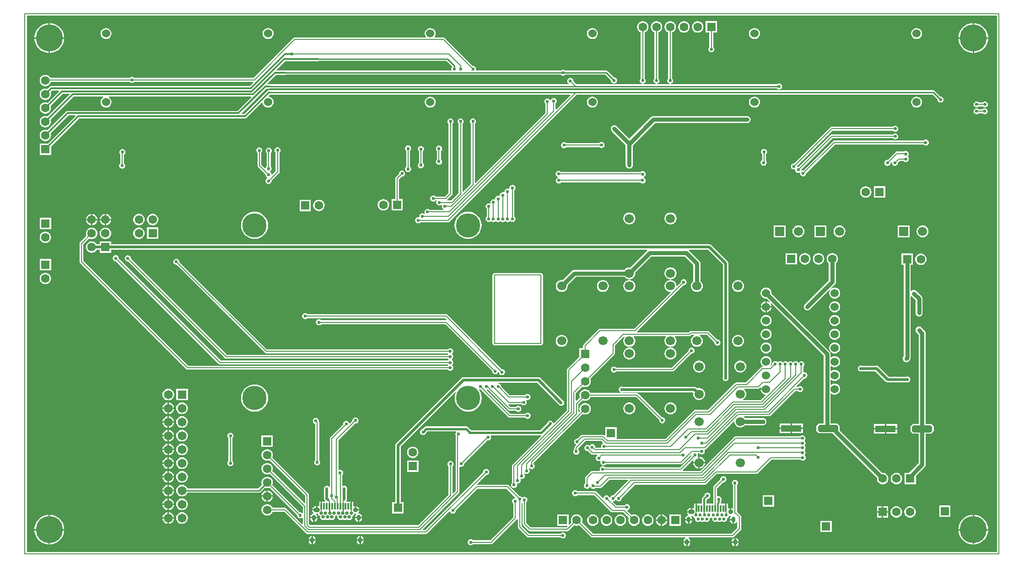
<source format=gbl>
G04*
G04 #@! TF.GenerationSoftware,Altium Limited,Altium NEXUS,2.1.9 (83)*
G04*
G04 Layer_Physical_Order=2*
G04 Layer_Color=16711680*
%FSLAX44Y44*%
%MOMM*%
G71*
G01*
G75*
%ADD13C,0.2000*%
%ADD14C,0.2540*%
%ADD101C,0.3000*%
%ADD102C,0.5000*%
%ADD103C,0.4000*%
%ADD104C,0.8000*%
%ADD105C,5.0000*%
%ADD106C,1.5240*%
%ADD107C,1.7000*%
%ADD108R,1.7000X1.7000*%
%ADD109R,1.6500X1.6500*%
%ADD110C,1.6500*%
%ADD111C,0.6000*%
%ADD112O,0.7500X1.0500*%
%ADD113C,0.9000*%
%ADD114O,1.2000X0.9000*%
%ADD115C,0.6500*%
%ADD116C,1.6000*%
%ADD117R,1.6000X1.6000*%
%ADD118R,1.6000X1.6000*%
%ADD119C,4.5000*%
%ADD120R,3.8000X1.3000*%
G04:AMPARAMS|DCode=121|XSize=3.8mm|YSize=1.3mm|CornerRadius=0mm|HoleSize=0mm|Usage=FLASHONLY|Rotation=180.000|XOffset=0mm|YOffset=0mm|HoleType=Round|Shape=Octagon|*
%AMOCTAGOND121*
4,1,8,-1.9000,0.3250,-1.9000,-0.3250,-1.5750,-0.6500,1.5750,-0.6500,1.9000,-0.3250,1.9000,0.3250,1.5750,0.6500,-1.5750,0.6500,-1.9000,0.3250,0.0*
%
%ADD121OCTAGOND121*%

%ADD122R,0.3000X1.2000*%
G36*
X1798891Y3609D02*
X3609D01*
Y996391D01*
X1798891D01*
Y3609D01*
D02*
G37*
%LPC*%
G36*
X1244800Y986381D02*
X1242048Y986019D01*
X1239484Y984957D01*
X1237283Y983267D01*
X1235593Y981065D01*
X1234531Y978502D01*
X1234169Y975750D01*
X1234531Y972999D01*
X1235593Y970434D01*
X1237283Y968233D01*
X1239484Y966543D01*
X1242048Y965481D01*
X1244800Y965119D01*
X1247551Y965481D01*
X1250116Y966543D01*
X1252317Y968233D01*
X1254007Y970434D01*
X1255069Y972999D01*
X1255431Y975750D01*
X1255069Y978502D01*
X1254007Y981065D01*
X1252317Y983267D01*
X1250116Y984957D01*
X1247551Y986019D01*
X1244800Y986381D01*
D02*
G37*
G36*
X1219400D02*
X1216648Y986019D01*
X1214084Y984957D01*
X1211883Y983267D01*
X1210193Y981065D01*
X1209131Y978502D01*
X1208769Y975750D01*
X1209131Y972999D01*
X1210193Y970434D01*
X1211883Y968233D01*
X1214084Y966543D01*
X1216648Y965481D01*
X1219400Y965119D01*
X1222151Y965481D01*
X1224715Y966543D01*
X1226917Y968233D01*
X1228607Y970434D01*
X1229669Y972999D01*
X1230031Y975750D01*
X1229669Y978502D01*
X1228607Y981065D01*
X1226917Y983267D01*
X1224715Y984957D01*
X1222151Y986019D01*
X1219400Y986381D01*
D02*
G37*
G36*
X1756270Y982525D02*
Y956270D01*
X1782525D01*
X1782285Y959322D01*
X1781273Y963537D01*
X1779614Y967542D01*
X1777349Y971238D01*
X1774534Y974534D01*
X1771238Y977349D01*
X1767542Y979614D01*
X1763537Y981273D01*
X1759321Y982285D01*
X1756270Y982525D01*
D02*
G37*
G36*
X1753730D02*
X1750679Y982285D01*
X1746463Y981273D01*
X1742458Y979614D01*
X1738762Y977349D01*
X1735466Y974534D01*
X1732651Y971238D01*
X1730386Y967542D01*
X1728727Y963537D01*
X1727715Y959322D01*
X1727475Y956270D01*
X1753730D01*
Y982525D01*
D02*
G37*
G36*
X46270D02*
Y956270D01*
X72525D01*
X72285Y959322D01*
X71273Y963537D01*
X69614Y967542D01*
X67349Y971238D01*
X64534Y974534D01*
X61238Y977349D01*
X57542Y979614D01*
X53537Y981273D01*
X49321Y982285D01*
X46270Y982525D01*
D02*
G37*
G36*
X43730D02*
X40679Y982285D01*
X36463Y981273D01*
X32459Y979614D01*
X28762Y977349D01*
X25466Y974534D01*
X22651Y971238D01*
X20386Y967542D01*
X18727Y963537D01*
X17715Y959322D01*
X17475Y956270D01*
X43730D01*
Y982525D01*
D02*
G37*
G36*
X1650000Y973748D02*
X1647348Y973399D01*
X1644876Y972375D01*
X1642754Y970746D01*
X1641125Y968624D01*
X1640101Y966152D01*
X1639752Y963500D01*
X1640101Y960848D01*
X1641125Y958376D01*
X1642754Y956254D01*
X1644876Y954625D01*
X1647348Y953602D01*
X1650000Y953252D01*
X1652652Y953602D01*
X1655124Y954625D01*
X1657246Y956254D01*
X1658875Y958376D01*
X1659899Y960848D01*
X1660248Y963500D01*
X1659899Y966152D01*
X1658875Y968624D01*
X1657246Y970746D01*
X1655124Y972375D01*
X1652652Y973399D01*
X1650000Y973748D01*
D02*
G37*
G36*
X1350000D02*
X1347348Y973399D01*
X1344876Y972375D01*
X1342754Y970746D01*
X1341125Y968624D01*
X1340101Y966152D01*
X1339752Y963500D01*
X1340101Y960848D01*
X1341125Y958376D01*
X1342754Y956254D01*
X1344876Y954625D01*
X1347348Y953602D01*
X1350000Y953252D01*
X1352652Y953602D01*
X1355124Y954625D01*
X1357246Y956254D01*
X1358875Y958376D01*
X1359899Y960848D01*
X1360248Y963500D01*
X1359899Y966152D01*
X1358875Y968624D01*
X1357246Y970746D01*
X1355124Y972375D01*
X1352652Y973399D01*
X1350000Y973748D01*
D02*
G37*
G36*
X1050000D02*
X1047348Y973399D01*
X1044876Y972375D01*
X1042754Y970746D01*
X1041125Y968624D01*
X1040101Y966152D01*
X1039752Y963500D01*
X1040101Y960848D01*
X1041125Y958376D01*
X1042754Y956254D01*
X1044876Y954625D01*
X1047348Y953602D01*
X1050000Y953252D01*
X1052652Y953602D01*
X1055124Y954625D01*
X1057246Y956254D01*
X1058875Y958376D01*
X1059899Y960848D01*
X1060248Y963500D01*
X1059899Y966152D01*
X1058875Y968624D01*
X1057246Y970746D01*
X1055124Y972375D01*
X1052652Y973399D01*
X1050000Y973748D01*
D02*
G37*
G36*
X450000D02*
X447348Y973399D01*
X444876Y972375D01*
X442754Y970746D01*
X441125Y968624D01*
X440102Y966152D01*
X439752Y963500D01*
X440102Y960848D01*
X441125Y958376D01*
X442754Y956254D01*
X444876Y954625D01*
X447348Y953602D01*
X450000Y953252D01*
X452652Y953602D01*
X455124Y954625D01*
X457246Y956254D01*
X458875Y958376D01*
X459898Y960848D01*
X460248Y963500D01*
X459898Y966152D01*
X458875Y968624D01*
X457246Y970746D01*
X455124Y972375D01*
X452652Y973399D01*
X450000Y973748D01*
D02*
G37*
G36*
X150000D02*
X147348Y973399D01*
X144876Y972375D01*
X142754Y970746D01*
X141125Y968624D01*
X140101Y966152D01*
X139752Y963500D01*
X140101Y960848D01*
X141125Y958376D01*
X142754Y956254D01*
X144876Y954625D01*
X147348Y953602D01*
X150000Y953252D01*
X152652Y953602D01*
X155124Y954625D01*
X157246Y956254D01*
X158875Y958376D01*
X159899Y960848D01*
X160248Y963500D01*
X159899Y966152D01*
X158875Y968624D01*
X157246Y970746D01*
X155124Y972375D01*
X152652Y973399D01*
X150000Y973748D01*
D02*
G37*
G36*
X1280740Y986290D02*
X1259660D01*
Y965210D01*
X1266591D01*
Y938501D01*
X1266206Y938244D01*
X1264981Y936412D01*
X1264551Y934250D01*
X1264981Y932088D01*
X1266206Y930256D01*
X1268038Y929031D01*
X1270200Y928602D01*
X1272362Y929031D01*
X1274194Y930256D01*
X1275419Y932088D01*
X1275848Y934250D01*
X1275419Y936412D01*
X1274194Y938244D01*
X1273809Y938501D01*
Y965210D01*
X1280740D01*
Y986290D01*
D02*
G37*
G36*
X1782525Y953730D02*
X1756270D01*
Y927475D01*
X1759321Y927715D01*
X1763537Y928727D01*
X1767542Y930386D01*
X1771238Y932651D01*
X1774534Y935466D01*
X1777349Y938762D01*
X1779614Y942458D01*
X1781273Y946463D01*
X1782285Y950678D01*
X1782525Y953730D01*
D02*
G37*
G36*
X1753730D02*
X1727475D01*
X1727715Y950678D01*
X1728727Y946463D01*
X1730386Y942458D01*
X1732651Y938762D01*
X1735466Y935466D01*
X1738762Y932651D01*
X1742458Y930386D01*
X1746463Y928727D01*
X1750679Y927715D01*
X1753730Y927475D01*
Y953730D01*
D02*
G37*
G36*
X72525D02*
X46270D01*
Y927475D01*
X49321Y927715D01*
X53537Y928727D01*
X57542Y930386D01*
X61238Y932651D01*
X64534Y935466D01*
X67349Y938762D01*
X69614Y942458D01*
X71273Y946463D01*
X72285Y950678D01*
X72525Y953730D01*
D02*
G37*
G36*
X43730D02*
X17475D01*
X17715Y950678D01*
X18727Y946463D01*
X20386Y942458D01*
X22651Y938762D01*
X25466Y935466D01*
X28762Y932651D01*
X32459Y930386D01*
X36463Y928727D01*
X40679Y927715D01*
X43730Y927475D01*
Y953730D01*
D02*
G37*
G36*
X1194000Y986381D02*
X1191248Y986019D01*
X1188684Y984957D01*
X1186483Y983267D01*
X1184793Y981065D01*
X1183731Y978502D01*
X1183369Y975750D01*
X1183731Y972999D01*
X1184793Y970434D01*
X1186483Y968233D01*
X1188684Y966543D01*
X1190391Y965837D01*
Y880501D01*
X1190006Y880244D01*
X1188781Y878412D01*
X1188352Y876250D01*
X1188781Y874088D01*
X1190006Y872256D01*
X1191838Y871031D01*
X1193230Y870755D01*
X1193105Y869485D01*
X1169495D01*
X1169370Y870755D01*
X1170762Y871031D01*
X1172594Y872256D01*
X1173819Y874088D01*
X1174249Y876250D01*
X1173819Y878412D01*
X1172594Y880244D01*
X1172209Y880501D01*
Y965837D01*
X1173915Y966543D01*
X1176117Y968233D01*
X1177807Y970434D01*
X1178869Y972999D01*
X1179231Y975750D01*
X1178869Y978502D01*
X1177807Y981065D01*
X1176117Y983267D01*
X1173915Y984957D01*
X1171351Y986019D01*
X1168600Y986381D01*
X1165848Y986019D01*
X1163285Y984957D01*
X1161083Y983267D01*
X1159393Y981065D01*
X1158331Y978502D01*
X1157969Y975750D01*
X1158331Y972999D01*
X1159393Y970434D01*
X1161083Y968233D01*
X1163285Y966543D01*
X1164991Y965837D01*
Y880501D01*
X1164606Y880244D01*
X1163381Y878412D01*
X1162952Y876250D01*
X1163381Y874088D01*
X1164606Y872256D01*
X1166438Y871031D01*
X1167830Y870755D01*
X1167705Y869485D01*
X1144145D01*
X1144020Y870755D01*
X1145412Y871031D01*
X1147244Y872256D01*
X1148469Y874088D01*
X1148898Y876250D01*
X1148469Y878412D01*
X1147244Y880244D01*
X1146809Y880535D01*
Y965837D01*
X1148515Y966543D01*
X1150717Y968233D01*
X1152407Y970434D01*
X1153469Y972999D01*
X1153831Y975750D01*
X1153469Y978502D01*
X1152407Y981065D01*
X1150717Y983267D01*
X1148515Y984957D01*
X1145952Y986019D01*
X1143200Y986381D01*
X1140449Y986019D01*
X1137885Y984957D01*
X1135683Y983267D01*
X1133993Y981065D01*
X1132931Y978502D01*
X1132569Y975750D01*
X1132931Y972999D01*
X1133993Y970434D01*
X1135683Y968233D01*
X1137885Y966543D01*
X1139591Y965837D01*
Y880468D01*
X1139256Y880244D01*
X1138031Y878412D01*
X1137601Y876250D01*
X1138031Y874088D01*
X1139256Y872256D01*
X1141088Y871031D01*
X1142480Y870755D01*
X1142355Y869485D01*
X1020370D01*
X1014808Y875046D01*
X1014899Y875500D01*
X1014469Y877662D01*
X1013244Y879494D01*
X1011412Y880719D01*
X1009250Y881149D01*
X1007088Y880719D01*
X1005256Y879494D01*
X1004031Y877662D01*
X1003602Y875500D01*
X1004031Y873338D01*
X1005256Y871506D01*
X1006380Y870755D01*
X1005995Y869485D01*
X453179Y869485D01*
X452000Y869719D01*
X448579D01*
X448093Y870892D01*
X464081Y886881D01*
X481750D01*
X482929Y887115D01*
X991683Y887115D01*
X991756Y887006D01*
X993588Y885781D01*
X995750Y885351D01*
X997912Y885781D01*
X999744Y887006D01*
X999817Y887115D01*
X1074141D01*
X1084627Y876629D01*
X1084602Y876500D01*
X1085031Y874338D01*
X1086256Y872506D01*
X1088088Y871281D01*
X1090250Y870852D01*
X1092412Y871281D01*
X1094244Y872506D01*
X1095469Y874338D01*
X1095899Y876500D01*
X1095469Y878662D01*
X1094244Y880494D01*
X1092412Y881719D01*
X1090250Y882149D01*
X1090121Y882123D01*
X1078497Y893747D01*
X1077237Y894589D01*
X1075750Y894885D01*
X999817D01*
X999744Y894994D01*
X997912Y896219D01*
X995750Y896648D01*
X993588Y896219D01*
X991756Y894994D01*
X991683Y894885D01*
X834992Y894885D01*
X834281Y896155D01*
X834649Y898000D01*
X834219Y900162D01*
X832994Y901994D01*
X831162Y903219D01*
X829000Y903649D01*
X828546Y903558D01*
X777212Y954892D01*
X776041Y955675D01*
X774660Y955949D01*
X758613D01*
X757987Y957219D01*
X758875Y958376D01*
X759899Y960848D01*
X760248Y963500D01*
X759899Y966152D01*
X758875Y968624D01*
X757246Y970746D01*
X755124Y972375D01*
X752652Y973399D01*
X750000Y973748D01*
X747348Y973399D01*
X744876Y972375D01*
X742754Y970746D01*
X741125Y968624D01*
X740101Y966152D01*
X739752Y963500D01*
X740101Y960848D01*
X741125Y958376D01*
X742013Y957219D01*
X741387Y955949D01*
X499340D01*
X497959Y955675D01*
X496788Y954892D01*
X423255Y881359D01*
X202501D01*
X202244Y881744D01*
X200412Y882969D01*
X198250Y883399D01*
X196088Y882969D01*
X194256Y881744D01*
X193999Y881359D01*
X47083D01*
X46957Y881665D01*
X45267Y883867D01*
X43066Y885557D01*
X40501Y886619D01*
X37750Y886981D01*
X34999Y886619D01*
X32434Y885557D01*
X30233Y883867D01*
X28543Y881665D01*
X27481Y879101D01*
X27119Y876350D01*
X27481Y873598D01*
X28543Y871035D01*
X30233Y868833D01*
X32434Y867143D01*
X34999Y866081D01*
X37750Y865719D01*
X40501Y866081D01*
X43066Y867143D01*
X45267Y868833D01*
X46957Y871034D01*
X48019Y873598D01*
X48090Y874141D01*
X193999D01*
X194256Y873756D01*
X196088Y872532D01*
X198250Y872102D01*
X200412Y872532D01*
X202244Y873756D01*
X202501Y874141D01*
X422362D01*
X422848Y872967D01*
X415830Y865949D01*
X48630D01*
X47054Y865636D01*
X45717Y864743D01*
X41698Y860723D01*
X40501Y861219D01*
X37750Y861581D01*
X34999Y861219D01*
X32434Y860157D01*
X30233Y858467D01*
X28543Y856265D01*
X27481Y853701D01*
X27119Y850950D01*
X27481Y848198D01*
X28543Y845635D01*
X30233Y843433D01*
X32434Y841743D01*
X34999Y840681D01*
X37750Y840319D01*
X40501Y840681D01*
X43066Y841743D01*
X45267Y843433D01*
X46957Y845635D01*
X48019Y848198D01*
X48381Y850950D01*
X48019Y853701D01*
X47523Y854898D01*
X50336Y857711D01*
X62426D01*
X62912Y856537D01*
X41698Y835323D01*
X40501Y835819D01*
X37750Y836181D01*
X34999Y835819D01*
X32434Y834757D01*
X30233Y833067D01*
X28543Y830865D01*
X27481Y828301D01*
X27119Y825550D01*
X27481Y822798D01*
X28543Y820235D01*
X30233Y818033D01*
X32434Y816343D01*
X34999Y815281D01*
X37750Y814919D01*
X40501Y815281D01*
X43066Y816343D01*
X45267Y818033D01*
X46957Y820235D01*
X48019Y822798D01*
X48381Y825550D01*
X48019Y828301D01*
X47523Y829498D01*
X70196Y852171D01*
X82286D01*
X82772Y850997D01*
X41698Y809923D01*
X40501Y810419D01*
X37750Y810781D01*
X34999Y810419D01*
X32434Y809357D01*
X30233Y807667D01*
X28543Y805465D01*
X27481Y802902D01*
X27119Y800150D01*
X27481Y797399D01*
X28543Y794835D01*
X30233Y792633D01*
X32434Y790943D01*
X34999Y789881D01*
X37750Y789519D01*
X40501Y789881D01*
X43066Y790943D01*
X45267Y792633D01*
X46957Y794835D01*
X48019Y797399D01*
X48381Y800150D01*
X48019Y802902D01*
X47523Y804098D01*
X90056Y846631D01*
X144590D01*
X144866Y845419D01*
X144858Y845361D01*
X142754Y843746D01*
X141125Y841624D01*
X140101Y839152D01*
X139752Y836500D01*
X140101Y833848D01*
X141125Y831376D01*
X142754Y829254D01*
X144876Y827625D01*
X147348Y826601D01*
X150000Y826252D01*
X152652Y826601D01*
X155124Y827625D01*
X157246Y829254D01*
X158875Y831376D01*
X159899Y833848D01*
X160248Y836500D01*
X159899Y839152D01*
X158875Y841624D01*
X157246Y843746D01*
X155142Y845361D01*
X155134Y845419D01*
X155410Y846631D01*
X418356D01*
X418842Y845458D01*
X393544Y820159D01*
X79040D01*
X77464Y819846D01*
X76127Y818953D01*
X41698Y784523D01*
X40501Y785019D01*
X37750Y785381D01*
X34999Y785019D01*
X32434Y783957D01*
X30233Y782267D01*
X28543Y780066D01*
X27481Y777502D01*
X27119Y774750D01*
X27481Y771999D01*
X28543Y769435D01*
X30233Y767233D01*
X32434Y765543D01*
X34999Y764481D01*
X37750Y764119D01*
X40501Y764481D01*
X43066Y765543D01*
X45267Y767233D01*
X46957Y769435D01*
X48019Y771999D01*
X48381Y774750D01*
X48019Y777502D01*
X47523Y778698D01*
X80746Y811921D01*
X92836D01*
X93322Y810748D01*
X42465Y759890D01*
X27210D01*
Y738810D01*
X48290D01*
Y754065D01*
X100606Y806381D01*
X407510D01*
X409087Y806694D01*
X410423Y807587D01*
X438572Y835736D01*
X439913Y835281D01*
X440102Y833848D01*
X441125Y831376D01*
X442754Y829254D01*
X444876Y827625D01*
X447348Y826601D01*
X450000Y826252D01*
X452652Y826601D01*
X455124Y827625D01*
X457246Y829254D01*
X458875Y831376D01*
X459898Y833848D01*
X460248Y836500D01*
X459898Y839152D01*
X458875Y841624D01*
X457246Y843746D01*
X455124Y845375D01*
X452652Y846398D01*
X451219Y846587D01*
X450764Y847928D01*
X453451Y850615D01*
X1008852D01*
X1009338Y849442D01*
X983283Y823387D01*
X982109Y823873D01*
Y833999D01*
X982494Y834256D01*
X983719Y836088D01*
X984148Y838250D01*
X983719Y840412D01*
X982494Y842244D01*
X980662Y843469D01*
X978500Y843898D01*
X976338Y843469D01*
X974506Y842244D01*
X973281Y840412D01*
X973223Y840116D01*
X972290Y839964D01*
X971906Y840006D01*
X970744Y841744D01*
X968912Y842969D01*
X966750Y843399D01*
X964588Y842969D01*
X962756Y841744D01*
X961532Y839912D01*
X961102Y837750D01*
X961532Y835588D01*
X962756Y833756D01*
X963141Y833499D01*
Y816086D01*
X833783Y686728D01*
X832609Y687214D01*
Y796499D01*
X832994Y796756D01*
X834219Y798588D01*
X834649Y800750D01*
X834219Y802912D01*
X832994Y804744D01*
X831162Y805969D01*
X829000Y806398D01*
X826838Y805969D01*
X825006Y804744D01*
X823781Y802912D01*
X823352Y800750D01*
X823781Y798588D01*
X825006Y796756D01*
X825391Y796499D01*
Y684757D01*
X811033Y670399D01*
X809859Y670885D01*
Y796499D01*
X810244Y796756D01*
X811469Y798588D01*
X811898Y800750D01*
X811469Y802912D01*
X810244Y804744D01*
X808412Y805969D01*
X806250Y806398D01*
X804088Y805969D01*
X802256Y804744D01*
X801031Y802912D01*
X800602Y800750D01*
X801031Y798588D01*
X802256Y796756D01*
X802641Y796499D01*
Y668427D01*
X788573Y654359D01*
X781709D01*
X781380Y654904D01*
X781234Y655629D01*
X790052Y664448D01*
X790835Y665619D01*
X791109Y667000D01*
Y796499D01*
X791494Y796756D01*
X792719Y798588D01*
X793148Y800750D01*
X792719Y802912D01*
X791494Y804744D01*
X789662Y805969D01*
X787500Y806398D01*
X785338Y805969D01*
X783506Y804744D01*
X782281Y802912D01*
X781852Y800750D01*
X782281Y798588D01*
X783506Y796756D01*
X783891Y796499D01*
Y668495D01*
X777005Y661609D01*
X760001D01*
X759744Y661994D01*
X757912Y663219D01*
X755750Y663649D01*
X753588Y663219D01*
X751756Y661994D01*
X750531Y660162D01*
X750101Y658000D01*
X750531Y655838D01*
X751756Y654006D01*
X753588Y652781D01*
X755750Y652352D01*
X757912Y652781D01*
X759744Y654006D01*
X759995Y654381D01*
X761191Y654357D01*
X761771Y653271D01*
X761531Y652912D01*
X761102Y650750D01*
X761531Y648588D01*
X762756Y646756D01*
X764588Y645531D01*
X766750Y645101D01*
X768912Y645531D01*
X770701Y646727D01*
X770788Y646752D01*
X771370Y646708D01*
X772031Y645412D01*
X771601Y643250D01*
X772031Y641088D01*
X773256Y639256D01*
X773929Y638806D01*
X774188Y637105D01*
X773990Y636859D01*
X749251D01*
X748994Y637244D01*
X747162Y638469D01*
X745000Y638899D01*
X742838Y638469D01*
X741006Y637244D01*
X739781Y635412D01*
X739352Y633250D01*
X739781Y631088D01*
X739782Y631087D01*
X739207Y629662D01*
X738670Y629545D01*
X737662Y630219D01*
X735500Y630648D01*
X733338Y630219D01*
X731506Y628994D01*
X730281Y627162D01*
X729852Y625000D01*
X730002Y624246D01*
X728922Y623166D01*
X727750Y623399D01*
X725588Y622969D01*
X723756Y621744D01*
X722531Y619912D01*
X722102Y617750D01*
X722531Y615588D01*
X723756Y613756D01*
X725588Y612531D01*
X727750Y612102D01*
X729912Y612531D01*
X731744Y613756D01*
X732001Y614141D01*
X782750D01*
X784131Y614415D01*
X785302Y615198D01*
X1020720Y850615D01*
X1679391D01*
X1688627Y841379D01*
X1688602Y841250D01*
X1689031Y839088D01*
X1690256Y837256D01*
X1692088Y836031D01*
X1694250Y835602D01*
X1696412Y836031D01*
X1698244Y837256D01*
X1699469Y839088D01*
X1699899Y841250D01*
X1699469Y843412D01*
X1698244Y845244D01*
X1696412Y846469D01*
X1694250Y846898D01*
X1694121Y846873D01*
X1683747Y857247D01*
X1682487Y858089D01*
X1681000Y858385D01*
X453429D01*
X452250Y858619D01*
X451510D01*
X449934Y858306D01*
X448598Y857413D01*
X405804Y814619D01*
X401314D01*
X400828Y815792D01*
X446516Y861481D01*
X452000D01*
X453179Y861715D01*
X1019150Y861715D01*
X1019200Y861725D01*
X1019250Y861715D01*
X1391366D01*
X1391506Y861506D01*
X1393338Y860281D01*
X1395500Y859852D01*
X1397662Y860281D01*
X1399494Y861506D01*
X1400719Y863338D01*
X1401149Y865500D01*
X1400719Y867662D01*
X1399494Y869494D01*
X1397662Y870719D01*
X1395500Y871149D01*
X1393338Y870719D01*
X1391506Y869494D01*
X1391500Y869485D01*
X1194895D01*
X1194770Y870755D01*
X1196162Y871031D01*
X1197994Y872256D01*
X1199219Y874088D01*
X1199649Y876250D01*
X1199219Y878412D01*
X1197994Y880244D01*
X1197609Y880501D01*
Y965837D01*
X1199315Y966543D01*
X1201517Y968233D01*
X1203207Y970434D01*
X1204269Y972999D01*
X1204631Y975750D01*
X1204269Y978502D01*
X1203207Y981065D01*
X1201517Y983267D01*
X1199315Y984957D01*
X1196751Y986019D01*
X1194000Y986381D01*
D02*
G37*
G36*
X1776500Y837898D02*
X1774338Y837469D01*
X1772506Y836244D01*
X1772249Y835859D01*
X1765251D01*
X1764994Y836244D01*
X1763162Y837469D01*
X1761000Y837898D01*
X1758838Y837469D01*
X1757006Y836244D01*
X1755782Y834412D01*
X1755352Y832250D01*
X1755782Y830088D01*
X1757006Y828256D01*
X1758838Y827031D01*
X1761000Y826601D01*
X1763162Y827031D01*
X1764994Y828256D01*
X1765251Y828641D01*
X1772249D01*
X1772506Y828256D01*
X1774338Y827031D01*
X1776500Y826601D01*
X1778662Y827031D01*
X1780494Y828256D01*
X1781719Y830088D01*
X1782148Y832250D01*
X1781719Y834412D01*
X1780494Y836244D01*
X1778662Y837469D01*
X1776500Y837898D01*
D02*
G37*
G36*
X1650000Y846748D02*
X1647348Y846398D01*
X1644876Y845375D01*
X1642754Y843746D01*
X1641125Y841624D01*
X1640101Y839152D01*
X1639752Y836500D01*
X1640101Y833848D01*
X1641125Y831376D01*
X1642754Y829254D01*
X1644876Y827625D01*
X1647348Y826601D01*
X1650000Y826252D01*
X1652652Y826601D01*
X1655124Y827625D01*
X1657246Y829254D01*
X1658875Y831376D01*
X1659899Y833848D01*
X1660248Y836500D01*
X1659899Y839152D01*
X1658875Y841624D01*
X1657246Y843746D01*
X1655124Y845375D01*
X1652652Y846398D01*
X1650000Y846748D01*
D02*
G37*
G36*
X1350000D02*
X1347348Y846398D01*
X1344876Y845375D01*
X1342754Y843746D01*
X1341125Y841624D01*
X1340101Y839152D01*
X1339752Y836500D01*
X1340101Y833848D01*
X1341125Y831376D01*
X1342754Y829254D01*
X1344876Y827625D01*
X1347348Y826601D01*
X1350000Y826252D01*
X1352652Y826601D01*
X1355124Y827625D01*
X1357246Y829254D01*
X1358875Y831376D01*
X1359899Y833848D01*
X1360248Y836500D01*
X1359899Y839152D01*
X1358875Y841624D01*
X1357246Y843746D01*
X1355124Y845375D01*
X1352652Y846398D01*
X1350000Y846748D01*
D02*
G37*
G36*
X1050000D02*
X1047348Y846398D01*
X1044876Y845375D01*
X1042754Y843746D01*
X1041125Y841624D01*
X1040101Y839152D01*
X1039752Y836500D01*
X1040101Y833848D01*
X1041125Y831376D01*
X1042754Y829254D01*
X1044876Y827625D01*
X1047348Y826601D01*
X1050000Y826252D01*
X1052652Y826601D01*
X1055124Y827625D01*
X1057246Y829254D01*
X1058875Y831376D01*
X1059899Y833848D01*
X1060248Y836500D01*
X1059899Y839152D01*
X1058875Y841624D01*
X1057246Y843746D01*
X1055124Y845375D01*
X1052652Y846398D01*
X1050000Y846748D01*
D02*
G37*
G36*
X750000D02*
X747348Y846398D01*
X744876Y845375D01*
X742754Y843746D01*
X741125Y841624D01*
X740101Y839152D01*
X739752Y836500D01*
X740101Y833848D01*
X741125Y831376D01*
X742754Y829254D01*
X744876Y827625D01*
X747348Y826601D01*
X750000Y826252D01*
X752652Y826601D01*
X755124Y827625D01*
X757246Y829254D01*
X758875Y831376D01*
X759899Y833848D01*
X760248Y836500D01*
X759899Y839152D01*
X758875Y841624D01*
X757246Y843746D01*
X755124Y845375D01*
X752652Y846398D01*
X750000Y846748D01*
D02*
G37*
G36*
X1776000Y825148D02*
X1773838Y824719D01*
X1772006Y823494D01*
X1771749Y823109D01*
X1765251D01*
X1764994Y823494D01*
X1763162Y824719D01*
X1761000Y825148D01*
X1758838Y824719D01*
X1757006Y823494D01*
X1755782Y821662D01*
X1755352Y819500D01*
X1755782Y817338D01*
X1757006Y815506D01*
X1758838Y814281D01*
X1761000Y813851D01*
X1763162Y814281D01*
X1764994Y815506D01*
X1765251Y815891D01*
X1771749D01*
X1772006Y815506D01*
X1773838Y814281D01*
X1776000Y813851D01*
X1778162Y814281D01*
X1779994Y815506D01*
X1781219Y817338D01*
X1781649Y819500D01*
X1781219Y821662D01*
X1779994Y823494D01*
X1778162Y824719D01*
X1776000Y825148D01*
D02*
G37*
G36*
X1610500Y792898D02*
X1608338Y792468D01*
X1606506Y791244D01*
X1606249Y790859D01*
X1492750D01*
X1492750Y790859D01*
X1491369Y790585D01*
X1490198Y789802D01*
X1423454Y723058D01*
X1423000Y723148D01*
X1420838Y722719D01*
X1419006Y721494D01*
X1417781Y719662D01*
X1417352Y717500D01*
X1417781Y715338D01*
X1419006Y713506D01*
X1420838Y712281D01*
X1423000Y711852D01*
X1424276Y712105D01*
X1425356Y711025D01*
X1425352Y711000D01*
X1425782Y708838D01*
X1427006Y707006D01*
X1428838Y705781D01*
X1431000Y705351D01*
X1433162Y705781D01*
X1433334Y705897D01*
X1434477Y705133D01*
X1434352Y704500D01*
X1434781Y702338D01*
X1436006Y700506D01*
X1437838Y699281D01*
X1440000Y698851D01*
X1442162Y699281D01*
X1443994Y700506D01*
X1445219Y702338D01*
X1445648Y704500D01*
X1445558Y704954D01*
X1498745Y758141D01*
X1662749D01*
X1663006Y757756D01*
X1664838Y756531D01*
X1667000Y756102D01*
X1669162Y756531D01*
X1670994Y757756D01*
X1672219Y759588D01*
X1672648Y761750D01*
X1672219Y763912D01*
X1670994Y765744D01*
X1669162Y766969D01*
X1667000Y767399D01*
X1664838Y766969D01*
X1663006Y765744D01*
X1662749Y765359D01*
X1497250D01*
X1495869Y765085D01*
X1494698Y764302D01*
X1440454Y710058D01*
X1440000Y710148D01*
X1437838Y709718D01*
X1437739Y709652D01*
X1436704Y710276D01*
X1436644Y711539D01*
X1494495Y769391D01*
X1606249D01*
X1606506Y769006D01*
X1608338Y767781D01*
X1610500Y767352D01*
X1612662Y767781D01*
X1614494Y769006D01*
X1615719Y770838D01*
X1616149Y773000D01*
X1615719Y775162D01*
X1614494Y776994D01*
X1612662Y778219D01*
X1610500Y778649D01*
X1608338Y778219D01*
X1606506Y776994D01*
X1606249Y776609D01*
X1493000D01*
X1493000Y776609D01*
X1491619Y776335D01*
X1490448Y775552D01*
X1431454Y716558D01*
X1431000Y716648D01*
X1430266Y716503D01*
X1429167Y717434D01*
X1429142Y718538D01*
X1494245Y783641D01*
X1606249D01*
X1606506Y783256D01*
X1608338Y782031D01*
X1610500Y781601D01*
X1612662Y782031D01*
X1614494Y783256D01*
X1615719Y785088D01*
X1616149Y787250D01*
X1615719Y789412D01*
X1614494Y791244D01*
X1612662Y792468D01*
X1610500Y792898D01*
D02*
G37*
G36*
X1336250Y810846D02*
X1163300D01*
X1161593Y810622D01*
X1160002Y809963D01*
X1158636Y808914D01*
X1118400Y768679D01*
X1095164Y791914D01*
X1093798Y792963D01*
X1092207Y793622D01*
X1090500Y793846D01*
X1088793Y793622D01*
X1087202Y792963D01*
X1085836Y791914D01*
X1084787Y790548D01*
X1084128Y788957D01*
X1083904Y787250D01*
X1084128Y785543D01*
X1084787Y783952D01*
X1085836Y782586D01*
X1111654Y756768D01*
Y720000D01*
X1111878Y718293D01*
X1112537Y716702D01*
X1113586Y715336D01*
X1114952Y714287D01*
X1116543Y713628D01*
X1118250Y713404D01*
X1119957Y713628D01*
X1121548Y714287D01*
X1122914Y715336D01*
X1123963Y716702D01*
X1124622Y718293D01*
X1124846Y720000D01*
Y756468D01*
X1166032Y797654D01*
X1336250D01*
X1337957Y797878D01*
X1339548Y798537D01*
X1340914Y799586D01*
X1341963Y800952D01*
X1342622Y802543D01*
X1342846Y804250D01*
X1342622Y805957D01*
X1341963Y807548D01*
X1340914Y808914D01*
X1339548Y809963D01*
X1337957Y810622D01*
X1336250Y810846D01*
D02*
G37*
G36*
X1067000Y762648D02*
X1064838Y762219D01*
X1063006Y760994D01*
X1062582Y760359D01*
X1002001D01*
X1001744Y760744D01*
X999912Y761969D01*
X997750Y762399D01*
X995588Y761969D01*
X993756Y760744D01*
X992531Y758912D01*
X992102Y756750D01*
X992531Y754588D01*
X993756Y752756D01*
X995588Y751531D01*
X997750Y751102D01*
X999912Y751531D01*
X1001744Y752756D01*
X1002001Y753141D01*
X1062916D01*
X1063006Y753006D01*
X1064838Y751781D01*
X1067000Y751351D01*
X1069162Y751781D01*
X1070994Y753006D01*
X1072219Y754838D01*
X1072648Y757000D01*
X1072219Y759162D01*
X1070994Y760994D01*
X1069162Y762219D01*
X1067000Y762648D01*
D02*
G37*
G36*
X1630000Y746149D02*
X1627838Y745719D01*
X1626552Y744859D01*
X1613250D01*
X1613250Y744859D01*
X1611869Y744585D01*
X1610698Y743802D01*
X1596454Y729558D01*
X1596000Y729649D01*
X1593838Y729219D01*
X1592006Y727994D01*
X1590782Y726162D01*
X1590352Y724000D01*
X1590782Y721838D01*
X1592006Y720006D01*
X1593838Y718781D01*
X1596000Y718352D01*
X1598162Y718781D01*
X1599994Y720006D01*
X1601219Y721838D01*
X1601649Y724000D01*
X1601558Y724454D01*
X1603229Y726125D01*
X1604400Y725499D01*
X1604102Y724000D01*
X1604531Y721838D01*
X1605756Y720006D01*
X1607588Y718781D01*
X1609750Y718352D01*
X1611912Y718781D01*
X1613744Y720006D01*
X1614969Y721838D01*
X1615399Y724000D01*
X1615308Y724454D01*
X1618495Y727641D01*
X1625749D01*
X1626006Y727256D01*
X1627838Y726031D01*
X1630000Y725602D01*
X1632162Y726031D01*
X1633994Y727256D01*
X1635219Y729088D01*
X1635648Y731250D01*
X1635219Y733412D01*
X1634117Y735061D01*
X1633994Y735693D01*
Y736057D01*
X1634117Y736690D01*
X1635219Y738338D01*
X1635648Y740500D01*
X1635219Y742662D01*
X1633994Y744494D01*
X1632162Y745719D01*
X1630000Y746149D01*
D02*
G37*
G36*
X766250Y755899D02*
X764088Y755469D01*
X762256Y754244D01*
X761031Y752412D01*
X760602Y750250D01*
X761031Y748088D01*
X762256Y746256D01*
X762641Y745999D01*
Y730501D01*
X762256Y730244D01*
X761031Y728412D01*
X760602Y726250D01*
X761031Y724088D01*
X762256Y722256D01*
X764088Y721031D01*
X766250Y720602D01*
X768412Y721031D01*
X770244Y722256D01*
X771469Y724088D01*
X771898Y726250D01*
X771469Y728412D01*
X770244Y730244D01*
X769859Y730501D01*
Y745999D01*
X770244Y746256D01*
X771469Y748088D01*
X771898Y750250D01*
X771469Y752412D01*
X770244Y754244D01*
X768412Y755469D01*
X766250Y755899D01*
D02*
G37*
G36*
X1367750Y749899D02*
X1365588Y749469D01*
X1363756Y748244D01*
X1362531Y746412D01*
X1362101Y744250D01*
X1362531Y742088D01*
X1363756Y740256D01*
X1364141Y739999D01*
Y729252D01*
X1363006Y728494D01*
X1361781Y726662D01*
X1361351Y724500D01*
X1361781Y722338D01*
X1363006Y720506D01*
X1364838Y719281D01*
X1367000Y718851D01*
X1369162Y719281D01*
X1370994Y720506D01*
X1372219Y722338D01*
X1372648Y724500D01*
X1372219Y726662D01*
X1371359Y727947D01*
Y739999D01*
X1371744Y740256D01*
X1372969Y742088D01*
X1373398Y744250D01*
X1372969Y746412D01*
X1371744Y748244D01*
X1369912Y749469D01*
X1367750Y749899D01*
D02*
G37*
G36*
X732750Y755398D02*
X730588Y754969D01*
X728756Y753744D01*
X727531Y751912D01*
X727102Y749750D01*
X727531Y747588D01*
X728756Y745756D01*
X729141Y745499D01*
Y723751D01*
X728756Y723494D01*
X727531Y721662D01*
X727102Y719500D01*
X727531Y717338D01*
X728756Y715506D01*
X730588Y714281D01*
X732750Y713851D01*
X734912Y714281D01*
X736744Y715506D01*
X737969Y717338D01*
X738399Y719500D01*
X737969Y721662D01*
X736744Y723494D01*
X736359Y723751D01*
Y745499D01*
X736744Y745756D01*
X737969Y747588D01*
X738399Y749750D01*
X737969Y751912D01*
X736744Y753744D01*
X734912Y754969D01*
X732750Y755398D01*
D02*
G37*
G36*
X180500Y749649D02*
X178338Y749219D01*
X176506Y747994D01*
X175281Y746162D01*
X174851Y744000D01*
X175281Y741838D01*
X176391Y740178D01*
Y723001D01*
X176006Y722744D01*
X174781Y720912D01*
X174352Y718750D01*
X174781Y716588D01*
X176006Y714756D01*
X177838Y713531D01*
X180000Y713102D01*
X182162Y713531D01*
X183994Y714756D01*
X185219Y716588D01*
X185648Y718750D01*
X185219Y720912D01*
X183994Y722744D01*
X183609Y723001D01*
Y739415D01*
X184494Y740006D01*
X185719Y741838D01*
X186148Y744000D01*
X185719Y746162D01*
X184494Y747994D01*
X182662Y749219D01*
X180500Y749649D01*
D02*
G37*
G36*
X709250Y756398D02*
X707088Y755969D01*
X705256Y754744D01*
X704031Y752912D01*
X703602Y750750D01*
X704031Y748588D01*
X705256Y746756D01*
X705641Y746499D01*
Y716918D01*
X705006Y716494D01*
X703781Y714662D01*
X703352Y712500D01*
X703781Y710338D01*
X705006Y708506D01*
X706838Y707281D01*
X709000Y706852D01*
X711162Y707281D01*
X712994Y708506D01*
X714219Y710338D01*
X714649Y712500D01*
X714219Y714662D01*
X712994Y716494D01*
X712859Y716584D01*
Y746499D01*
X713244Y746756D01*
X714469Y748588D01*
X714899Y750750D01*
X714469Y752912D01*
X713244Y754744D01*
X711412Y755969D01*
X709250Y756398D01*
D02*
G37*
G36*
X467500Y753148D02*
X465338Y752719D01*
X463506Y751494D01*
X462281Y749662D01*
X461852Y747500D01*
X462281Y745338D01*
X463506Y743506D01*
X463891Y743249D01*
Y708745D01*
X457644Y702498D01*
X456266Y702916D01*
X455969Y704412D01*
X454744Y706244D01*
X453633Y706986D01*
Y708514D01*
X454744Y709256D01*
X455969Y711088D01*
X456399Y713250D01*
X455969Y715412D01*
X454859Y717072D01*
Y742499D01*
X455244Y742756D01*
X456469Y744588D01*
X456898Y746750D01*
X456469Y748912D01*
X455244Y750744D01*
X453412Y751969D01*
X451250Y752399D01*
X449088Y751969D01*
X447256Y750744D01*
X446031Y748912D01*
X445602Y746750D01*
X446031Y744588D01*
X447256Y742756D01*
X447641Y742499D01*
Y717835D01*
X446756Y717244D01*
X445531Y715412D01*
X445359Y714542D01*
X443980Y714124D01*
X437359Y720745D01*
Y742749D01*
X437744Y743006D01*
X438969Y744838D01*
X439398Y747000D01*
X438969Y749162D01*
X437744Y750994D01*
X435912Y752219D01*
X433750Y752648D01*
X431588Y752219D01*
X429756Y750994D01*
X428531Y749162D01*
X428102Y747000D01*
X428531Y744838D01*
X429756Y743006D01*
X430141Y742749D01*
Y719250D01*
X430415Y717869D01*
X431198Y716698D01*
X445192Y702704D01*
X445102Y702250D01*
X445531Y700088D01*
X446756Y698256D01*
X448588Y697031D01*
X448634Y697022D01*
Y695728D01*
X448588Y695719D01*
X446756Y694494D01*
X445531Y692662D01*
X445102Y690500D01*
X445531Y688338D01*
X446756Y686506D01*
X448588Y685281D01*
X450750Y684852D01*
X452912Y685281D01*
X454744Y686506D01*
X455969Y688338D01*
X456399Y690500D01*
X456308Y690954D01*
X470052Y704698D01*
X470835Y705869D01*
X471109Y707250D01*
Y743249D01*
X471494Y743506D01*
X472719Y745338D01*
X473148Y747500D01*
X472719Y749662D01*
X471494Y751494D01*
X469662Y752719D01*
X467500Y753148D01*
D02*
G37*
G36*
X697750Y709899D02*
X695588Y709469D01*
X693756Y708244D01*
X692531Y706412D01*
X692102Y704250D01*
X692192Y703796D01*
X686198Y697802D01*
X685415Y696631D01*
X685141Y695250D01*
Y657040D01*
X678210D01*
Y635960D01*
X699290D01*
Y657040D01*
X692359D01*
Y693755D01*
X697296Y698692D01*
X697750Y698602D01*
X699912Y699031D01*
X701744Y700256D01*
X702969Y702088D01*
X703399Y704250D01*
X702969Y706412D01*
X701744Y708244D01*
X699912Y709469D01*
X697750Y709899D01*
D02*
G37*
G36*
X987500Y709148D02*
X985338Y708718D01*
X983506Y707494D01*
X982281Y705662D01*
X981852Y703500D01*
X982281Y701338D01*
X983506Y699506D01*
X985338Y698281D01*
X986262Y698098D01*
Y696803D01*
X985838Y696719D01*
X984006Y695494D01*
X982781Y693662D01*
X982352Y691500D01*
X982781Y689338D01*
X984006Y687506D01*
X985838Y686281D01*
X988000Y685852D01*
X990162Y686281D01*
X991994Y687506D01*
X992251Y687891D01*
X1138749D01*
X1139006Y687506D01*
X1140838Y686281D01*
X1143000Y685852D01*
X1145162Y686281D01*
X1146994Y687506D01*
X1148219Y689338D01*
X1148649Y691500D01*
X1148219Y693662D01*
X1146994Y695494D01*
X1145198Y696694D01*
X1145171Y696863D01*
X1145241Y697998D01*
X1145412Y698031D01*
X1147244Y699256D01*
X1148469Y701088D01*
X1148898Y703250D01*
X1148469Y705412D01*
X1147244Y707244D01*
X1145412Y708469D01*
X1143250Y708898D01*
X1141088Y708469D01*
X1139256Y707244D01*
X1139166Y707109D01*
X991751D01*
X991494Y707494D01*
X989662Y708718D01*
X987500Y709148D01*
D02*
G37*
G36*
X902250Y683399D02*
X900088Y682969D01*
X898256Y681744D01*
X897031Y679912D01*
X896601Y677750D01*
X896874Y676381D01*
X895731Y675617D01*
X895205Y675968D01*
X893044Y676398D01*
X890882Y675968D01*
X889050Y674744D01*
X887825Y672912D01*
X887395Y670750D01*
X887478Y670334D01*
X886342Y669532D01*
X884500Y669899D01*
X882338Y669469D01*
X880506Y668244D01*
X879281Y666412D01*
X878851Y664250D01*
X879028Y663361D01*
X877885Y662598D01*
X877704Y662719D01*
X875543Y663148D01*
X873381Y662719D01*
X871549Y661494D01*
X870324Y659662D01*
X869894Y657500D01*
X869977Y657085D01*
X868841Y656282D01*
X867000Y656648D01*
X864838Y656219D01*
X863006Y654994D01*
X861781Y653162D01*
X861351Y651000D01*
X861721Y649142D01*
X860939Y648424D01*
X860692Y648302D01*
X860349Y648531D01*
X858187Y648961D01*
X856026Y648531D01*
X854193Y647307D01*
X852969Y645474D01*
X852539Y643313D01*
X852969Y641151D01*
X854193Y639318D01*
X854609Y639040D01*
Y624480D01*
X854256Y624244D01*
X853031Y622412D01*
X852601Y620250D01*
X853031Y618088D01*
X854256Y616256D01*
X856088Y615031D01*
X858250Y614602D01*
X860412Y615031D01*
X861599Y615825D01*
X863006Y616006D01*
X864838Y614781D01*
X867000Y614352D01*
X869162Y614781D01*
X870335Y615566D01*
X871549Y616036D01*
X873381Y614812D01*
X875543Y614382D01*
X877704Y614812D01*
X879537Y616036D01*
X880299D01*
X882132Y614812D01*
X884293Y614382D01*
X886455Y614812D01*
X888287Y616036D01*
X889050D01*
X890882Y614812D01*
X893044Y614382D01*
X895205Y614812D01*
X897038Y616036D01*
X898571Y616045D01*
X900088Y615031D01*
X902250Y614602D01*
X904412Y615031D01*
X906244Y616256D01*
X907469Y618088D01*
X907898Y620250D01*
X907469Y622412D01*
X906244Y624244D01*
X905859Y624501D01*
Y673499D01*
X906244Y673756D01*
X907469Y675588D01*
X907898Y677750D01*
X907469Y679912D01*
X906244Y681744D01*
X904412Y682969D01*
X902250Y683399D01*
D02*
G37*
G36*
X1591790Y680540D02*
X1570710D01*
Y659460D01*
X1591790D01*
Y680540D01*
D02*
G37*
G36*
X1555850Y680631D02*
X1553098Y680269D01*
X1550535Y679207D01*
X1548333Y677517D01*
X1546643Y675315D01*
X1545581Y672751D01*
X1545219Y670000D01*
X1545581Y667249D01*
X1546643Y664685D01*
X1548333Y662483D01*
X1550535Y660793D01*
X1553098Y659731D01*
X1555850Y659369D01*
X1558602Y659731D01*
X1561165Y660793D01*
X1563367Y662483D01*
X1565057Y664685D01*
X1566119Y667249D01*
X1566481Y670000D01*
X1566119Y672751D01*
X1565057Y675315D01*
X1563367Y677517D01*
X1561165Y679207D01*
X1558602Y680269D01*
X1555850Y680631D01*
D02*
G37*
G36*
X663350Y657131D02*
X660599Y656769D01*
X658035Y655707D01*
X655833Y654017D01*
X654143Y651815D01*
X653081Y649251D01*
X652719Y646500D01*
X653081Y643748D01*
X654143Y641184D01*
X655833Y638983D01*
X658035Y637293D01*
X660599Y636231D01*
X663350Y635869D01*
X666102Y636231D01*
X668665Y637293D01*
X670867Y638983D01*
X672557Y641184D01*
X673619Y643748D01*
X673981Y646500D01*
X673619Y649251D01*
X672557Y651815D01*
X670867Y654017D01*
X668665Y655707D01*
X666102Y656769D01*
X663350Y657131D01*
D02*
G37*
G36*
X529140Y655790D02*
X508060D01*
Y634710D01*
X529140D01*
Y655790D01*
D02*
G37*
G36*
X544000Y655881D02*
X541249Y655519D01*
X538685Y654457D01*
X536483Y652767D01*
X534793Y650565D01*
X533731Y648001D01*
X533369Y645250D01*
X533731Y642498D01*
X534793Y639935D01*
X536483Y637733D01*
X538685Y636043D01*
X541249Y634981D01*
X544000Y634619D01*
X546752Y634981D01*
X549315Y636043D01*
X551517Y637733D01*
X553207Y639935D01*
X554269Y642498D01*
X554631Y645250D01*
X554269Y648001D01*
X553207Y650565D01*
X551517Y652767D01*
X549315Y654457D01*
X546752Y655519D01*
X544000Y655881D01*
D02*
G37*
G36*
X150270Y629364D02*
Y620170D01*
X159464D01*
X159269Y621651D01*
X158207Y624216D01*
X156517Y626417D01*
X154316Y628107D01*
X151751Y629169D01*
X150270Y629364D01*
D02*
G37*
G36*
X124870D02*
Y620170D01*
X134064D01*
X133869Y621651D01*
X132807Y624216D01*
X131117Y626417D01*
X128916Y628107D01*
X126351Y629169D01*
X124870Y629364D01*
D02*
G37*
G36*
X147730D02*
X146249Y629169D01*
X143685Y628107D01*
X141483Y626417D01*
X139793Y624216D01*
X138731Y621651D01*
X138536Y620170D01*
X147730D01*
Y629364D01*
D02*
G37*
G36*
X122330D02*
X120849Y629169D01*
X118285Y628107D01*
X116083Y626417D01*
X114393Y624216D01*
X113331Y621651D01*
X113136Y620170D01*
X122330D01*
Y629364D01*
D02*
G37*
G36*
X1194600Y632185D02*
X1191718Y631806D01*
X1189032Y630693D01*
X1186726Y628924D01*
X1184957Y626618D01*
X1183844Y623932D01*
X1183465Y621050D01*
X1183844Y618168D01*
X1184957Y615482D01*
X1186726Y613176D01*
X1189032Y611407D01*
X1191718Y610294D01*
X1194600Y609915D01*
X1197482Y610294D01*
X1200168Y611407D01*
X1202474Y613176D01*
X1204243Y615482D01*
X1205356Y618168D01*
X1205735Y621050D01*
X1205356Y623932D01*
X1204243Y626618D01*
X1202474Y628924D01*
X1200168Y630693D01*
X1197482Y631806D01*
X1194600Y632185D01*
D02*
G37*
G36*
X1118400D02*
X1115518Y631806D01*
X1112832Y630693D01*
X1110526Y628924D01*
X1108757Y626618D01*
X1107644Y623932D01*
X1107265Y621050D01*
X1107644Y618168D01*
X1108757Y615482D01*
X1110526Y613176D01*
X1112832Y611407D01*
X1115518Y610294D01*
X1118400Y609915D01*
X1121282Y610294D01*
X1123968Y611407D01*
X1126274Y613176D01*
X1128043Y615482D01*
X1129156Y618168D01*
X1129535Y621050D01*
X1129156Y623932D01*
X1128043Y626618D01*
X1126274Y628924D01*
X1123968Y630693D01*
X1121282Y631806D01*
X1118400Y632185D01*
D02*
G37*
G36*
X236250Y629781D02*
X233498Y629419D01*
X230935Y628357D01*
X228733Y626667D01*
X227043Y624465D01*
X225981Y621902D01*
X225619Y619150D01*
X225981Y616399D01*
X227043Y613834D01*
X228733Y611633D01*
X230935Y609943D01*
X233498Y608881D01*
X236250Y608519D01*
X239002Y608881D01*
X241565Y609943D01*
X243767Y611633D01*
X245457Y613834D01*
X246519Y616399D01*
X246881Y619150D01*
X246519Y621902D01*
X245457Y624465D01*
X243767Y626667D01*
X241565Y628357D01*
X239002Y629419D01*
X236250Y629781D01*
D02*
G37*
G36*
X210850D02*
X208099Y629419D01*
X205534Y628357D01*
X203333Y626667D01*
X201643Y624465D01*
X200581Y621902D01*
X200219Y619150D01*
X200581Y616399D01*
X201643Y613834D01*
X203333Y611633D01*
X205534Y609943D01*
X208099Y608881D01*
X210850Y608519D01*
X213601Y608881D01*
X216166Y609943D01*
X218367Y611633D01*
X220057Y613834D01*
X221119Y616399D01*
X221481Y619150D01*
X221119Y621902D01*
X220057Y624465D01*
X218367Y626667D01*
X216166Y628357D01*
X213601Y629419D01*
X210850Y629781D01*
D02*
G37*
G36*
X159464Y617630D02*
X150270D01*
Y608436D01*
X151751Y608631D01*
X154316Y609693D01*
X156517Y611383D01*
X158207Y613585D01*
X159269Y616148D01*
X159464Y617630D01*
D02*
G37*
G36*
X134064D02*
X124870D01*
Y608436D01*
X126351Y608631D01*
X128916Y609693D01*
X131117Y611383D01*
X132807Y613585D01*
X133869Y616148D01*
X134064Y617630D01*
D02*
G37*
G36*
X147730D02*
X138536D01*
X138731Y616148D01*
X139793Y613585D01*
X141483Y611383D01*
X143685Y609693D01*
X146249Y608631D01*
X147730Y608436D01*
Y617630D01*
D02*
G37*
G36*
X122330D02*
X113136D01*
X113331Y616148D01*
X114393Y613585D01*
X116083Y611383D01*
X118285Y609693D01*
X120849Y608631D01*
X122330Y608436D01*
Y617630D01*
D02*
G37*
G36*
X48290Y622190D02*
X27210D01*
Y601110D01*
X48290D01*
Y622190D01*
D02*
G37*
G36*
X1637040Y608290D02*
X1614960D01*
Y586210D01*
X1637040D01*
Y608290D01*
D02*
G37*
G36*
X1483290D02*
X1461210D01*
Y586210D01*
X1483290D01*
Y608290D01*
D02*
G37*
G36*
X1407290D02*
X1385210D01*
Y586210D01*
X1407290D01*
Y608290D01*
D02*
G37*
G36*
X1661000Y608385D02*
X1658118Y608006D01*
X1655432Y606893D01*
X1653126Y605124D01*
X1651357Y602818D01*
X1650244Y600132D01*
X1649865Y597250D01*
X1650244Y594368D01*
X1651357Y591682D01*
X1653126Y589376D01*
X1655432Y587607D01*
X1658118Y586494D01*
X1661000Y586115D01*
X1663882Y586494D01*
X1666568Y587607D01*
X1668874Y589376D01*
X1670643Y591682D01*
X1671756Y594368D01*
X1672135Y597250D01*
X1671756Y600132D01*
X1670643Y602818D01*
X1668874Y605124D01*
X1666568Y606893D01*
X1663882Y608006D01*
X1661000Y608385D01*
D02*
G37*
G36*
X1507250D02*
X1504368Y608006D01*
X1501682Y606893D01*
X1499376Y605124D01*
X1497607Y602818D01*
X1496494Y600132D01*
X1496115Y597250D01*
X1496494Y594368D01*
X1497607Y591682D01*
X1499376Y589376D01*
X1501682Y587607D01*
X1504368Y586494D01*
X1507250Y586115D01*
X1510132Y586494D01*
X1512818Y587607D01*
X1515124Y589376D01*
X1516893Y591682D01*
X1518006Y594368D01*
X1518385Y597250D01*
X1518006Y600132D01*
X1516893Y602818D01*
X1515124Y605124D01*
X1512818Y606893D01*
X1510132Y608006D01*
X1507250Y608385D01*
D02*
G37*
G36*
X1431250D02*
X1428368Y608006D01*
X1425682Y606893D01*
X1423376Y605124D01*
X1421607Y602818D01*
X1420494Y600132D01*
X1420115Y597250D01*
X1420494Y594368D01*
X1421607Y591682D01*
X1423376Y589376D01*
X1425682Y587607D01*
X1428368Y586494D01*
X1431250Y586115D01*
X1434132Y586494D01*
X1436818Y587607D01*
X1439124Y589376D01*
X1440893Y591682D01*
X1442006Y594368D01*
X1442385Y597250D01*
X1442006Y600132D01*
X1440893Y602818D01*
X1439124Y605124D01*
X1436818Y606893D01*
X1434132Y608006D01*
X1431250Y608385D01*
D02*
G37*
G36*
X820000Y633661D02*
X815091Y633178D01*
X810371Y631746D01*
X806021Y629421D01*
X802208Y626292D01*
X799079Y622479D01*
X796754Y618129D01*
X795322Y613409D01*
X794839Y608500D01*
X795322Y603591D01*
X796754Y598871D01*
X799079Y594521D01*
X802208Y590708D01*
X806021Y587579D01*
X810371Y585254D01*
X815091Y583822D01*
X820000Y583339D01*
X824909Y583822D01*
X829629Y585254D01*
X833979Y587579D01*
X837792Y590708D01*
X840921Y594521D01*
X843246Y598871D01*
X844678Y603591D01*
X845161Y608500D01*
X844678Y613409D01*
X843246Y618129D01*
X840921Y622479D01*
X837792Y626292D01*
X833979Y629421D01*
X829629Y631746D01*
X824909Y633178D01*
X820000Y633661D01*
D02*
G37*
G36*
X425000D02*
X420091Y633178D01*
X415371Y631746D01*
X411021Y629421D01*
X407208Y626292D01*
X404079Y622479D01*
X401754Y618129D01*
X400322Y613409D01*
X399839Y608500D01*
X400322Y603591D01*
X401754Y598871D01*
X404079Y594521D01*
X407208Y590708D01*
X411021Y587579D01*
X415371Y585254D01*
X420091Y583822D01*
X425000Y583339D01*
X429909Y583822D01*
X434629Y585254D01*
X438979Y587579D01*
X442792Y590708D01*
X445921Y594521D01*
X448246Y598871D01*
X449678Y603591D01*
X450161Y608500D01*
X449678Y613409D01*
X448246Y618129D01*
X445921Y622479D01*
X442792Y626292D01*
X438979Y629421D01*
X434629Y631746D01*
X429909Y633178D01*
X425000Y633661D01*
D02*
G37*
G36*
X246790Y604290D02*
X225710D01*
Y583210D01*
X246790D01*
Y604290D01*
D02*
G37*
G36*
X210850Y604381D02*
X208099Y604019D01*
X205534Y602957D01*
X203333Y601267D01*
X201643Y599066D01*
X200581Y596502D01*
X200219Y593750D01*
X200581Y590998D01*
X201643Y588434D01*
X203333Y586233D01*
X205534Y584543D01*
X208099Y583481D01*
X210850Y583119D01*
X213601Y583481D01*
X216166Y584543D01*
X218367Y586233D01*
X220057Y588434D01*
X221119Y590998D01*
X221481Y593750D01*
X221119Y596502D01*
X220057Y599066D01*
X218367Y601267D01*
X216166Y602957D01*
X213601Y604019D01*
X210850Y604381D01*
D02*
G37*
G36*
X149000Y604131D02*
X146249Y603769D01*
X143685Y602707D01*
X141483Y601017D01*
X139793Y598815D01*
X138731Y596251D01*
X138369Y593500D01*
X138731Y590748D01*
X139793Y588185D01*
X141483Y585983D01*
X143685Y584293D01*
X146249Y583231D01*
X149000Y582869D01*
X151751Y583231D01*
X154316Y584293D01*
X156517Y585983D01*
X158207Y588185D01*
X159269Y590748D01*
X159631Y593500D01*
X159269Y596251D01*
X158207Y598815D01*
X156517Y601017D01*
X154316Y602707D01*
X151751Y603769D01*
X149000Y604131D01*
D02*
G37*
G36*
X123600D02*
X120849Y603769D01*
X118285Y602707D01*
X116083Y601017D01*
X114393Y598815D01*
X113331Y596251D01*
X112969Y593500D01*
X113331Y590748D01*
X114038Y589042D01*
X102198Y577202D01*
X101415Y576031D01*
X101141Y574650D01*
Y541000D01*
X101415Y539619D01*
X102198Y538448D01*
X298448Y342198D01*
X299619Y341415D01*
X301000Y341141D01*
X782749D01*
X783006Y340756D01*
X784838Y339532D01*
X787000Y339101D01*
X789162Y339532D01*
X790994Y340756D01*
X792219Y342588D01*
X792648Y344750D01*
X792219Y346912D01*
X790994Y348744D01*
X790626Y348990D01*
Y350260D01*
X790994Y350506D01*
X792219Y352338D01*
X792648Y354500D01*
X792219Y356662D01*
X790994Y358494D01*
X790070Y359111D01*
Y360639D01*
X790994Y361256D01*
X792219Y363088D01*
X792648Y365250D01*
X792219Y367412D01*
X790994Y369244D01*
X790626Y369490D01*
Y370760D01*
X790994Y371006D01*
X792219Y372838D01*
X792648Y375000D01*
X792219Y377162D01*
X790994Y378994D01*
X789162Y380219D01*
X787000Y380648D01*
X784838Y380219D01*
X783006Y378994D01*
X782749Y378609D01*
X447745D01*
X285808Y540546D01*
X285898Y541000D01*
X285469Y543162D01*
X284244Y544994D01*
X282412Y546219D01*
X280250Y546648D01*
X278088Y546219D01*
X276256Y544994D01*
X275032Y543162D01*
X274601Y541000D01*
X275032Y538838D01*
X276256Y537006D01*
X278088Y535782D01*
X280250Y535351D01*
X280704Y535442D01*
X443698Y372448D01*
X444869Y371665D01*
X446250Y371391D01*
X782749D01*
X783006Y371006D01*
X783022Y370995D01*
X783119Y369614D01*
X782365Y368859D01*
X373995D01*
X196058Y546796D01*
X196148Y547250D01*
X195719Y549412D01*
X194494Y551244D01*
X192662Y552469D01*
X190500Y552898D01*
X188338Y552469D01*
X186506Y551244D01*
X185281Y549412D01*
X184851Y547250D01*
X185281Y545088D01*
X186506Y543256D01*
X188338Y542032D01*
X190500Y541601D01*
X190954Y541692D01*
X369948Y362698D01*
X371119Y361915D01*
X372500Y361641D01*
X782749D01*
X783006Y361256D01*
X783930Y360639D01*
Y359111D01*
X783006Y358494D01*
X782749Y358109D01*
X362495D01*
X173558Y547046D01*
X173648Y547500D01*
X173219Y549662D01*
X171994Y551494D01*
X170162Y552719D01*
X168000Y553148D01*
X165838Y552719D01*
X164006Y551494D01*
X162781Y549662D01*
X162351Y547500D01*
X162781Y545338D01*
X164006Y543506D01*
X165838Y542281D01*
X168000Y541852D01*
X168454Y541942D01*
X358448Y351948D01*
X359619Y351165D01*
X361000Y350891D01*
X782749D01*
X783006Y350506D01*
X783022Y350495D01*
X783119Y349114D01*
X782365Y348359D01*
X302495D01*
X108359Y542495D01*
Y573155D01*
X119142Y583938D01*
X120849Y583231D01*
X123600Y582869D01*
X126351Y583231D01*
X128916Y584293D01*
X131117Y585983D01*
X132807Y588185D01*
X133869Y590748D01*
X134231Y593500D01*
X133869Y596251D01*
X132807Y598815D01*
X131117Y601017D01*
X128916Y602707D01*
X126351Y603769D01*
X123600Y604131D01*
D02*
G37*
G36*
X37750Y596881D02*
X34999Y596519D01*
X32434Y595457D01*
X30233Y593767D01*
X28543Y591566D01*
X27481Y589002D01*
X27119Y586250D01*
X27481Y583498D01*
X28543Y580935D01*
X30233Y578733D01*
X32434Y577043D01*
X34999Y575981D01*
X37750Y575619D01*
X40501Y575981D01*
X43066Y577043D01*
X45267Y578733D01*
X46957Y580935D01*
X48019Y583498D01*
X48381Y586250D01*
X48019Y589002D01*
X46957Y591566D01*
X45267Y593767D01*
X43066Y595457D01*
X40501Y596519D01*
X37750Y596881D01*
D02*
G37*
G36*
X1428390Y556790D02*
X1407310D01*
Y535710D01*
X1428390D01*
Y556790D01*
D02*
G37*
G36*
X1468650Y556881D02*
X1465898Y556519D01*
X1463335Y555457D01*
X1461133Y553767D01*
X1459443Y551566D01*
X1458381Y549002D01*
X1458019Y546250D01*
X1458381Y543498D01*
X1459443Y540935D01*
X1461133Y538733D01*
X1463335Y537043D01*
X1465898Y535981D01*
X1468650Y535619D01*
X1471402Y535981D01*
X1473965Y537043D01*
X1476167Y538733D01*
X1477857Y540935D01*
X1478919Y543498D01*
X1479281Y546250D01*
X1478919Y549002D01*
X1477857Y551566D01*
X1476167Y553767D01*
X1473965Y555457D01*
X1471402Y556519D01*
X1468650Y556881D01*
D02*
G37*
G36*
X1443250D02*
X1440499Y556519D01*
X1437935Y555457D01*
X1435733Y553767D01*
X1434043Y551566D01*
X1432981Y549002D01*
X1432619Y546250D01*
X1432981Y543498D01*
X1434043Y540935D01*
X1435733Y538733D01*
X1437935Y537043D01*
X1440499Y535981D01*
X1443250Y535619D01*
X1446001Y535981D01*
X1448566Y537043D01*
X1450767Y538733D01*
X1452457Y540935D01*
X1453519Y543498D01*
X1453881Y546250D01*
X1453519Y549002D01*
X1452457Y551566D01*
X1450767Y553767D01*
X1448566Y555457D01*
X1446001Y556519D01*
X1443250Y556881D01*
D02*
G37*
G36*
X1657900Y556131D02*
X1655148Y555769D01*
X1652585Y554707D01*
X1650383Y553017D01*
X1648693Y550816D01*
X1647631Y548251D01*
X1647269Y545500D01*
X1647631Y542748D01*
X1648693Y540185D01*
X1650383Y537983D01*
X1652585Y536293D01*
X1655148Y535231D01*
X1657900Y534869D01*
X1660652Y535231D01*
X1663215Y536293D01*
X1665417Y537983D01*
X1667107Y540185D01*
X1668169Y542748D01*
X1668531Y545500D01*
X1668169Y548251D01*
X1667107Y550816D01*
X1665417Y553017D01*
X1663215Y554707D01*
X1660652Y555769D01*
X1657900Y556131D01*
D02*
G37*
G36*
X48290Y545990D02*
X27210D01*
Y524910D01*
X48290D01*
Y545990D01*
D02*
G37*
G36*
X37750Y520681D02*
X34999Y520319D01*
X32434Y519257D01*
X30233Y517567D01*
X28543Y515365D01*
X27481Y512802D01*
X27119Y510050D01*
X27481Y507299D01*
X28543Y504735D01*
X30233Y502533D01*
X32434Y500843D01*
X34999Y499781D01*
X37750Y499419D01*
X40501Y499781D01*
X43066Y500843D01*
X45267Y502533D01*
X46957Y504735D01*
X48019Y507299D01*
X48381Y510050D01*
X48019Y512802D01*
X46957Y515365D01*
X45267Y517567D01*
X43066Y519257D01*
X40501Y520319D01*
X37750Y520681D01*
D02*
G37*
G36*
X1194600Y530585D02*
X1191718Y530206D01*
X1189032Y529093D01*
X1186726Y527324D01*
X1184957Y525018D01*
X1183844Y522332D01*
X1183465Y519450D01*
X1183844Y516568D01*
X1184957Y513882D01*
X1186726Y511576D01*
X1189032Y509807D01*
X1191718Y508694D01*
X1193912Y508405D01*
X1194025Y508390D01*
Y507110D01*
X1193912Y507095D01*
X1191718Y506806D01*
X1189032Y505693D01*
X1186726Y503924D01*
X1184957Y501618D01*
X1183844Y498932D01*
X1183465Y496050D01*
X1183844Y493168D01*
X1184957Y490482D01*
X1186726Y488176D01*
X1189032Y486407D01*
X1191718Y485294D01*
X1194082Y484983D01*
X1194594Y483698D01*
X1127755Y416859D01*
X1064000D01*
X1062619Y416585D01*
X1061448Y415802D01*
X1033948Y388302D01*
X1033165Y387131D01*
X1032891Y385750D01*
Y380940D01*
X1025960D01*
Y364964D01*
X1004093Y343097D01*
X1003310Y341926D01*
X1003035Y340545D01*
Y266122D01*
X978814Y241901D01*
X977436Y242318D01*
X977219Y243412D01*
X975994Y245244D01*
X974162Y246469D01*
X972000Y246898D01*
X969838Y246469D01*
X968006Y245244D01*
X966781Y243412D01*
X966574Y242371D01*
X953333Y229129D01*
X826794D01*
X825912Y229719D01*
X824871Y229926D01*
X820023Y234773D01*
X818521Y235777D01*
X816750Y236129D01*
X816750Y236129D01*
X742500D01*
X742500Y236129D01*
X740729Y235777D01*
X739227Y234773D01*
X739227Y234773D01*
X735629Y231176D01*
X734588Y230968D01*
X732756Y229744D01*
X731532Y227912D01*
X731102Y225750D01*
X731532Y223588D01*
X732756Y221756D01*
X734588Y220531D01*
X736750Y220102D01*
X738912Y220531D01*
X740744Y221756D01*
X741969Y223588D01*
X742176Y224629D01*
X744417Y226871D01*
X797580D01*
X797910Y225601D01*
X796781Y223912D01*
X796351Y221750D01*
X796781Y219588D01*
X797101Y219111D01*
Y116495D01*
X792283Y111677D01*
X791109Y112163D01*
Y162499D01*
X791494Y162756D01*
X792719Y164588D01*
X793148Y166750D01*
X792719Y168912D01*
X791494Y170744D01*
X789662Y171969D01*
X787500Y172398D01*
X785338Y171969D01*
X783506Y170744D01*
X782281Y168912D01*
X781852Y166750D01*
X782281Y164588D01*
X783506Y162756D01*
X783891Y162499D01*
Y109705D01*
X727374Y53189D01*
X527756D01*
X525735Y55211D01*
Y109425D01*
X525460Y110806D01*
X524678Y111977D01*
X457812Y178842D01*
X458519Y180548D01*
X458881Y183300D01*
X458519Y186052D01*
X457457Y188615D01*
X455767Y190817D01*
X453565Y192507D01*
X451002Y193569D01*
X448250Y193931D01*
X445499Y193569D01*
X442934Y192507D01*
X440733Y190817D01*
X439043Y188615D01*
X437981Y186052D01*
X437619Y183300D01*
X437981Y180548D01*
X439043Y177985D01*
X440733Y175783D01*
X442934Y174093D01*
X445499Y173031D01*
X448250Y172669D01*
X451002Y173031D01*
X452708Y173738D01*
X518516Y107930D01*
Y94398D01*
X517343Y93912D01*
X457812Y153442D01*
X458519Y155148D01*
X458881Y157900D01*
X458519Y160651D01*
X457457Y163215D01*
X455767Y165417D01*
X453565Y167107D01*
X451002Y168169D01*
X448250Y168531D01*
X445499Y168169D01*
X442934Y167107D01*
X440733Y165417D01*
X439043Y163215D01*
X437981Y160651D01*
X437619Y157900D01*
X437981Y155148D01*
X439043Y152584D01*
X440733Y150383D01*
X442934Y148693D01*
X445499Y147631D01*
X448250Y147269D01*
X451002Y147631D01*
X452708Y148338D01*
X513976Y87070D01*
Y76511D01*
X512706Y75854D01*
X511412Y76719D01*
X509250Y77148D01*
X508796Y77058D01*
X457812Y128042D01*
X458519Y129748D01*
X458881Y132500D01*
X458519Y135252D01*
X457457Y137815D01*
X455767Y140017D01*
X453565Y141707D01*
X451002Y142769D01*
X448250Y143131D01*
X445499Y142769D01*
X442934Y141707D01*
X440733Y140017D01*
X439043Y137815D01*
X437981Y135252D01*
X437619Y132500D01*
X437981Y129748D01*
X438574Y128318D01*
X431481Y121225D01*
X300741D01*
X300096Y122782D01*
X298366Y125035D01*
X296112Y126765D01*
X293488Y127852D01*
X290671Y128223D01*
X287854Y127852D01*
X285229Y126765D01*
X282975Y125035D01*
X281246Y122782D01*
X280159Y120157D01*
X279788Y117340D01*
X280159Y114523D01*
X281246Y111898D01*
X282975Y109644D01*
X285229Y107915D01*
X287854Y106828D01*
X290671Y106457D01*
X293488Y106828D01*
X296112Y107915D01*
X298366Y109644D01*
X300096Y111898D01*
X300741Y113455D01*
X433090D01*
X434577Y113751D01*
X435837Y114593D01*
X444068Y122824D01*
X445499Y122231D01*
X448250Y121869D01*
X451002Y122231D01*
X452708Y122938D01*
X503692Y71954D01*
X503601Y71500D01*
X504031Y69338D01*
X505256Y67506D01*
X507088Y66281D01*
X509250Y65851D01*
X511412Y66281D01*
X512706Y67146D01*
X513976Y66489D01*
Y55788D01*
X512803Y55302D01*
X483852Y84252D01*
X482681Y85035D01*
X481300Y85309D01*
X458163D01*
X457457Y87015D01*
X455767Y89217D01*
X453565Y90907D01*
X451002Y91969D01*
X448250Y92331D01*
X445499Y91969D01*
X442934Y90907D01*
X440733Y89217D01*
X439043Y87015D01*
X437981Y84452D01*
X437619Y81700D01*
X437981Y78948D01*
X439043Y76385D01*
X440733Y74183D01*
X442934Y72493D01*
X445499Y71431D01*
X448250Y71069D01*
X451002Y71431D01*
X453565Y72493D01*
X455767Y74183D01*
X457457Y76385D01*
X458163Y78091D01*
X479805D01*
X519948Y37948D01*
X521119Y37165D01*
X522500Y36891D01*
X742250D01*
X743631Y37165D01*
X744802Y37948D01*
X785315Y78461D01*
X786243Y78180D01*
X786615Y77964D01*
X787756Y76256D01*
X789588Y75031D01*
X791750Y74601D01*
X793912Y75031D01*
X795744Y76256D01*
X796969Y78088D01*
X797399Y80250D01*
X797308Y80704D01*
X837285Y120681D01*
X891292D01*
X907530Y104443D01*
X906977Y103200D01*
X905208Y102849D01*
X903376Y101624D01*
X902151Y99792D01*
X901721Y97630D01*
X902151Y95468D01*
X903376Y93636D01*
X903761Y93379D01*
Y67865D01*
X861255Y25359D01*
X829251D01*
X828994Y25744D01*
X827162Y26969D01*
X825000Y27399D01*
X822838Y26969D01*
X821006Y25744D01*
X819781Y23912D01*
X819352Y21750D01*
X819781Y19588D01*
X821006Y17756D01*
X822838Y16531D01*
X825000Y16101D01*
X827162Y16531D01*
X828994Y17756D01*
X829251Y18141D01*
X862750D01*
X864131Y18415D01*
X865302Y19198D01*
X909922Y63818D01*
X909958Y63871D01*
X911684Y64177D01*
X911896Y64024D01*
Y50245D01*
X912170Y48864D01*
X912953Y47693D01*
X929198Y31448D01*
X930369Y30665D01*
X931750Y30391D01*
X991416D01*
X991506Y30256D01*
X993338Y29031D01*
X995500Y28602D01*
X997662Y29031D01*
X999494Y30256D01*
X1000719Y32088D01*
X1001149Y34250D01*
X1000719Y36412D01*
X999494Y38244D01*
X997662Y39469D01*
X995500Y39899D01*
X993338Y39469D01*
X991506Y38244D01*
X991082Y37609D01*
X933245D01*
X919115Y51740D01*
Y94124D01*
X920385Y94738D01*
X920436Y94697D01*
Y56205D01*
X920711Y54824D01*
X921493Y53653D01*
X932158Y42988D01*
X933329Y42205D01*
X934710Y41931D01*
X1003790D01*
X1005171Y42205D01*
X1006342Y42988D01*
X1016542Y53188D01*
X1018249Y52481D01*
X1021000Y52119D01*
X1023752Y52481D01*
X1025458Y53188D01*
X1047198Y31448D01*
X1048369Y30665D01*
X1049750Y30391D01*
X1222099D01*
X1222380Y29121D01*
X1220575Y27915D01*
X1219185Y25834D01*
X1218697Y23380D01*
Y23150D01*
X1225110D01*
X1231523D01*
Y23380D01*
X1231035Y25834D01*
X1229645Y27915D01*
X1227840Y29121D01*
X1228121Y30391D01*
X1309000D01*
X1310381Y30665D01*
X1311552Y31448D01*
X1324302Y44198D01*
X1325085Y45369D01*
X1325359Y46750D01*
Y69000D01*
X1325085Y70381D01*
X1324302Y71552D01*
X1317609Y78245D01*
Y127249D01*
X1317994Y127506D01*
X1319218Y129338D01*
X1319648Y131500D01*
X1319218Y133662D01*
X1317994Y135494D01*
X1316162Y136719D01*
X1314000Y137149D01*
X1311838Y136719D01*
X1310006Y135494D01*
X1308781Y133662D01*
X1308351Y131500D01*
X1308781Y129338D01*
X1310006Y127506D01*
X1310391Y127249D01*
Y84421D01*
X1309252Y83859D01*
X1309160Y83929D01*
X1307448Y84639D01*
X1306880Y84714D01*
Y77780D01*
X1304340D01*
Y84713D01*
X1303772Y84639D01*
X1302458Y84095D01*
X1302208Y84120D01*
X1301480Y84505D01*
X1301150Y84832D01*
Y92920D01*
X1298380D01*
Y84380D01*
X1296151D01*
Y92920D01*
X1288463D01*
X1287658Y94190D01*
X1287869Y95250D01*
Y97443D01*
X1288969Y99088D01*
X1289398Y101250D01*
X1288969Y103412D01*
X1287744Y105244D01*
X1285912Y106468D01*
X1283750Y106898D01*
X1281949Y106540D01*
X1280679Y107272D01*
Y121325D01*
X1292046Y132692D01*
X1292500Y132601D01*
X1294662Y133031D01*
X1296494Y134256D01*
X1297719Y136088D01*
X1298148Y138250D01*
X1297719Y140412D01*
X1296494Y142244D01*
X1294662Y143469D01*
X1292500Y143898D01*
X1290338Y143469D01*
X1288506Y142244D01*
X1287281Y140412D01*
X1286852Y138250D01*
X1286942Y137796D01*
X1274518Y125372D01*
X1273736Y124201D01*
X1273461Y122820D01*
Y92920D01*
X1261229D01*
Y100154D01*
X1263221Y102145D01*
X1265162Y102531D01*
X1266994Y103756D01*
X1268219Y105588D01*
X1268649Y107750D01*
X1268219Y109912D01*
X1266994Y111744D01*
X1265162Y112969D01*
X1263000Y113399D01*
X1260838Y112969D01*
X1259006Y111744D01*
X1257781Y109912D01*
X1257395Y107971D01*
X1254197Y104773D01*
X1253305Y103436D01*
X1252991Y101860D01*
Y92920D01*
X1243069D01*
Y84380D01*
X1240840D01*
Y92920D01*
X1238070D01*
Y85549D01*
X1237051Y84723D01*
X1236800Y84658D01*
X1235110Y84881D01*
X1234880D01*
Y77780D01*
X1233610D01*
Y76510D01*
X1225176D01*
X1225251Y75942D01*
X1225961Y74230D01*
X1227089Y72759D01*
X1227517Y72430D01*
X1227201Y71073D01*
X1225856Y70805D01*
X1223775Y69415D01*
X1222385Y67334D01*
X1221897Y64880D01*
Y64650D01*
X1228310D01*
X1234723D01*
Y64880D01*
X1234235Y67334D01*
X1232845Y69415D01*
X1233239Y70679D01*
X1235110D01*
X1236153Y70817D01*
X1236392Y69618D01*
X1237616Y67786D01*
X1239448Y66561D01*
X1240283Y66396D01*
X1239961Y64780D01*
X1240391Y62618D01*
X1241616Y60786D01*
X1243448Y59562D01*
X1245610Y59131D01*
X1247772Y59562D01*
X1248556Y60086D01*
X1249610Y60782D01*
X1250664Y60086D01*
X1251448Y59562D01*
X1253610Y59131D01*
X1255772Y59562D01*
X1256556Y60086D01*
X1257610Y60782D01*
X1258664Y60086D01*
X1259448Y59562D01*
X1261610Y59131D01*
X1263772Y59562D01*
X1265604Y60786D01*
X1266829Y62618D01*
X1267259Y64780D01*
X1266937Y66396D01*
X1267772Y66561D01*
X1268556Y67086D01*
X1269610Y67782D01*
X1270664Y67086D01*
X1271448Y66561D01*
X1272283Y66396D01*
X1271962Y64780D01*
X1272392Y62618D01*
X1273616Y60786D01*
X1275448Y59562D01*
X1277610Y59131D01*
X1279772Y59562D01*
X1280556Y60086D01*
X1281610Y60782D01*
X1282664Y60086D01*
X1283448Y59562D01*
X1285610Y59131D01*
X1287772Y59562D01*
X1288556Y60086D01*
X1289610Y60782D01*
X1290664Y60086D01*
X1291448Y59562D01*
X1293610Y59131D01*
X1295772Y59562D01*
X1297604Y60786D01*
X1298829Y62618D01*
X1299259Y64780D01*
X1298937Y66396D01*
X1299772Y66561D01*
X1301604Y67786D01*
X1302829Y69618D01*
X1303006Y70512D01*
X1303772Y70921D01*
X1305610Y70679D01*
X1306073Y70740D01*
X1306532Y69520D01*
X1306375Y69415D01*
X1304985Y67334D01*
X1304497Y64880D01*
Y64650D01*
X1310910D01*
Y63380D01*
X1312180D01*
Y55719D01*
X1313364Y55955D01*
X1315445Y57345D01*
X1316835Y59426D01*
X1316871Y59605D01*
X1318141Y59480D01*
Y48245D01*
X1307505Y37609D01*
X1051245D01*
X1030562Y58292D01*
X1031269Y59998D01*
X1031631Y62750D01*
X1031269Y65501D01*
X1030207Y68065D01*
X1028517Y70267D01*
X1026315Y71957D01*
X1023752Y73019D01*
X1021000Y73381D01*
X1018249Y73019D01*
X1015685Y71957D01*
X1013483Y70267D01*
X1011793Y68065D01*
X1010731Y65501D01*
X1010369Y62750D01*
X1010731Y59998D01*
X1011438Y58292D01*
X1007313Y54168D01*
X1006140Y54654D01*
Y73290D01*
X985060D01*
Y52210D01*
X1003696D01*
X1004182Y51037D01*
X1002295Y49149D01*
X936205D01*
X927654Y57700D01*
Y96004D01*
X928039Y96261D01*
X929264Y98093D01*
X929694Y100255D01*
X929264Y102416D01*
X928039Y104249D01*
X926207Y105473D01*
X924045Y105903D01*
X921883Y105473D01*
X920278Y104401D01*
X919499Y105566D01*
X917667Y106791D01*
X915505Y107221D01*
X915051Y107130D01*
X895340Y126842D01*
X894168Y127625D01*
X892787Y127899D01*
X836550D01*
X836024Y129169D01*
X853046Y146192D01*
X853500Y146102D01*
X855662Y146531D01*
X857494Y147756D01*
X858719Y149588D01*
X859148Y151750D01*
X858719Y153912D01*
X857494Y155744D01*
X855662Y156968D01*
X853500Y157399D01*
X851338Y156968D01*
X849506Y155744D01*
X848281Y153912D01*
X847851Y151750D01*
X847942Y151296D01*
X740755Y44109D01*
X736583D01*
X736097Y45283D01*
X803262Y112448D01*
X804045Y113619D01*
X804319Y115000D01*
Y160634D01*
X805589Y161432D01*
X807250Y161101D01*
X809412Y161532D01*
X811244Y162756D01*
X812469Y164588D01*
X812898Y166750D01*
X812808Y167204D01*
X855920Y210316D01*
X857000Y210102D01*
X859162Y210531D01*
X860994Y211756D01*
X862218Y213588D01*
X862648Y215750D01*
X862218Y217912D01*
X861758Y218601D01*
X862437Y219871D01*
X954989D01*
X955402Y219243D01*
X955549Y218636D01*
X902448Y165534D01*
X901665Y164363D01*
X901391Y162982D01*
Y132001D01*
X901006Y131744D01*
X899781Y129912D01*
X899352Y127750D01*
X899781Y125588D01*
X901006Y123756D01*
X902838Y122531D01*
X905000Y122101D01*
X907162Y122531D01*
X908994Y123756D01*
X910219Y125588D01*
X910648Y127750D01*
X910332Y129339D01*
X911272Y130447D01*
X911750Y130351D01*
X913912Y130781D01*
X915744Y132006D01*
X916969Y133838D01*
X917399Y136000D01*
X916979Y138111D01*
X917153Y138386D01*
X917811Y139187D01*
X919500Y138851D01*
X921662Y139281D01*
X923494Y140506D01*
X924718Y142338D01*
X925148Y144500D01*
X924718Y146662D01*
X923693Y148196D01*
X923769Y148554D01*
X925024Y149126D01*
X925236Y149101D01*
X926088Y148532D01*
X928250Y148102D01*
X930412Y148532D01*
X932244Y149756D01*
X933469Y151588D01*
X933898Y153750D01*
X933469Y155912D01*
X932244Y157744D01*
X932073Y157858D01*
X932114Y158678D01*
X933403Y159034D01*
X933756Y158506D01*
X935588Y157281D01*
X937750Y156852D01*
X939912Y157281D01*
X941744Y158506D01*
X942969Y160338D01*
X943399Y162500D01*
X942969Y164662D01*
X941744Y166494D01*
X941359Y166751D01*
Y168555D01*
X1032042Y259238D01*
X1033748Y258531D01*
X1036500Y258169D01*
X1039251Y258531D01*
X1041815Y259593D01*
X1044017Y261283D01*
X1045707Y263484D01*
X1046769Y266049D01*
X1047131Y268800D01*
X1046769Y271551D01*
X1045707Y274116D01*
X1044017Y276317D01*
X1041815Y278007D01*
X1039251Y279069D01*
X1036500Y279431D01*
X1033748Y279069D01*
X1031184Y278007D01*
X1028983Y276317D01*
X1027293Y274116D01*
X1026231Y271551D01*
X1025869Y268800D01*
X1026231Y266049D01*
X1026938Y264342D01*
X1025047Y262452D01*
X1023874Y262938D01*
Y276470D01*
X1032042Y284638D01*
X1033748Y283931D01*
X1036500Y283569D01*
X1039251Y283931D01*
X1041815Y284993D01*
X1044017Y286683D01*
X1045707Y288885D01*
X1046413Y290591D01*
X1131055D01*
X1173692Y247954D01*
X1173602Y247500D01*
X1174031Y245338D01*
X1175256Y243506D01*
X1177088Y242281D01*
X1179250Y241852D01*
X1181412Y242281D01*
X1183244Y243506D01*
X1184469Y245338D01*
X1184899Y247500D01*
X1184469Y249662D01*
X1183244Y251494D01*
X1181412Y252719D01*
X1179250Y253148D01*
X1178796Y253058D01*
X1135102Y296752D01*
X1133931Y297535D01*
X1132550Y297809D01*
X1105775D01*
X1105596Y299079D01*
X1106044Y299208D01*
X1106412Y299281D01*
X1106498Y299339D01*
X1106575Y299361D01*
X1235571D01*
X1235709Y299305D01*
X1236640Y298091D01*
X1236365Y296000D01*
X1236744Y293118D01*
X1237857Y290432D01*
X1239626Y288126D01*
X1241932Y286357D01*
X1244618Y285244D01*
X1247500Y284865D01*
X1250382Y285244D01*
X1253068Y286357D01*
X1255374Y288126D01*
X1257143Y290432D01*
X1258256Y293118D01*
X1258635Y296000D01*
X1258256Y298882D01*
X1257143Y301568D01*
X1255374Y303874D01*
X1253068Y305643D01*
X1250382Y306756D01*
X1247500Y307135D01*
X1244618Y306756D01*
X1244189Y306578D01*
X1242634Y308134D01*
X1240966Y309248D01*
X1239000Y309639D01*
X1106531D01*
X1106412Y309719D01*
X1104250Y310149D01*
X1102088Y309719D01*
X1100256Y308494D01*
X1099031Y306662D01*
X1098602Y304500D01*
X1099031Y302338D01*
X1100256Y300506D01*
X1102088Y299281D01*
X1103104Y299079D01*
X1102979Y297809D01*
X1046413D01*
X1045707Y299515D01*
X1044017Y301717D01*
X1041815Y303407D01*
X1039251Y304469D01*
X1036500Y304831D01*
X1033748Y304469D01*
X1031184Y303407D01*
X1028983Y301717D01*
X1027293Y299515D01*
X1026231Y296952D01*
X1025869Y294200D01*
X1026231Y291448D01*
X1026938Y289742D01*
X1020507Y283312D01*
X1019334Y283798D01*
Y297330D01*
X1032042Y310038D01*
X1033748Y309331D01*
X1036500Y308969D01*
X1039251Y309331D01*
X1041815Y310393D01*
X1044017Y312083D01*
X1045707Y314284D01*
X1046769Y316849D01*
X1047131Y319600D01*
X1046769Y322351D01*
X1046062Y324058D01*
X1090552Y368548D01*
X1091335Y369719D01*
X1091609Y371100D01*
Y385755D01*
X1108211Y402357D01*
X1108883Y402269D01*
X1109445Y400915D01*
X1108757Y400018D01*
X1107644Y397332D01*
X1107265Y394450D01*
X1107644Y391568D01*
X1108757Y388882D01*
X1110526Y386576D01*
X1112832Y384807D01*
X1115518Y383694D01*
X1117711Y383405D01*
X1117825Y383390D01*
Y382110D01*
X1117711Y382095D01*
X1115518Y381806D01*
X1112832Y380693D01*
X1110526Y378924D01*
X1108757Y376618D01*
X1107644Y373932D01*
X1107265Y371050D01*
X1107644Y368168D01*
X1108757Y365482D01*
X1110526Y363176D01*
X1112832Y361407D01*
X1115518Y360294D01*
X1118400Y359915D01*
X1121282Y360294D01*
X1123968Y361407D01*
X1126274Y363176D01*
X1128043Y365482D01*
X1129156Y368168D01*
X1129535Y371050D01*
X1129156Y373932D01*
X1128043Y376618D01*
X1126274Y378924D01*
X1123968Y380693D01*
X1121282Y381806D01*
X1119089Y382095D01*
X1118975Y382110D01*
Y383390D01*
X1119089Y383405D01*
X1121282Y383694D01*
X1123968Y384807D01*
X1126274Y386576D01*
X1128043Y388882D01*
X1129156Y391568D01*
X1129535Y394450D01*
X1129156Y397332D01*
X1128043Y400018D01*
X1126821Y401611D01*
X1127447Y402881D01*
X1185553D01*
X1186179Y401611D01*
X1184957Y400018D01*
X1183844Y397332D01*
X1183465Y394450D01*
X1183844Y391568D01*
X1184957Y388882D01*
X1186726Y386576D01*
X1189032Y384807D01*
X1191718Y383694D01*
X1193912Y383405D01*
X1194025Y383390D01*
Y382110D01*
X1193912Y382095D01*
X1191718Y381806D01*
X1189032Y380693D01*
X1186726Y378924D01*
X1184957Y376618D01*
X1183844Y373932D01*
X1183465Y371050D01*
X1183844Y368168D01*
X1184957Y365482D01*
X1186726Y363176D01*
X1189032Y361407D01*
X1191718Y360294D01*
X1194600Y359915D01*
X1197482Y360294D01*
X1200168Y361407D01*
X1202474Y363176D01*
X1204243Y365482D01*
X1205356Y368168D01*
X1205735Y371050D01*
X1205356Y373932D01*
X1204243Y376618D01*
X1202474Y378924D01*
X1200168Y380693D01*
X1197482Y381806D01*
X1195289Y382095D01*
X1195175Y382110D01*
Y383390D01*
X1195288Y383405D01*
X1197482Y383694D01*
X1200168Y384807D01*
X1202474Y386576D01*
X1204243Y388882D01*
X1205356Y391568D01*
X1205735Y394450D01*
X1205356Y397332D01*
X1204243Y400018D01*
X1203021Y401611D01*
X1203647Y402881D01*
X1229490D01*
X1230871Y403155D01*
X1232042Y403938D01*
X1233495Y405391D01*
X1237645D01*
X1237898Y404121D01*
X1237832Y404093D01*
X1235526Y402324D01*
X1233757Y400018D01*
X1232644Y397332D01*
X1232265Y394450D01*
X1232644Y391568D01*
X1233757Y388882D01*
X1235526Y386576D01*
X1237832Y384807D01*
X1240518Y383694D01*
X1243400Y383315D01*
X1246282Y383694D01*
X1248968Y384807D01*
X1251274Y386576D01*
X1253043Y388882D01*
X1254156Y391568D01*
X1254535Y394450D01*
X1254156Y397332D01*
X1253043Y400018D01*
X1251274Y402324D01*
X1248968Y404093D01*
X1248902Y404121D01*
X1249155Y405391D01*
X1262255D01*
X1275942Y391704D01*
X1275852Y391250D01*
X1276281Y389088D01*
X1277506Y387256D01*
X1279338Y386031D01*
X1281500Y385602D01*
X1283662Y386031D01*
X1285494Y387256D01*
X1286719Y389088D01*
X1287148Y391250D01*
X1286719Y393412D01*
X1285494Y395244D01*
X1283662Y396469D01*
X1281500Y396898D01*
X1281046Y396808D01*
X1266302Y411552D01*
X1265131Y412335D01*
X1263750Y412609D01*
X1232000D01*
X1230619Y412335D01*
X1229448Y411552D01*
X1227995Y410099D01*
X1133000D01*
X1132474Y411369D01*
X1218546Y497442D01*
X1219000Y497351D01*
X1221162Y497781D01*
X1222994Y499006D01*
X1224219Y500838D01*
X1224649Y503000D01*
X1224219Y505162D01*
X1222994Y506994D01*
X1221162Y508219D01*
X1219000Y508648D01*
X1216838Y508219D01*
X1215006Y506994D01*
X1213781Y505162D01*
X1213352Y503000D01*
X1213442Y502546D01*
X1206952Y496056D01*
X1205667Y496568D01*
X1205356Y498932D01*
X1204243Y501618D01*
X1202474Y503924D01*
X1200168Y505693D01*
X1197482Y506806D01*
X1195289Y507095D01*
X1195175Y507110D01*
Y508390D01*
X1195288Y508405D01*
X1197482Y508694D01*
X1200168Y509807D01*
X1202474Y511576D01*
X1204243Y513882D01*
X1205356Y516568D01*
X1205735Y519450D01*
X1205356Y522332D01*
X1204243Y525018D01*
X1202474Y527324D01*
X1200168Y529093D01*
X1197482Y530206D01*
X1194600Y530585D01*
D02*
G37*
G36*
X1319600Y507185D02*
X1316718Y506806D01*
X1314032Y505693D01*
X1311726Y503924D01*
X1309957Y501618D01*
X1308844Y498932D01*
X1308465Y496050D01*
X1308844Y493168D01*
X1309957Y490482D01*
X1311726Y488176D01*
X1314032Y486407D01*
X1316718Y485294D01*
X1319600Y484915D01*
X1322482Y485294D01*
X1325168Y486407D01*
X1327474Y488176D01*
X1329243Y490482D01*
X1330356Y493168D01*
X1330735Y496050D01*
X1330356Y498932D01*
X1329243Y501618D01*
X1327474Y503924D01*
X1325168Y505693D01*
X1322482Y506806D01*
X1319600Y507185D01*
D02*
G37*
G36*
X1069600D02*
X1066718Y506806D01*
X1064032Y505693D01*
X1061726Y503924D01*
X1059957Y501618D01*
X1058844Y498932D01*
X1058465Y496050D01*
X1058844Y493168D01*
X1059957Y490482D01*
X1061726Y488176D01*
X1064032Y486407D01*
X1066718Y485294D01*
X1069600Y484915D01*
X1072482Y485294D01*
X1075168Y486407D01*
X1077474Y488176D01*
X1079243Y490482D01*
X1080356Y493168D01*
X1080735Y496050D01*
X1080356Y498932D01*
X1079243Y501618D01*
X1077474Y503924D01*
X1075168Y505693D01*
X1072482Y506806D01*
X1069600Y507185D01*
D02*
G37*
G36*
X1494050Y556881D02*
X1491299Y556519D01*
X1488734Y555457D01*
X1486533Y553767D01*
X1484843Y551566D01*
X1483781Y549002D01*
X1483419Y546250D01*
X1483781Y543498D01*
X1484843Y540935D01*
X1486533Y538733D01*
X1487454Y538026D01*
Y506532D01*
X1443086Y462164D01*
X1442037Y460798D01*
X1441378Y459207D01*
X1441154Y457500D01*
X1441378Y455793D01*
X1442037Y454202D01*
X1443086Y452836D01*
X1444452Y451787D01*
X1446043Y451128D01*
X1447750Y450904D01*
X1449457Y451128D01*
X1451048Y451787D01*
X1452414Y452836D01*
X1489251Y489672D01*
X1490208Y488833D01*
X1489625Y488074D01*
X1488602Y485602D01*
X1488252Y482950D01*
X1488602Y480298D01*
X1489625Y477826D01*
X1491254Y475704D01*
X1493376Y474075D01*
X1495848Y473051D01*
X1498500Y472702D01*
X1501152Y473051D01*
X1503624Y474075D01*
X1505746Y475704D01*
X1507375Y477826D01*
X1508398Y480298D01*
X1508748Y482950D01*
X1508398Y485602D01*
X1507375Y488074D01*
X1505746Y490196D01*
X1503624Y491825D01*
X1501152Y492849D01*
X1498500Y493198D01*
X1495848Y492849D01*
X1493376Y491825D01*
X1492617Y491242D01*
X1491778Y492199D01*
X1498714Y499136D01*
X1499763Y500502D01*
X1500422Y502093D01*
X1500646Y503800D01*
Y538026D01*
X1501567Y538733D01*
X1503257Y540935D01*
X1504319Y543498D01*
X1504681Y546250D01*
X1504319Y549002D01*
X1503257Y551566D01*
X1501567Y553767D01*
X1499366Y555457D01*
X1496801Y556519D01*
X1494050Y556881D01*
D02*
G37*
G36*
X1371500Y493198D02*
X1368848Y492849D01*
X1366376Y491825D01*
X1364254Y490196D01*
X1362625Y488074D01*
X1361602Y485602D01*
X1361252Y482950D01*
X1361602Y480298D01*
X1362625Y477826D01*
X1364254Y475704D01*
X1366376Y474075D01*
X1368848Y473051D01*
X1371500Y472702D01*
X1372312Y472809D01*
X1378652Y466469D01*
X1377813Y465513D01*
X1376624Y466425D01*
X1374152Y467449D01*
X1372770Y467631D01*
Y458820D01*
X1381581D01*
X1381398Y460202D01*
X1380375Y462674D01*
X1379463Y463863D01*
X1380419Y464702D01*
X1477744Y367378D01*
Y241540D01*
X1468980D01*
X1464460Y237020D01*
Y227980D01*
X1468980Y223460D01*
X1494380D01*
X1494380Y223459D01*
X1495429Y222092D01*
X1576871Y140651D01*
X1576719Y139500D01*
X1577081Y136749D01*
X1578143Y134185D01*
X1579833Y131983D01*
X1582034Y130293D01*
X1584599Y129231D01*
X1587350Y128869D01*
X1590101Y129231D01*
X1592665Y130293D01*
X1594867Y131983D01*
X1596557Y134185D01*
X1597619Y136749D01*
X1597981Y139500D01*
X1597619Y142252D01*
X1596557Y144816D01*
X1594867Y147017D01*
X1592665Y148707D01*
X1590101Y149769D01*
X1587350Y150131D01*
X1586199Y149979D01*
X1507540Y228639D01*
Y237020D01*
X1503020Y241540D01*
X1490936D01*
Y296546D01*
X1492206Y297173D01*
X1493376Y296275D01*
X1495848Y295252D01*
X1498500Y294902D01*
X1501152Y295252D01*
X1503624Y296275D01*
X1505746Y297904D01*
X1507375Y300026D01*
X1508398Y302498D01*
X1508748Y305150D01*
X1508398Y307802D01*
X1507375Y310274D01*
X1505746Y312396D01*
X1503624Y314025D01*
X1501152Y315049D01*
X1498500Y315398D01*
X1495848Y315049D01*
X1493376Y314025D01*
X1492206Y313127D01*
X1490936Y313754D01*
Y321946D01*
X1492206Y322573D01*
X1493376Y321675D01*
X1495848Y320652D01*
X1498500Y320302D01*
X1501152Y320652D01*
X1503624Y321675D01*
X1505746Y323304D01*
X1507375Y325426D01*
X1508398Y327898D01*
X1508748Y330550D01*
X1508398Y333202D01*
X1507375Y335674D01*
X1505746Y337796D01*
X1503624Y339425D01*
X1501152Y340448D01*
X1498500Y340798D01*
X1495848Y340448D01*
X1493376Y339425D01*
X1492206Y338527D01*
X1490936Y339154D01*
Y347346D01*
X1492206Y347973D01*
X1493376Y347075D01*
X1495848Y346051D01*
X1498500Y345702D01*
X1501152Y346051D01*
X1503624Y347075D01*
X1505746Y348704D01*
X1507375Y350826D01*
X1508398Y353298D01*
X1508748Y355950D01*
X1508398Y358602D01*
X1507375Y361074D01*
X1505746Y363196D01*
X1503624Y364825D01*
X1501152Y365849D01*
X1498500Y366198D01*
X1495848Y365849D01*
X1493376Y364825D01*
X1492206Y363927D01*
X1490936Y364553D01*
Y370110D01*
X1490712Y371817D01*
X1490053Y373408D01*
X1489004Y374774D01*
X1381641Y482138D01*
X1381748Y482950D01*
X1381398Y485602D01*
X1380375Y488074D01*
X1378746Y490196D01*
X1376624Y491825D01*
X1374152Y492849D01*
X1371500Y493198D01*
D02*
G37*
G36*
X1370230Y467631D02*
X1368848Y467449D01*
X1366376Y466425D01*
X1364254Y464796D01*
X1362625Y462674D01*
X1361602Y460202D01*
X1361420Y458820D01*
X1370230D01*
Y467631D01*
D02*
G37*
G36*
X1381581Y456280D02*
X1372770D01*
Y447469D01*
X1374152Y447651D01*
X1376624Y448675D01*
X1378746Y450304D01*
X1380375Y452426D01*
X1381398Y454898D01*
X1381581Y456280D01*
D02*
G37*
G36*
X1370230D02*
X1361420D01*
X1361602Y454898D01*
X1362625Y452426D01*
X1364254Y450304D01*
X1366376Y448675D01*
X1368848Y447651D01*
X1370230Y447469D01*
Y456280D01*
D02*
G37*
G36*
X1498500Y467798D02*
X1495848Y467449D01*
X1493376Y466425D01*
X1491254Y464796D01*
X1489625Y462674D01*
X1488602Y460202D01*
X1488252Y457550D01*
X1488602Y454898D01*
X1489625Y452426D01*
X1491254Y450304D01*
X1493376Y448675D01*
X1495848Y447651D01*
X1498500Y447302D01*
X1501152Y447651D01*
X1503624Y448675D01*
X1505746Y450304D01*
X1507375Y452426D01*
X1508398Y454898D01*
X1508748Y457550D01*
X1508398Y460202D01*
X1507375Y462674D01*
X1505746Y464796D01*
X1503624Y466425D01*
X1501152Y467449D01*
X1498500Y467798D01*
D02*
G37*
G36*
X1643040Y556040D02*
X1621960D01*
Y534960D01*
X1625904D01*
Y365927D01*
X1625037Y364798D01*
X1624378Y363207D01*
X1624154Y361500D01*
X1624378Y359793D01*
X1625037Y358202D01*
X1626086Y356836D01*
X1627452Y355787D01*
X1629043Y355128D01*
X1630750Y354904D01*
X1632457Y355128D01*
X1634048Y355787D01*
X1635414Y356836D01*
X1637164Y358586D01*
X1638213Y359952D01*
X1638872Y361543D01*
X1639096Y363250D01*
Y476864D01*
X1640244Y477301D01*
X1640366Y477305D01*
X1647904Y469768D01*
Y446000D01*
X1648128Y444293D01*
X1648787Y442702D01*
X1649836Y441336D01*
X1651202Y440287D01*
X1652793Y439628D01*
X1654500Y439404D01*
X1656207Y439628D01*
X1657798Y440287D01*
X1659164Y441336D01*
X1660213Y442702D01*
X1660872Y444293D01*
X1661096Y446000D01*
Y472500D01*
X1660872Y474207D01*
X1660213Y475798D01*
X1659164Y477164D01*
X1649664Y486664D01*
X1648298Y487713D01*
X1646707Y488372D01*
X1645000Y488596D01*
X1643293Y488372D01*
X1641702Y487713D01*
X1640366Y486688D01*
X1640220Y486708D01*
X1639096Y487136D01*
Y534960D01*
X1643040D01*
Y556040D01*
D02*
G37*
G36*
X518600Y445899D02*
X516438Y445469D01*
X514606Y444244D01*
X513381Y442412D01*
X512952Y440250D01*
X513381Y438088D01*
X514606Y436256D01*
X516438Y435031D01*
X518600Y434602D01*
X520762Y435031D01*
X522594Y436256D01*
X522851Y436641D01*
X777505D01*
X780425Y433720D01*
X779800Y432550D01*
X779500Y432609D01*
X548251D01*
X547994Y432994D01*
X546162Y434219D01*
X544000Y434649D01*
X541838Y434219D01*
X540006Y432994D01*
X538781Y431162D01*
X538352Y429000D01*
X538781Y426838D01*
X540006Y425006D01*
X541838Y423781D01*
X544000Y423352D01*
X546162Y423781D01*
X547994Y425006D01*
X548251Y425391D01*
X778005D01*
X864692Y338704D01*
X864602Y338250D01*
X865031Y336088D01*
X866256Y334256D01*
X868088Y333031D01*
X870250Y332602D01*
X872412Y333031D01*
X874244Y334256D01*
X875373Y335945D01*
X875706Y336138D01*
X876820Y336373D01*
X877187Y336070D01*
X877532Y334338D01*
X878756Y332506D01*
X880588Y331281D01*
X882750Y330852D01*
X884912Y331281D01*
X886744Y332506D01*
X887969Y334338D01*
X888399Y336500D01*
X887969Y338662D01*
X886744Y340494D01*
X884912Y341718D01*
X882750Y342149D01*
X882296Y342058D01*
X781552Y442802D01*
X780381Y443585D01*
X779000Y443859D01*
X522851D01*
X522594Y444244D01*
X520762Y445469D01*
X518600Y445899D01*
D02*
G37*
G36*
X1498500Y442398D02*
X1495848Y442048D01*
X1493376Y441025D01*
X1491254Y439396D01*
X1489625Y437274D01*
X1488602Y434802D01*
X1488252Y432150D01*
X1488602Y429498D01*
X1489625Y427026D01*
X1491254Y424904D01*
X1493376Y423275D01*
X1495848Y422252D01*
X1498500Y421902D01*
X1501152Y422252D01*
X1503624Y423275D01*
X1505746Y424904D01*
X1507375Y427026D01*
X1508398Y429498D01*
X1508748Y432150D01*
X1508398Y434802D01*
X1507375Y437274D01*
X1505746Y439396D01*
X1503624Y441025D01*
X1501152Y442048D01*
X1498500Y442398D01*
D02*
G37*
G36*
X1371500D02*
X1368848Y442048D01*
X1366376Y441025D01*
X1364254Y439396D01*
X1362625Y437274D01*
X1361602Y434802D01*
X1361252Y432150D01*
X1361602Y429498D01*
X1362625Y427026D01*
X1364254Y424904D01*
X1366376Y423275D01*
X1368848Y422252D01*
X1371500Y421902D01*
X1374152Y422252D01*
X1376624Y423275D01*
X1378746Y424904D01*
X1380375Y427026D01*
X1381398Y429498D01*
X1381748Y432150D01*
X1381398Y434802D01*
X1380375Y437274D01*
X1378746Y439396D01*
X1376624Y441025D01*
X1374152Y442048D01*
X1371500Y442398D01*
D02*
G37*
G36*
X1498500Y416998D02*
X1495848Y416648D01*
X1493376Y415625D01*
X1491254Y413996D01*
X1489625Y411874D01*
X1488602Y409402D01*
X1488252Y406750D01*
X1488602Y404098D01*
X1489625Y401626D01*
X1491254Y399504D01*
X1493376Y397875D01*
X1495848Y396852D01*
X1498500Y396502D01*
X1501152Y396852D01*
X1503624Y397875D01*
X1505746Y399504D01*
X1507375Y401626D01*
X1508398Y404098D01*
X1508748Y406750D01*
X1508398Y409402D01*
X1507375Y411874D01*
X1505746Y413996D01*
X1503624Y415625D01*
X1501152Y416648D01*
X1498500Y416998D01*
D02*
G37*
G36*
X1371500D02*
X1368848Y416648D01*
X1366376Y415625D01*
X1364254Y413996D01*
X1362625Y411874D01*
X1361602Y409402D01*
X1361252Y406750D01*
X1361602Y404098D01*
X1362625Y401626D01*
X1364254Y399504D01*
X1366376Y397875D01*
X1368848Y396852D01*
X1371500Y396502D01*
X1374152Y396852D01*
X1376624Y397875D01*
X1378746Y399504D01*
X1380375Y401626D01*
X1381398Y404098D01*
X1381748Y406750D01*
X1381398Y409402D01*
X1380375Y411874D01*
X1378746Y413996D01*
X1376624Y415625D01*
X1374152Y416648D01*
X1371500Y416998D01*
D02*
G37*
G36*
X955000Y519859D02*
X868750D01*
X867369Y519585D01*
X866198Y518802D01*
X865415Y517631D01*
X865141Y516250D01*
Y390000D01*
X865415Y388619D01*
X866198Y387448D01*
X867369Y386665D01*
X868750Y386391D01*
X955000D01*
X956381Y386665D01*
X957552Y387448D01*
X958335Y388619D01*
X958609Y390000D01*
Y516250D01*
X958335Y517631D01*
X957552Y518802D01*
X956381Y519585D01*
X955000Y519859D01*
D02*
G37*
G36*
X1319600Y405585D02*
X1316718Y405206D01*
X1314032Y404093D01*
X1311726Y402324D01*
X1309957Y400018D01*
X1308844Y397332D01*
X1308465Y394450D01*
X1308844Y391568D01*
X1309957Y388882D01*
X1311726Y386576D01*
X1314032Y384807D01*
X1316718Y383694D01*
X1319600Y383315D01*
X1322482Y383694D01*
X1325168Y384807D01*
X1327474Y386576D01*
X1329243Y388882D01*
X1330356Y391568D01*
X1330735Y394450D01*
X1330356Y397332D01*
X1329243Y400018D01*
X1327474Y402324D01*
X1325168Y404093D01*
X1322482Y405206D01*
X1319600Y405585D01*
D02*
G37*
G36*
X993400D02*
X990518Y405206D01*
X987832Y404093D01*
X985526Y402324D01*
X983757Y400018D01*
X982644Y397332D01*
X982265Y394450D01*
X982644Y391568D01*
X983757Y388882D01*
X985526Y386576D01*
X987832Y384807D01*
X990518Y383694D01*
X993400Y383315D01*
X996282Y383694D01*
X998968Y384807D01*
X1001274Y386576D01*
X1003043Y388882D01*
X1004156Y391568D01*
X1004535Y394450D01*
X1004156Y397332D01*
X1003043Y400018D01*
X1001274Y402324D01*
X998968Y404093D01*
X996282Y405206D01*
X993400Y405585D01*
D02*
G37*
G36*
X1498500Y391598D02*
X1495848Y391249D01*
X1493376Y390225D01*
X1491254Y388596D01*
X1489625Y386474D01*
X1488602Y384002D01*
X1488252Y381350D01*
X1488602Y378698D01*
X1489625Y376226D01*
X1491254Y374104D01*
X1493376Y372475D01*
X1495848Y371451D01*
X1498500Y371102D01*
X1501152Y371451D01*
X1503624Y372475D01*
X1505746Y374104D01*
X1507375Y376226D01*
X1508398Y378698D01*
X1508748Y381350D01*
X1508398Y384002D01*
X1507375Y386474D01*
X1505746Y388596D01*
X1503624Y390225D01*
X1501152Y391249D01*
X1498500Y391598D01*
D02*
G37*
G36*
X1371500D02*
X1368848Y391249D01*
X1366376Y390225D01*
X1364254Y388596D01*
X1362625Y386474D01*
X1361602Y384002D01*
X1361252Y381350D01*
X1361602Y378698D01*
X1362625Y376226D01*
X1364254Y374104D01*
X1366376Y372475D01*
X1368848Y371451D01*
X1371500Y371102D01*
X1374152Y371451D01*
X1376624Y372475D01*
X1378746Y374104D01*
X1380375Y376226D01*
X1381398Y378698D01*
X1381748Y381350D01*
X1381398Y384002D01*
X1380375Y386474D01*
X1378746Y388596D01*
X1376624Y390225D01*
X1374152Y391249D01*
X1371500Y391598D01*
D02*
G37*
G36*
X1233500Y382149D02*
X1231338Y381719D01*
X1229506Y380494D01*
X1228281Y378662D01*
X1227851Y376500D01*
X1227942Y376046D01*
X1196755Y344859D01*
X1094251D01*
X1093994Y345244D01*
X1092162Y346469D01*
X1090000Y346898D01*
X1087838Y346469D01*
X1086006Y345244D01*
X1084781Y343412D01*
X1084352Y341250D01*
X1084781Y339088D01*
X1086006Y337256D01*
X1087838Y336031D01*
X1090000Y335602D01*
X1092162Y336031D01*
X1093994Y337256D01*
X1094251Y337641D01*
X1198250D01*
X1199631Y337915D01*
X1200802Y338698D01*
X1233046Y370942D01*
X1233500Y370852D01*
X1235662Y371282D01*
X1237494Y372506D01*
X1238719Y374338D01*
X1239148Y376500D01*
X1238719Y378662D01*
X1237494Y380494D01*
X1235662Y381719D01*
X1233500Y382149D01*
D02*
G37*
G36*
X1575750Y348899D02*
X1573588Y348469D01*
X1573469Y348389D01*
X1549031D01*
X1548912Y348469D01*
X1546750Y348899D01*
X1544588Y348469D01*
X1542756Y347244D01*
X1541531Y345412D01*
X1541102Y343250D01*
X1541531Y341088D01*
X1542756Y339256D01*
X1544588Y338032D01*
X1546750Y337602D01*
X1548912Y338032D01*
X1549031Y338111D01*
X1573469D01*
X1573588Y338032D01*
X1573729Y338003D01*
X1592366Y319366D01*
X1594034Y318252D01*
X1596000Y317861D01*
X1606969D01*
X1607088Y317781D01*
X1609250Y317351D01*
X1611412Y317781D01*
X1611531Y317861D01*
X1630719D01*
X1630838Y317781D01*
X1633000Y317351D01*
X1635162Y317781D01*
X1636994Y319006D01*
X1638219Y320838D01*
X1638649Y323000D01*
X1638219Y325162D01*
X1636994Y326994D01*
X1635162Y328218D01*
X1633000Y328648D01*
X1630838Y328218D01*
X1630719Y328139D01*
X1611531D01*
X1611412Y328218D01*
X1609250Y328648D01*
X1607088Y328218D01*
X1606969Y328139D01*
X1598129D01*
X1580997Y345271D01*
X1580969Y345412D01*
X1579744Y347244D01*
X1577912Y348469D01*
X1575750Y348899D01*
D02*
G37*
G36*
X1323700Y357935D02*
X1320818Y357556D01*
X1318132Y356443D01*
X1315826Y354674D01*
X1314057Y352368D01*
X1312944Y349682D01*
X1312565Y346800D01*
X1312944Y343918D01*
X1314057Y341232D01*
X1315826Y338926D01*
X1318132Y337157D01*
X1320818Y336044D01*
X1323700Y335665D01*
X1326582Y336044D01*
X1329268Y337157D01*
X1331574Y338926D01*
X1333343Y341232D01*
X1334456Y343918D01*
X1334835Y346800D01*
X1334456Y349682D01*
X1333343Y352368D01*
X1331574Y354674D01*
X1329268Y356443D01*
X1326582Y357556D01*
X1323700Y357935D01*
D02*
G37*
G36*
X1247500D02*
X1244618Y357556D01*
X1241932Y356443D01*
X1239626Y354674D01*
X1237857Y352368D01*
X1236744Y349682D01*
X1236365Y346800D01*
X1236744Y343918D01*
X1237857Y341232D01*
X1239626Y338926D01*
X1241932Y337157D01*
X1244618Y336044D01*
X1247500Y335665D01*
X1250382Y336044D01*
X1253068Y337157D01*
X1255374Y338926D01*
X1257143Y341232D01*
X1258256Y343918D01*
X1258635Y346800D01*
X1258256Y349682D01*
X1257143Y352368D01*
X1255374Y354674D01*
X1253068Y356443D01*
X1250382Y357556D01*
X1247500Y357935D01*
D02*
G37*
G36*
X1371500Y366198D02*
X1368848Y365849D01*
X1366376Y364825D01*
X1364254Y363196D01*
X1362625Y361074D01*
X1361602Y358602D01*
X1361252Y355950D01*
X1361602Y353298D01*
X1362625Y350826D01*
X1364254Y348704D01*
X1365328Y347879D01*
X1364897Y346609D01*
X1364500D01*
X1363119Y346335D01*
X1361948Y345552D01*
X1333795Y317399D01*
X1316290D01*
X1314909Y317125D01*
X1313738Y316342D01*
X1264045Y266649D01*
X1239870D01*
X1238488Y266375D01*
X1237317Y265592D01*
X1184743Y213018D01*
X1095877D01*
X1094790Y213460D01*
Y234540D01*
X1073710D01*
Y220256D01*
X1072440Y219816D01*
X1071545Y220415D01*
X1070164Y220689D01*
X1031205D01*
X1029824Y220415D01*
X1028653Y219632D01*
X1022329Y213308D01*
X1021875Y213398D01*
X1019713Y212969D01*
X1017881Y211744D01*
X1016656Y209912D01*
X1016227Y207750D01*
X1016656Y205588D01*
X1017881Y203756D01*
X1019514Y202665D01*
X1019936Y201291D01*
X1017698Y199052D01*
X1016915Y197881D01*
X1016641Y196500D01*
Y193751D01*
X1016256Y193494D01*
X1015031Y191662D01*
X1014602Y189500D01*
X1015031Y187338D01*
X1016256Y185506D01*
X1018088Y184281D01*
X1020250Y183852D01*
X1022412Y184281D01*
X1024244Y185506D01*
X1025469Y187338D01*
X1025899Y189500D01*
X1025469Y191662D01*
X1024244Y193494D01*
X1023859Y193751D01*
Y195005D01*
X1037785Y208931D01*
X1066788D01*
X1069768Y205951D01*
X1069358Y204565D01*
X1067756Y203494D01*
X1066531Y201662D01*
X1066102Y199500D01*
X1066432Y197839D01*
X1065634Y196569D01*
X1056215D01*
X1055380Y197504D01*
X1055450Y197854D01*
X1055020Y200016D01*
X1053795Y201848D01*
X1051963Y203073D01*
X1049801Y203503D01*
X1047640Y203073D01*
X1045807Y201848D01*
X1044846Y200410D01*
X1043202Y201509D01*
X1041040Y201938D01*
X1038878Y201509D01*
X1037046Y200284D01*
X1035821Y198452D01*
X1035391Y196290D01*
X1035821Y194128D01*
X1037046Y192296D01*
X1038878Y191071D01*
X1041040Y190641D01*
X1041494Y190732D01*
X1047488Y184738D01*
X1048659Y183955D01*
X1050040Y183681D01*
X1058742D01*
X1059128Y182411D01*
X1057756Y181494D01*
X1056531Y179662D01*
X1056102Y177500D01*
X1056531Y175338D01*
X1057756Y173506D01*
X1059588Y172281D01*
X1061750Y171852D01*
X1063912Y172281D01*
X1064375Y172591D01*
X1065291Y171676D01*
X1065281Y171662D01*
X1064852Y169500D01*
X1065281Y167338D01*
X1066506Y165506D01*
X1068338Y164281D01*
X1070500Y163852D01*
X1072662Y164281D01*
X1074494Y165506D01*
X1074751Y165891D01*
X1213999D01*
X1215380Y166165D01*
X1216551Y166948D01*
X1231991Y182388D01*
X1233341Y181942D01*
X1233373Y181727D01*
X1212005Y160359D01*
X1073501D01*
X1073244Y160744D01*
X1071412Y161969D01*
X1069250Y162398D01*
X1067088Y161969D01*
X1065256Y160744D01*
X1064032Y158912D01*
X1063602Y156750D01*
X1063953Y154984D01*
X1063204Y153714D01*
X1049855D01*
X1048474Y153440D01*
X1047303Y152657D01*
X1037698Y143052D01*
X1036915Y141881D01*
X1036641Y140500D01*
Y130501D01*
X1036256Y130244D01*
X1035031Y128412D01*
X1034602Y126250D01*
X1035031Y124088D01*
X1036256Y122256D01*
X1038088Y121031D01*
X1040250Y120602D01*
X1042412Y121031D01*
X1044244Y122256D01*
X1045086Y123516D01*
X1045296Y123572D01*
X1046538Y123453D01*
X1047505Y122007D01*
X1049337Y120782D01*
X1051499Y120352D01*
X1053661Y120782D01*
X1055493Y122007D01*
X1055556Y122101D01*
X1064435D01*
X1065816Y122375D01*
X1066987Y123158D01*
X1081245Y137416D01*
X1115902D01*
X1116388Y136242D01*
X1088704Y108558D01*
X1088250Y108649D01*
X1086088Y108219D01*
X1084256Y106994D01*
X1083031Y105162D01*
X1082897Y104488D01*
X1081603D01*
X1081469Y105162D01*
X1080244Y106994D01*
X1078412Y108219D01*
X1076250Y108649D01*
X1074088Y108219D01*
X1072256Y106994D01*
X1071031Y105162D01*
X1070709Y103541D01*
X1069393Y103061D01*
X1057402Y115052D01*
X1056231Y115835D01*
X1054850Y116109D01*
X1022501D01*
X1022244Y116494D01*
X1020412Y117719D01*
X1018250Y118148D01*
X1016088Y117719D01*
X1014256Y116494D01*
X1013031Y114662D01*
X1012601Y112500D01*
X1013031Y110338D01*
X1014256Y108506D01*
X1016088Y107281D01*
X1018250Y106852D01*
X1020412Y107281D01*
X1022244Y108506D01*
X1022501Y108891D01*
X1053355D01*
X1084123Y78123D01*
X1085294Y77340D01*
X1086675Y77066D01*
X1086675Y77066D01*
X1107430D01*
X1117538Y66958D01*
X1116831Y65251D01*
X1116469Y62500D01*
X1116831Y59749D01*
X1117893Y57185D01*
X1119583Y54983D01*
X1121785Y53293D01*
X1124349Y52231D01*
X1127100Y51869D01*
X1129852Y52231D01*
X1132415Y53293D01*
X1134617Y54983D01*
X1136307Y57185D01*
X1137369Y59749D01*
X1137731Y62500D01*
X1137369Y65251D01*
X1136307Y67815D01*
X1134617Y70017D01*
X1132415Y71707D01*
X1129852Y72769D01*
X1127100Y73131D01*
X1124349Y72769D01*
X1122642Y72062D01*
X1114957Y79747D01*
X1115375Y81125D01*
X1116162Y81281D01*
X1117994Y82506D01*
X1119219Y84338D01*
X1119649Y86500D01*
X1119219Y88662D01*
X1117994Y90494D01*
X1116162Y91719D01*
X1114000Y92149D01*
X1111838Y91719D01*
X1110006Y90494D01*
X1109916Y90359D01*
X1093995D01*
X1088187Y96168D01*
X1088708Y97443D01*
X1090412Y97781D01*
X1092244Y99006D01*
X1092736Y99742D01*
X1094264D01*
X1094756Y99006D01*
X1096588Y97781D01*
X1098750Y97352D01*
X1100912Y97781D01*
X1102744Y99006D01*
X1103969Y100838D01*
X1104398Y103000D01*
X1104308Y103454D01*
X1129190Y128336D01*
X1258877D01*
X1260258Y128610D01*
X1261429Y129393D01*
X1280461Y148425D01*
X1353784D01*
X1355165Y148699D01*
X1356336Y149482D01*
X1381495Y174641D01*
X1434999D01*
X1435256Y174256D01*
X1437088Y173032D01*
X1439250Y172602D01*
X1441412Y173032D01*
X1443244Y174256D01*
X1444469Y176088D01*
X1444899Y178250D01*
X1444469Y180412D01*
X1443244Y182244D01*
X1442994Y182411D01*
Y183256D01*
X1444218Y185088D01*
X1444648Y187250D01*
X1444218Y189412D01*
X1443134Y191035D01*
X1442994Y192011D01*
Y192057D01*
X1443161Y192660D01*
X1444289Y194348D01*
X1444719Y196510D01*
X1444289Y198671D01*
X1443401Y200000D01*
X1443137Y200814D01*
X1443374Y201824D01*
X1444218Y203088D01*
X1444648Y205250D01*
X1444218Y207412D01*
X1443271Y208830D01*
X1443015Y209402D01*
X1443175Y210651D01*
X1443969Y211838D01*
X1444398Y214000D01*
X1443969Y216162D01*
X1442744Y217994D01*
X1440912Y219219D01*
X1438750Y219648D01*
X1436588Y219219D01*
X1434756Y217994D01*
X1434499Y217609D01*
X1315250D01*
X1313869Y217335D01*
X1312698Y216552D01*
X1249860Y153714D01*
X1217365D01*
X1216839Y154984D01*
X1236524Y174670D01*
X1237601Y173951D01*
X1236744Y171882D01*
X1236532Y170270D01*
X1246230D01*
Y179968D01*
X1245884Y179923D01*
X1245517Y180289D01*
X1245018Y181090D01*
X1245398Y183000D01*
X1245026Y184871D01*
X1245725Y186141D01*
X1247999D01*
X1248256Y185756D01*
X1250088Y184531D01*
X1252250Y184102D01*
X1254412Y184531D01*
X1256244Y185756D01*
X1257469Y187588D01*
X1257898Y189750D01*
X1257566Y191421D01*
X1257554Y192000D01*
X1258372Y192846D01*
X1258921Y192955D01*
X1260092Y193738D01*
X1311315Y244961D01*
X1312656Y244506D01*
X1312944Y242318D01*
X1314057Y239632D01*
X1315826Y237326D01*
X1318132Y235557D01*
X1320818Y234444D01*
X1323700Y234065D01*
X1326582Y234444D01*
X1329268Y235557D01*
X1331574Y237326D01*
X1332401Y238404D01*
X1365750D01*
X1367457Y238628D01*
X1369048Y239287D01*
X1370414Y240336D01*
X1371463Y241702D01*
X1372122Y243293D01*
X1372346Y245000D01*
X1372122Y246707D01*
X1371463Y248298D01*
X1370414Y249664D01*
X1369048Y250713D01*
X1367457Y251372D01*
X1365750Y251596D01*
X1332708D01*
X1331574Y253074D01*
X1330861Y253621D01*
X1331292Y254891D01*
X1376920D01*
X1378302Y255165D01*
X1379473Y255948D01*
X1425166Y301641D01*
X1430249D01*
X1430506Y301256D01*
X1432338Y300032D01*
X1434500Y299601D01*
X1436662Y300032D01*
X1438494Y301256D01*
X1439719Y303088D01*
X1440148Y305250D01*
X1439719Y307412D01*
X1438494Y309244D01*
X1436662Y310469D01*
X1434500Y310898D01*
X1432338Y310469D01*
X1430506Y309244D01*
X1430249Y308859D01*
X1427623D01*
X1427137Y310033D01*
X1442046Y324942D01*
X1442500Y324851D01*
X1444662Y325281D01*
X1446494Y326506D01*
X1447719Y328338D01*
X1448148Y330500D01*
X1447719Y332662D01*
X1446494Y334494D01*
X1444662Y335719D01*
X1442500Y336148D01*
X1441341Y335918D01*
X1440359Y336724D01*
Y346999D01*
X1440744Y347256D01*
X1441969Y349088D01*
X1442399Y351250D01*
X1441969Y353412D01*
X1440744Y355244D01*
X1438912Y356469D01*
X1436750Y356898D01*
X1434588Y356469D01*
X1432756Y355244D01*
X1432264Y354507D01*
X1430736D01*
X1430244Y355244D01*
X1428412Y356469D01*
X1426250Y356898D01*
X1424088Y356469D01*
X1422256Y355244D01*
X1422010Y354876D01*
X1420740D01*
X1420494Y355244D01*
X1418662Y356469D01*
X1416500Y356898D01*
X1414338Y356469D01*
X1412517Y355251D01*
X1412220Y355063D01*
X1411281D01*
X1410983Y355251D01*
X1409162Y356469D01*
X1407000Y356898D01*
X1404838Y356469D01*
X1403017Y355251D01*
X1402720Y355063D01*
X1401781D01*
X1401483Y355251D01*
X1399662Y356469D01*
X1397500Y356898D01*
X1395338Y356469D01*
X1393690Y355367D01*
X1393056Y355244D01*
X1392693D01*
X1392061Y355367D01*
X1390412Y356469D01*
X1388250Y356898D01*
X1386088Y356469D01*
X1384256Y355244D01*
X1383031Y353412D01*
X1382601Y351250D01*
X1382692Y350796D01*
X1379206Y347310D01*
X1379061Y347344D01*
X1378746Y348704D01*
X1380375Y350826D01*
X1381398Y353298D01*
X1381748Y355950D01*
X1381398Y358602D01*
X1380375Y361074D01*
X1378746Y363196D01*
X1376624Y364825D01*
X1374152Y365849D01*
X1371500Y366198D01*
D02*
G37*
G36*
X123600Y578731D02*
X120849Y578369D01*
X118285Y577307D01*
X116083Y575617D01*
X114393Y573415D01*
X113331Y570852D01*
X112969Y568100D01*
X113331Y565349D01*
X114393Y562785D01*
X116083Y560583D01*
X118285Y558893D01*
X120849Y557831D01*
X123600Y557469D01*
X126351Y557831D01*
X128916Y558893D01*
X131117Y560583D01*
X132807Y562785D01*
X132880Y562961D01*
X138460D01*
Y557560D01*
X159540D01*
Y562961D01*
X1150786D01*
X1151312Y561691D01*
X1119996Y530375D01*
X1118400Y530585D01*
X1115518Y530206D01*
X1112832Y529093D01*
X1110526Y527324D01*
X1109546Y526046D01*
X1016800D01*
X1015093Y525822D01*
X1013502Y525163D01*
X1012136Y524114D01*
X994996Y506975D01*
X993400Y507185D01*
X990518Y506806D01*
X987832Y505693D01*
X985526Y503924D01*
X983757Y501618D01*
X982644Y498932D01*
X982265Y496050D01*
X982644Y493168D01*
X983757Y490482D01*
X985526Y488176D01*
X987832Y486407D01*
X990518Y485294D01*
X993400Y484915D01*
X996282Y485294D01*
X998968Y486407D01*
X1001274Y488176D01*
X1003043Y490482D01*
X1004156Y493168D01*
X1004535Y496050D01*
X1004325Y497646D01*
X1019532Y512854D01*
X1109546D01*
X1110526Y511576D01*
X1112832Y509807D01*
X1115518Y508694D01*
X1117711Y508405D01*
X1117825Y508390D01*
Y507110D01*
X1117711Y507095D01*
X1115518Y506806D01*
X1112832Y505693D01*
X1110526Y503924D01*
X1108757Y501618D01*
X1107644Y498932D01*
X1107265Y496050D01*
X1107644Y493168D01*
X1108757Y490482D01*
X1110526Y488176D01*
X1112832Y486407D01*
X1115518Y485294D01*
X1118400Y484915D01*
X1121282Y485294D01*
X1123968Y486407D01*
X1126274Y488176D01*
X1128043Y490482D01*
X1129156Y493168D01*
X1129535Y496050D01*
X1129156Y498932D01*
X1128043Y501618D01*
X1126274Y503924D01*
X1123968Y505693D01*
X1121282Y506806D01*
X1119089Y507095D01*
X1118975Y507110D01*
Y508390D01*
X1119089Y508405D01*
X1121282Y508694D01*
X1123968Y509807D01*
X1126274Y511576D01*
X1128043Y513882D01*
X1129156Y516568D01*
X1129535Y519450D01*
X1129325Y521046D01*
X1159182Y550904D01*
X1220768D01*
X1236804Y534868D01*
Y504904D01*
X1235526Y503924D01*
X1233757Y501618D01*
X1232644Y498932D01*
X1232265Y496050D01*
X1232644Y493168D01*
X1233757Y490482D01*
X1235526Y488176D01*
X1237832Y486407D01*
X1240518Y485294D01*
X1243400Y484915D01*
X1246282Y485294D01*
X1248968Y486407D01*
X1251274Y488176D01*
X1253043Y490482D01*
X1254156Y493168D01*
X1254535Y496050D01*
X1254156Y498932D01*
X1253043Y501618D01*
X1251274Y503924D01*
X1249996Y504904D01*
Y537600D01*
X1249772Y539307D01*
X1249113Y540898D01*
X1248064Y542264D01*
X1228637Y561691D01*
X1229164Y562961D01*
X1264271D01*
X1291361Y535872D01*
Y327781D01*
X1291281Y327662D01*
X1290851Y325500D01*
X1291281Y323338D01*
X1292506Y321506D01*
X1294338Y320281D01*
X1296500Y319851D01*
X1298662Y320281D01*
X1300494Y321506D01*
X1301719Y323338D01*
X1302148Y325500D01*
X1301719Y327662D01*
X1301639Y327781D01*
Y538000D01*
X1301248Y539967D01*
X1300134Y541634D01*
X1270034Y571734D01*
X1268366Y572848D01*
X1266400Y573239D01*
X159540D01*
Y578640D01*
X138460D01*
Y573239D01*
X132880D01*
X132807Y573415D01*
X131117Y575617D01*
X128916Y577307D01*
X126351Y578369D01*
X123600Y578731D01*
D02*
G37*
G36*
X301461Y305930D02*
X279881D01*
Y284350D01*
X301461D01*
Y305930D01*
D02*
G37*
G36*
X265271Y306023D02*
X262454Y305652D01*
X259829Y304565D01*
X257575Y302836D01*
X255846Y300582D01*
X254758Y297957D01*
X254388Y295140D01*
X254758Y292323D01*
X255846Y289698D01*
X257575Y287444D01*
X259829Y285715D01*
X262454Y284628D01*
X265271Y284257D01*
X268088Y284628D01*
X270712Y285715D01*
X272966Y287444D01*
X274696Y289698D01*
X275783Y292323D01*
X276154Y295140D01*
X275783Y297957D01*
X274696Y300582D01*
X272966Y302836D01*
X270712Y304565D01*
X268088Y305652D01*
X265271Y306023D01*
D02*
G37*
G36*
X950000Y327389D02*
X811500D01*
X809533Y326998D01*
X807866Y325884D01*
X686616Y204634D01*
X685502Y202966D01*
X685111Y201000D01*
Y96140D01*
X679710D01*
Y75060D01*
X700790D01*
Y96140D01*
X695389D01*
Y198871D01*
X796726Y300208D01*
X797757Y299444D01*
X797054Y298129D01*
X795622Y293409D01*
X795139Y288500D01*
X795622Y283591D01*
X797054Y278871D01*
X799379Y274521D01*
X802508Y270708D01*
X806321Y267579D01*
X810671Y265254D01*
X815391Y263822D01*
X820300Y263339D01*
X825209Y263822D01*
X829929Y265254D01*
X834279Y267579D01*
X838092Y270708D01*
X841221Y274521D01*
X843546Y278871D01*
X844978Y283591D01*
X845461Y288500D01*
X844978Y293409D01*
X843546Y298129D01*
X841221Y302479D01*
X840159Y303772D01*
X840853Y304929D01*
X842500Y304601D01*
X842954Y304692D01*
X894198Y253448D01*
X895369Y252665D01*
X896750Y252391D01*
X896750Y252391D01*
X925999D01*
X926256Y252006D01*
X928088Y250781D01*
X930250Y250352D01*
X932412Y250781D01*
X934244Y252006D01*
X935469Y253838D01*
X935899Y256000D01*
X935469Y258162D01*
X934244Y259994D01*
X932412Y261219D01*
X930250Y261649D01*
X928088Y261219D01*
X926256Y259994D01*
X925999Y259609D01*
X898245D01*
X854758Y303096D01*
X855144Y304407D01*
X856033Y304613D01*
X894698Y265948D01*
X895869Y265165D01*
X897250Y264891D01*
X908749D01*
X909006Y264506D01*
X910838Y263281D01*
X913000Y262852D01*
X915162Y263281D01*
X916994Y264506D01*
X918219Y266338D01*
X918649Y268500D01*
X918219Y270662D01*
X916994Y272494D01*
X915162Y273719D01*
X913000Y274149D01*
X910838Y273719D01*
X909006Y272494D01*
X908749Y272109D01*
X898745D01*
X894825Y276030D01*
X895450Y277200D01*
X895750Y277141D01*
X918749D01*
X919006Y276756D01*
X920838Y275532D01*
X923000Y275102D01*
X925162Y275532D01*
X926994Y276756D01*
X928219Y278588D01*
X928649Y280750D01*
X928219Y282912D01*
X927373Y284178D01*
X927383Y284203D01*
X928212Y285207D01*
X930000Y284851D01*
X932162Y285281D01*
X933994Y286506D01*
X935219Y288338D01*
X935648Y290500D01*
X935219Y292662D01*
X933994Y294494D01*
X932162Y295719D01*
X930000Y296148D01*
X927838Y295719D01*
X926006Y294494D01*
X925749Y294109D01*
X897245D01*
X881141Y310213D01*
X881149Y310250D01*
X880719Y312412D01*
X879494Y314244D01*
X877662Y315469D01*
X876552Y315689D01*
X876364Y316108D01*
X876275Y317039D01*
X876363Y317111D01*
X947871D01*
X987003Y277979D01*
X987031Y277838D01*
X988256Y276006D01*
X990088Y274781D01*
X992250Y274352D01*
X994412Y274781D01*
X996244Y276006D01*
X997469Y277838D01*
X997898Y280000D01*
X997469Y282162D01*
X996244Y283994D01*
X994412Y285219D01*
X994271Y285247D01*
X953634Y325884D01*
X951966Y326998D01*
X950000Y327389D01*
D02*
G37*
G36*
X266541Y280456D02*
Y271010D01*
X275987D01*
X275783Y272557D01*
X274696Y275182D01*
X272966Y277435D01*
X270712Y279165D01*
X268088Y280252D01*
X266541Y280456D01*
D02*
G37*
G36*
X264001D02*
X262454Y280252D01*
X259829Y279165D01*
X257575Y277435D01*
X255846Y275182D01*
X254758Y272557D01*
X254555Y271010D01*
X264001D01*
Y280456D01*
D02*
G37*
G36*
X425000Y313661D02*
X420091Y313178D01*
X415371Y311746D01*
X411021Y309421D01*
X407208Y306292D01*
X404079Y302479D01*
X401754Y298129D01*
X400322Y293409D01*
X399839Y288500D01*
X400322Y283591D01*
X401754Y278871D01*
X404079Y274521D01*
X407208Y270708D01*
X411021Y267579D01*
X415371Y265254D01*
X420091Y263822D01*
X425000Y263339D01*
X429909Y263822D01*
X434629Y265254D01*
X438979Y267579D01*
X442792Y270708D01*
X445921Y274521D01*
X448246Y278871D01*
X449678Y283591D01*
X450161Y288500D01*
X449678Y293409D01*
X448246Y298129D01*
X445921Y302479D01*
X442792Y306292D01*
X438979Y309421D01*
X434629Y311746D01*
X429909Y313178D01*
X425000Y313661D01*
D02*
G37*
G36*
X275987Y268470D02*
X266541D01*
Y259024D01*
X268088Y259228D01*
X270712Y260315D01*
X272966Y262045D01*
X274696Y264298D01*
X275783Y266923D01*
X275987Y268470D01*
D02*
G37*
G36*
X264001D02*
X254555D01*
X254758Y266923D01*
X255846Y264298D01*
X257575Y262045D01*
X259829Y260315D01*
X262454Y259228D01*
X264001Y259024D01*
Y268470D01*
D02*
G37*
G36*
X290671Y280623D02*
X287854Y280252D01*
X285229Y279165D01*
X282975Y277435D01*
X281246Y275182D01*
X280159Y272557D01*
X279788Y269740D01*
X280159Y266923D01*
X281246Y264298D01*
X282975Y262045D01*
X285229Y260315D01*
X287854Y259228D01*
X290671Y258857D01*
X293488Y259228D01*
X296112Y260315D01*
X298366Y262045D01*
X300096Y264298D01*
X301183Y266923D01*
X301554Y269740D01*
X301183Y272557D01*
X300096Y275182D01*
X298366Y277435D01*
X296112Y279165D01*
X293488Y280252D01*
X290671Y280623D01*
D02*
G37*
G36*
X1194600Y280585D02*
X1191718Y280206D01*
X1189032Y279093D01*
X1186726Y277324D01*
X1184957Y275018D01*
X1183844Y272332D01*
X1183465Y269450D01*
X1183844Y266568D01*
X1184957Y263882D01*
X1186726Y261576D01*
X1189032Y259807D01*
X1191718Y258694D01*
X1194600Y258315D01*
X1197482Y258694D01*
X1200168Y259807D01*
X1202474Y261576D01*
X1204243Y263882D01*
X1205356Y266568D01*
X1205735Y269450D01*
X1205356Y272332D01*
X1204243Y275018D01*
X1202474Y277324D01*
X1200168Y279093D01*
X1197482Y280206D01*
X1194600Y280585D01*
D02*
G37*
G36*
X1118400D02*
X1115518Y280206D01*
X1112832Y279093D01*
X1110526Y277324D01*
X1108757Y275018D01*
X1107644Y272332D01*
X1107265Y269450D01*
X1107644Y266568D01*
X1108757Y263882D01*
X1110526Y261576D01*
X1112832Y259807D01*
X1115518Y258694D01*
X1118400Y258315D01*
X1121282Y258694D01*
X1123968Y259807D01*
X1126274Y261576D01*
X1128043Y263882D01*
X1129156Y266568D01*
X1129535Y269450D01*
X1129156Y272332D01*
X1128043Y275018D01*
X1126274Y277324D01*
X1123968Y279093D01*
X1121282Y280206D01*
X1118400Y280585D01*
D02*
G37*
G36*
X266541Y255056D02*
Y245610D01*
X275987D01*
X275783Y247157D01*
X274696Y249782D01*
X272966Y252036D01*
X270712Y253765D01*
X268088Y254852D01*
X266541Y255056D01*
D02*
G37*
G36*
X264001D02*
X262454Y254852D01*
X259829Y253765D01*
X257575Y252036D01*
X255846Y249782D01*
X254758Y247157D01*
X254555Y245610D01*
X264001D01*
Y255056D01*
D02*
G37*
G36*
X611750Y252649D02*
X609588Y252218D01*
X607756Y250994D01*
X606531Y249162D01*
X606101Y247000D01*
X606192Y246546D01*
X601101Y241455D01*
X599885Y241824D01*
X599719Y242662D01*
X598494Y244494D01*
X596662Y245719D01*
X594500Y246148D01*
X592338Y245719D01*
X590506Y244494D01*
X589281Y242662D01*
X588852Y240500D01*
X588942Y240046D01*
X565198Y216302D01*
X564415Y215131D01*
X564141Y213750D01*
Y124940D01*
X562871Y124555D01*
X562744Y124744D01*
X560912Y125969D01*
X558750Y126398D01*
X556588Y125969D01*
X554756Y124744D01*
X553531Y122912D01*
X553102Y120750D01*
X553531Y118588D01*
X553611Y118469D01*
Y102000D01*
X554002Y100034D01*
X555116Y98366D01*
X555669Y97813D01*
X555183Y96640D01*
X549459D01*
Y88100D01*
X547230D01*
Y96640D01*
X544460D01*
Y89269D01*
X543441Y88443D01*
X543190Y88378D01*
X541500Y88601D01*
X541270D01*
Y81500D01*
X540000D01*
Y80230D01*
X531567D01*
X531641Y79662D01*
X532351Y77950D01*
X533479Y76479D01*
X533907Y76150D01*
X533591Y74793D01*
X532246Y74525D01*
X530165Y73135D01*
X528775Y71054D01*
X528287Y68600D01*
Y68370D01*
X534700D01*
X541113D01*
Y68600D01*
X540625Y71054D01*
X539235Y73135D01*
X539628Y74399D01*
X541500D01*
X542295Y74504D01*
X542546Y73241D01*
X543826Y71326D01*
X545741Y70046D01*
X546379Y69919D01*
X546097Y68500D01*
X546546Y66241D01*
X547826Y64326D01*
X549741Y63046D01*
X552000Y62597D01*
X554259Y63046D01*
X556000Y64209D01*
X557741Y63046D01*
X560000Y62597D01*
X562259Y63046D01*
X564000Y64209D01*
X565741Y63046D01*
X568000Y62597D01*
X570259Y63046D01*
X572174Y64326D01*
X573454Y66241D01*
X573903Y68500D01*
X573621Y69919D01*
X574259Y70046D01*
X576000Y71209D01*
X577741Y70046D01*
X578379Y69919D01*
X578097Y68500D01*
X578546Y66241D01*
X579826Y64326D01*
X581741Y63046D01*
X584000Y62597D01*
X586259Y63046D01*
X588000Y64209D01*
X589741Y63046D01*
X592000Y62597D01*
X594259Y63046D01*
X596000Y64209D01*
X597741Y63046D01*
X600000Y62597D01*
X602259Y63046D01*
X604174Y64326D01*
X605454Y66241D01*
X605904Y68500D01*
X605621Y69919D01*
X606259Y70046D01*
X608174Y71326D01*
X609454Y73241D01*
X609682Y74384D01*
X610162Y74641D01*
X612000Y74399D01*
X612463Y74460D01*
X612922Y73240D01*
X612765Y73135D01*
X611375Y71054D01*
X610887Y68600D01*
Y68370D01*
X617300D01*
X623713D01*
Y68600D01*
X623225Y71054D01*
X621835Y73135D01*
X619754Y74525D01*
X617300Y75013D01*
X617161Y74986D01*
X616623Y76173D01*
X617021Y76479D01*
X618149Y77950D01*
X618859Y79662D01*
X618934Y80230D01*
X612000D01*
Y81500D01*
X610730D01*
Y88434D01*
X610162Y88359D01*
X608848Y87815D01*
X608598Y87840D01*
X607870Y88225D01*
X607540Y88552D01*
Y96640D01*
X604770D01*
Y88100D01*
X602541D01*
Y96640D01*
X595409D01*
X594747Y97910D01*
X595498Y99033D01*
X595889Y101000D01*
Y118469D01*
X595969Y118588D01*
X596399Y120750D01*
X595969Y122912D01*
X594744Y124744D01*
X592912Y125969D01*
X590750Y126398D01*
X588588Y125969D01*
X588229Y125729D01*
X587109Y126327D01*
Y146166D01*
X587244Y146256D01*
X588469Y148088D01*
X588899Y150250D01*
X588469Y152412D01*
X587244Y154244D01*
X585412Y155469D01*
X583250Y155899D01*
X581408Y155532D01*
X580137Y156244D01*
Y210283D01*
X611296Y241442D01*
X611750Y241352D01*
X613912Y241781D01*
X615744Y243006D01*
X616969Y244838D01*
X617398Y247000D01*
X616969Y249162D01*
X615744Y250994D01*
X613912Y252218D01*
X611750Y252649D01*
D02*
G37*
G36*
X1439540Y241540D02*
X1419270D01*
Y233770D01*
X1439540D01*
Y241540D01*
D02*
G37*
G36*
X1416730D02*
X1396460D01*
Y233770D01*
X1416730D01*
Y241540D01*
D02*
G37*
G36*
X275987Y243070D02*
X266541D01*
Y233624D01*
X268088Y233828D01*
X270712Y234915D01*
X272966Y236644D01*
X274696Y238898D01*
X275783Y241523D01*
X275987Y243070D01*
D02*
G37*
G36*
X264001D02*
X254555D01*
X254758Y241523D01*
X255846Y238898D01*
X257575Y236644D01*
X259829Y234915D01*
X262454Y233828D01*
X264001Y233624D01*
Y243070D01*
D02*
G37*
G36*
X290671Y255223D02*
X287854Y254852D01*
X285229Y253765D01*
X282975Y252036D01*
X281246Y249782D01*
X280159Y247157D01*
X279788Y244340D01*
X280159Y241523D01*
X281246Y238898D01*
X282975Y236644D01*
X285229Y234915D01*
X287854Y233828D01*
X290671Y233457D01*
X293488Y233828D01*
X296112Y234915D01*
X298366Y236644D01*
X300096Y238898D01*
X301183Y241523D01*
X301554Y244340D01*
X301183Y247157D01*
X300096Y249782D01*
X298366Y252036D01*
X296112Y253765D01*
X293488Y254852D01*
X290671Y255223D01*
D02*
G37*
G36*
X1613790Y240790D02*
X1593520D01*
Y233020D01*
X1613790D01*
Y240790D01*
D02*
G37*
G36*
X1590980D02*
X1570710D01*
Y233020D01*
X1590980D01*
Y240790D01*
D02*
G37*
G36*
X1439540Y231230D02*
X1419270D01*
Y223460D01*
X1439540D01*
Y231230D01*
D02*
G37*
G36*
X1416730D02*
X1396460D01*
Y223460D01*
X1416730D01*
Y231230D01*
D02*
G37*
G36*
X1613790Y230480D02*
X1593520D01*
Y222710D01*
X1613790D01*
Y230480D01*
D02*
G37*
G36*
X1590980D02*
X1570710D01*
Y222710D01*
X1590980D01*
Y230480D01*
D02*
G37*
G36*
X266541Y229656D02*
Y220210D01*
X275987D01*
X275783Y221757D01*
X274696Y224382D01*
X272966Y226635D01*
X270712Y228365D01*
X268088Y229452D01*
X266541Y229656D01*
D02*
G37*
G36*
X264001D02*
X262454Y229452D01*
X259829Y228365D01*
X257575Y226635D01*
X255846Y224382D01*
X254758Y221757D01*
X254555Y220210D01*
X264001D01*
Y229656D01*
D02*
G37*
G36*
X275987Y217670D02*
X266541D01*
Y208224D01*
X268088Y208428D01*
X270712Y209515D01*
X272966Y211245D01*
X274696Y213498D01*
X275783Y216123D01*
X275987Y217670D01*
D02*
G37*
G36*
X264001D02*
X254555D01*
X254758Y216123D01*
X255846Y213498D01*
X257575Y211245D01*
X259829Y209515D01*
X262454Y208428D01*
X264001Y208224D01*
Y217670D01*
D02*
G37*
G36*
X290671Y229823D02*
X287854Y229452D01*
X285229Y228365D01*
X282975Y226635D01*
X281246Y224382D01*
X280159Y221757D01*
X279788Y218940D01*
X280159Y216123D01*
X281246Y213498D01*
X282975Y211245D01*
X285229Y209515D01*
X287854Y208428D01*
X290671Y208057D01*
X293488Y208428D01*
X296112Y209515D01*
X298366Y211245D01*
X300096Y213498D01*
X301183Y216123D01*
X301554Y218940D01*
X301183Y221757D01*
X300096Y224382D01*
X298366Y226635D01*
X296112Y228365D01*
X293488Y229452D01*
X290671Y229823D01*
D02*
G37*
G36*
X458790Y219240D02*
X437710D01*
Y198160D01*
X458790D01*
Y219240D01*
D02*
G37*
G36*
X266541Y204256D02*
Y194810D01*
X275987D01*
X275783Y196357D01*
X274696Y198982D01*
X272966Y201236D01*
X270712Y202965D01*
X268088Y204052D01*
X266541Y204256D01*
D02*
G37*
G36*
X264001D02*
X262454Y204052D01*
X259829Y202965D01*
X257575Y201236D01*
X255846Y198982D01*
X254758Y196357D01*
X254555Y194810D01*
X264001D01*
Y204256D01*
D02*
G37*
G36*
X275987Y192270D02*
X266541D01*
Y182824D01*
X268088Y183028D01*
X270712Y184115D01*
X272966Y185844D01*
X274696Y188098D01*
X275783Y190723D01*
X275987Y192270D01*
D02*
G37*
G36*
X264001D02*
X254555D01*
X254758Y190723D01*
X255846Y188098D01*
X257575Y185844D01*
X259829Y184115D01*
X262454Y183028D01*
X264001Y182824D01*
Y192270D01*
D02*
G37*
G36*
X290671Y204423D02*
X287854Y204052D01*
X285229Y202965D01*
X282975Y201236D01*
X281246Y198982D01*
X280159Y196357D01*
X279788Y193540D01*
X280159Y190723D01*
X281246Y188098D01*
X282975Y185844D01*
X285229Y184115D01*
X287854Y183028D01*
X290671Y182657D01*
X293488Y183028D01*
X296112Y184115D01*
X298366Y185844D01*
X300096Y188098D01*
X301183Y190723D01*
X301554Y193540D01*
X301183Y196357D01*
X300096Y198982D01*
X298366Y201236D01*
X296112Y202965D01*
X293488Y204052D01*
X290671Y204423D01*
D02*
G37*
G36*
X717750Y198631D02*
X714998Y198269D01*
X712434Y197207D01*
X710233Y195517D01*
X708543Y193316D01*
X707481Y190751D01*
X707119Y188000D01*
X707481Y185249D01*
X708543Y182684D01*
X710233Y180483D01*
X712434Y178793D01*
X714998Y177731D01*
X717750Y177369D01*
X720501Y177731D01*
X723065Y178793D01*
X725267Y180483D01*
X726957Y182684D01*
X728019Y185249D01*
X728381Y188000D01*
X728019Y190751D01*
X726957Y193316D01*
X725267Y195517D01*
X723065Y197207D01*
X720501Y198269D01*
X717750Y198631D01*
D02*
G37*
G36*
X1248770Y179968D02*
Y170270D01*
X1258468D01*
X1258256Y171882D01*
X1257143Y174568D01*
X1255374Y176874D01*
X1253068Y178643D01*
X1250382Y179756D01*
X1248770Y179968D01*
D02*
G37*
G36*
X266541Y178856D02*
Y169410D01*
X275987D01*
X275783Y170957D01*
X274696Y173582D01*
X272966Y175835D01*
X270712Y177565D01*
X268088Y178652D01*
X266541Y178856D01*
D02*
G37*
G36*
X264001D02*
X262454Y178652D01*
X259829Y177565D01*
X257575Y175835D01*
X255846Y173582D01*
X254758Y170957D01*
X254555Y169410D01*
X264001D01*
Y178856D01*
D02*
G37*
G36*
X538250Y251898D02*
X536088Y251469D01*
X534256Y250244D01*
X533031Y248412D01*
X532602Y246250D01*
X533031Y244088D01*
X534256Y242256D01*
X536088Y241031D01*
X537241Y240802D01*
Y173601D01*
X536856Y173344D01*
X535631Y171512D01*
X535201Y169350D01*
X535631Y167188D01*
X536856Y165356D01*
X538688Y164131D01*
X540850Y163701D01*
X543012Y164131D01*
X544844Y165356D01*
X546069Y167188D01*
X546498Y169350D01*
X546069Y171512D01*
X544844Y173344D01*
X544459Y173601D01*
Y243650D01*
X544185Y245031D01*
X543777Y245641D01*
X543899Y246250D01*
X543469Y248412D01*
X542244Y250244D01*
X540412Y251469D01*
X538250Y251898D01*
D02*
G37*
G36*
X380250Y224398D02*
X378088Y223969D01*
X376256Y222744D01*
X375031Y220912D01*
X374602Y218750D01*
X375031Y216588D01*
X376256Y214756D01*
X376641Y214499D01*
Y172251D01*
X376256Y171994D01*
X375031Y170162D01*
X374602Y168000D01*
X375031Y165838D01*
X376256Y164006D01*
X378088Y162781D01*
X380250Y162351D01*
X382412Y162781D01*
X384244Y164006D01*
X385468Y165838D01*
X385899Y168000D01*
X385468Y170162D01*
X384244Y171994D01*
X383859Y172251D01*
Y214499D01*
X384244Y214756D01*
X385468Y216588D01*
X385899Y218750D01*
X385468Y220912D01*
X384244Y222744D01*
X382412Y223969D01*
X380250Y224398D01*
D02*
G37*
G36*
X1246230Y167730D02*
X1236532D01*
X1236744Y166118D01*
X1237857Y163432D01*
X1239626Y161126D01*
X1241932Y159357D01*
X1244618Y158244D01*
X1246230Y158032D01*
Y167730D01*
D02*
G37*
G36*
X1258468D02*
X1248770D01*
Y158032D01*
X1250382Y158244D01*
X1253068Y159357D01*
X1255374Y161126D01*
X1257143Y163432D01*
X1258256Y166118D01*
X1258468Y167730D01*
D02*
G37*
G36*
X275987Y166870D02*
X266541D01*
Y157424D01*
X268088Y157628D01*
X270712Y158715D01*
X272966Y160445D01*
X274696Y162698D01*
X275783Y165323D01*
X275987Y166870D01*
D02*
G37*
G36*
X264001D02*
X254555D01*
X254758Y165323D01*
X255846Y162698D01*
X257575Y160445D01*
X259829Y158715D01*
X262454Y157628D01*
X264001Y157424D01*
Y166870D01*
D02*
G37*
G36*
X290671Y179023D02*
X287854Y178652D01*
X285229Y177565D01*
X282975Y175835D01*
X281246Y173582D01*
X280159Y170957D01*
X279788Y168140D01*
X280159Y165323D01*
X281246Y162698D01*
X282975Y160445D01*
X285229Y158715D01*
X287854Y157628D01*
X290671Y157257D01*
X293488Y157628D01*
X296112Y158715D01*
X298366Y160445D01*
X300096Y162698D01*
X301183Y165323D01*
X301554Y168140D01*
X301183Y170957D01*
X300096Y173582D01*
X298366Y175835D01*
X296112Y177565D01*
X293488Y178652D01*
X290671Y179023D01*
D02*
G37*
G36*
X728290Y173140D02*
X707210D01*
Y152060D01*
X728290D01*
Y173140D01*
D02*
G37*
G36*
X266541Y153456D02*
Y144010D01*
X275987D01*
X275783Y145557D01*
X274696Y148182D01*
X272966Y150435D01*
X270712Y152165D01*
X268088Y153252D01*
X266541Y153456D01*
D02*
G37*
G36*
X264001D02*
X262454Y153252D01*
X259829Y152165D01*
X257575Y150435D01*
X255846Y148182D01*
X254758Y145557D01*
X254555Y144010D01*
X264001D01*
Y153456D01*
D02*
G37*
G36*
X275987Y141470D02*
X266541D01*
Y132024D01*
X268088Y132228D01*
X270712Y133315D01*
X272966Y135044D01*
X274696Y137298D01*
X275783Y139923D01*
X275987Y141470D01*
D02*
G37*
G36*
X264001D02*
X254555D01*
X254758Y139923D01*
X255846Y137298D01*
X257575Y135044D01*
X259829Y133315D01*
X262454Y132228D01*
X264001Y132024D01*
Y141470D01*
D02*
G37*
G36*
X290671Y153623D02*
X287854Y153252D01*
X285229Y152165D01*
X282975Y150435D01*
X281246Y148182D01*
X280159Y145557D01*
X279788Y142740D01*
X280159Y139923D01*
X281246Y137298D01*
X282975Y135044D01*
X285229Y133315D01*
X287854Y132228D01*
X290671Y131857D01*
X293488Y132228D01*
X296112Y133315D01*
X298366Y135044D01*
X300096Y137298D01*
X301183Y139923D01*
X301554Y142740D01*
X301183Y145557D01*
X300096Y148182D01*
X298366Y150435D01*
X296112Y152165D01*
X293488Y153252D01*
X290671Y153623D01*
D02*
G37*
G36*
X1654500Y420846D02*
X1652793Y420622D01*
X1651202Y419963D01*
X1649836Y418914D01*
X1648787Y417548D01*
X1648128Y415957D01*
X1647904Y414250D01*
X1648128Y412543D01*
X1648787Y410952D01*
X1649836Y409586D01*
X1653654Y405768D01*
Y240790D01*
X1643230D01*
X1638710Y236270D01*
Y227230D01*
X1643230Y222710D01*
X1653654D01*
Y168082D01*
X1635611Y150040D01*
X1627610D01*
Y139679D01*
X1627554Y139250D01*
X1627610Y138821D01*
Y128960D01*
X1648690D01*
Y144461D01*
X1664914Y160686D01*
X1665963Y162052D01*
X1666622Y163643D01*
X1666846Y165350D01*
Y222710D01*
X1677270D01*
X1681790Y227230D01*
Y236270D01*
X1677270Y240790D01*
X1666846D01*
Y408500D01*
X1666622Y410207D01*
X1665963Y411798D01*
X1664914Y413164D01*
X1659164Y418914D01*
X1657798Y419963D01*
X1656207Y420622D01*
X1654500Y420846D01*
D02*
G37*
G36*
X1612750Y150131D02*
X1609998Y149769D01*
X1607435Y148707D01*
X1605233Y147017D01*
X1603543Y144816D01*
X1602481Y142252D01*
X1602119Y139500D01*
X1602481Y136749D01*
X1603543Y134185D01*
X1605233Y131983D01*
X1607435Y130293D01*
X1609998Y129231D01*
X1612750Y128869D01*
X1615502Y129231D01*
X1618065Y130293D01*
X1620267Y131983D01*
X1621957Y134185D01*
X1623019Y136749D01*
X1623381Y139500D01*
X1623019Y142252D01*
X1621957Y144816D01*
X1620267Y147017D01*
X1618065Y148707D01*
X1615502Y149769D01*
X1612750Y150131D01*
D02*
G37*
G36*
X266541Y128056D02*
Y118610D01*
X275987D01*
X275783Y120157D01*
X274696Y122782D01*
X272966Y125035D01*
X270712Y126765D01*
X268088Y127852D01*
X266541Y128056D01*
D02*
G37*
G36*
X264001D02*
X262454Y127852D01*
X259829Y126765D01*
X257575Y125035D01*
X255846Y122782D01*
X254758Y120157D01*
X254555Y118610D01*
X264001D01*
Y128056D01*
D02*
G37*
G36*
X449520Y117564D02*
Y108370D01*
X458714D01*
X458519Y109852D01*
X457457Y112415D01*
X455767Y114617D01*
X453565Y116307D01*
X451002Y117369D01*
X449520Y117564D01*
D02*
G37*
G36*
X446980D02*
X445499Y117369D01*
X442934Y116307D01*
X440733Y114617D01*
X439043Y112415D01*
X437981Y109852D01*
X437786Y108370D01*
X446980D01*
Y117564D01*
D02*
G37*
G36*
X275987Y116070D02*
X266541D01*
Y106624D01*
X268088Y106828D01*
X270712Y107915D01*
X272966Y109644D01*
X274696Y111898D01*
X275783Y114523D01*
X275987Y116070D01*
D02*
G37*
G36*
X264001D02*
X254555D01*
X254758Y114523D01*
X255846Y111898D01*
X257575Y109644D01*
X259829Y107915D01*
X262454Y106828D01*
X264001Y106624D01*
Y116070D01*
D02*
G37*
G36*
X458714Y105830D02*
X449520D01*
Y96636D01*
X451002Y96831D01*
X453565Y97893D01*
X455767Y99583D01*
X457457Y101784D01*
X458519Y104348D01*
X458714Y105830D01*
D02*
G37*
G36*
X446980D02*
X437786D01*
X437981Y104348D01*
X439043Y101784D01*
X440733Y99583D01*
X442934Y97893D01*
X445499Y96831D01*
X446980Y96636D01*
Y105830D01*
D02*
G37*
G36*
X266541Y102656D02*
Y93210D01*
X275987D01*
X275783Y94757D01*
X274696Y97382D01*
X272966Y99635D01*
X270712Y101365D01*
X268088Y102452D01*
X266541Y102656D01*
D02*
G37*
G36*
X264001D02*
X262454Y102452D01*
X259829Y101365D01*
X257575Y99635D01*
X255846Y97382D01*
X254758Y94757D01*
X254555Y93210D01*
X264001D01*
Y102656D01*
D02*
G37*
G36*
X1386290Y108790D02*
X1365210D01*
Y87710D01*
X1386290D01*
Y108790D01*
D02*
G37*
G36*
X613270Y88434D02*
Y82770D01*
X618934D01*
X618859Y83338D01*
X618149Y85050D01*
X617021Y86521D01*
X615550Y87649D01*
X613838Y88359D01*
X613270Y88434D01*
D02*
G37*
G36*
X538730Y88601D02*
X538500D01*
X536662Y88359D01*
X534950Y87649D01*
X533479Y86521D01*
X532351Y85050D01*
X531641Y83338D01*
X531567Y82770D01*
X538730D01*
Y88601D01*
D02*
G37*
G36*
X275987Y90670D02*
X266541D01*
Y81224D01*
X268088Y81428D01*
X270712Y82515D01*
X272966Y84244D01*
X274696Y86498D01*
X275783Y89123D01*
X275987Y90670D01*
D02*
G37*
G36*
X264001D02*
X254555D01*
X254758Y89123D01*
X255846Y86498D01*
X257575Y84244D01*
X259829Y82515D01*
X262454Y81428D01*
X264001Y81224D01*
Y90670D01*
D02*
G37*
G36*
X290671Y102823D02*
X287854Y102452D01*
X285229Y101365D01*
X282975Y99635D01*
X281246Y97382D01*
X280159Y94757D01*
X279788Y91940D01*
X280159Y89123D01*
X281246Y86498D01*
X282975Y84244D01*
X285229Y82515D01*
X287854Y81428D01*
X290671Y81057D01*
X293488Y81428D01*
X296112Y82515D01*
X298366Y84244D01*
X300096Y86498D01*
X301183Y89123D01*
X301554Y91940D01*
X301183Y94757D01*
X300096Y97382D01*
X298366Y99635D01*
X296112Y101365D01*
X293488Y102452D01*
X290671Y102823D01*
D02*
G37*
G36*
X1232340Y84881D02*
X1232110D01*
X1230272Y84639D01*
X1228560Y83929D01*
X1227089Y82801D01*
X1225961Y81330D01*
X1225251Y79618D01*
X1225176Y79050D01*
X1232340D01*
Y84881D01*
D02*
G37*
G36*
X1597640Y88290D02*
X1588370D01*
Y79020D01*
X1597640D01*
Y88290D01*
D02*
G37*
G36*
X1585830D02*
X1576560D01*
Y79020D01*
X1585830D01*
Y88290D01*
D02*
G37*
G36*
X1712790Y89790D02*
X1691710D01*
Y68710D01*
X1712790D01*
Y89790D01*
D02*
G37*
G36*
X266541Y77256D02*
Y67810D01*
X275987D01*
X275783Y69357D01*
X274696Y71982D01*
X272966Y74236D01*
X270712Y75965D01*
X268088Y77052D01*
X266541Y77256D01*
D02*
G37*
G36*
X264001D02*
X262454Y77052D01*
X259829Y75965D01*
X257575Y74236D01*
X255846Y71982D01*
X254758Y69357D01*
X254555Y67810D01*
X264001D01*
Y77256D01*
D02*
G37*
G36*
X1597640Y76480D02*
X1588370D01*
Y67210D01*
X1597640D01*
Y76480D01*
D02*
G37*
G36*
X1585830D02*
X1576560D01*
Y67210D01*
X1585830D01*
Y76480D01*
D02*
G37*
G36*
X1637900Y88381D02*
X1635148Y88019D01*
X1632585Y86957D01*
X1630383Y85267D01*
X1628693Y83066D01*
X1627631Y80501D01*
X1627269Y77750D01*
X1627631Y74998D01*
X1628693Y72435D01*
X1630383Y70233D01*
X1632585Y68543D01*
X1635148Y67481D01*
X1637900Y67119D01*
X1640652Y67481D01*
X1643215Y68543D01*
X1645417Y70233D01*
X1647107Y72435D01*
X1648169Y74998D01*
X1648531Y77750D01*
X1648169Y80501D01*
X1647107Y83066D01*
X1645417Y85267D01*
X1643215Y86957D01*
X1640652Y88019D01*
X1637900Y88381D01*
D02*
G37*
G36*
X1612500D02*
X1609749Y88019D01*
X1607184Y86957D01*
X1604983Y85267D01*
X1603293Y83066D01*
X1602231Y80501D01*
X1601869Y77750D01*
X1602231Y74998D01*
X1603293Y72435D01*
X1604983Y70233D01*
X1607184Y68543D01*
X1609749Y67481D01*
X1612500Y67119D01*
X1615251Y67481D01*
X1617816Y68543D01*
X1620017Y70233D01*
X1621707Y72435D01*
X1622769Y74998D01*
X1623131Y77750D01*
X1622769Y80501D01*
X1621707Y83066D01*
X1620017Y85267D01*
X1617816Y86957D01*
X1615251Y88019D01*
X1612500Y88381D01*
D02*
G37*
G36*
X1179170Y72964D02*
Y63770D01*
X1188364D01*
X1188169Y65251D01*
X1187107Y67815D01*
X1185417Y70017D01*
X1183215Y71707D01*
X1180651Y72769D01*
X1179170Y72964D01*
D02*
G37*
G36*
X1176630D02*
X1175148Y72769D01*
X1172585Y71707D01*
X1170383Y70017D01*
X1168693Y67815D01*
X1167631Y65251D01*
X1167436Y63770D01*
X1176630D01*
Y72964D01*
D02*
G37*
G36*
X623713Y65830D02*
X618570D01*
Y59439D01*
X619754Y59675D01*
X621835Y61065D01*
X623225Y63146D01*
X623713Y65600D01*
Y65830D01*
D02*
G37*
G36*
X541113D02*
X535970D01*
Y59439D01*
X537154Y59675D01*
X539235Y61065D01*
X540625Y63146D01*
X541113Y65600D01*
Y65830D01*
D02*
G37*
G36*
X616030D02*
X610887D01*
Y65600D01*
X611375Y63146D01*
X612765Y61065D01*
X614846Y59675D01*
X616030Y59439D01*
Y65830D01*
D02*
G37*
G36*
X533430D02*
X528287D01*
Y65600D01*
X528775Y63146D01*
X530165Y61065D01*
X532246Y59675D01*
X533430Y59439D01*
Y65830D01*
D02*
G37*
G36*
X275987Y65270D02*
X266541D01*
Y55824D01*
X268088Y56028D01*
X270712Y57115D01*
X272966Y58844D01*
X274696Y61098D01*
X275783Y63723D01*
X275987Y65270D01*
D02*
G37*
G36*
X264001D02*
X254555D01*
X254758Y63723D01*
X255846Y61098D01*
X257575Y58844D01*
X259829Y57115D01*
X262454Y56028D01*
X264001Y55824D01*
Y65270D01*
D02*
G37*
G36*
X1234723Y62110D02*
X1229580D01*
Y55719D01*
X1230764Y55955D01*
X1232845Y57345D01*
X1234235Y59426D01*
X1234723Y61880D01*
Y62110D01*
D02*
G37*
G36*
X1309640D02*
X1304497D01*
Y61880D01*
X1304985Y59426D01*
X1306375Y57345D01*
X1308456Y55955D01*
X1309640Y55719D01*
Y62110D01*
D02*
G37*
G36*
X1227040D02*
X1221897D01*
Y61880D01*
X1222385Y59426D01*
X1223775Y57345D01*
X1225856Y55955D01*
X1227040Y55719D01*
Y62110D01*
D02*
G37*
G36*
X290671Y77423D02*
X287854Y77052D01*
X285229Y75965D01*
X282975Y74236D01*
X281246Y71982D01*
X280159Y69357D01*
X279788Y66540D01*
X280159Y63723D01*
X281246Y61098D01*
X282975Y58844D01*
X285229Y57115D01*
X287854Y56028D01*
X290671Y55657D01*
X293488Y56028D01*
X296112Y57115D01*
X298366Y58844D01*
X300096Y61098D01*
X301183Y63723D01*
X301554Y66540D01*
X301183Y69357D01*
X300096Y71982D01*
X298366Y74236D01*
X296112Y75965D01*
X293488Y77052D01*
X290671Y77423D01*
D02*
G37*
G36*
X1188364Y61230D02*
X1179170D01*
Y52036D01*
X1180651Y52231D01*
X1183215Y53293D01*
X1185417Y54983D01*
X1187107Y57185D01*
X1188169Y59749D01*
X1188364Y61230D01*
D02*
G37*
G36*
X1176630D02*
X1167436D01*
X1167631Y59749D01*
X1168693Y57185D01*
X1170383Y54983D01*
X1172585Y53293D01*
X1175148Y52231D01*
X1176630Y52036D01*
Y61230D01*
D02*
G37*
G36*
X1213840Y73040D02*
X1192760D01*
Y51960D01*
X1213840D01*
Y73040D01*
D02*
G37*
G36*
X1152500Y73131D02*
X1149749Y72769D01*
X1147185Y71707D01*
X1144983Y70017D01*
X1143293Y67815D01*
X1142231Y65251D01*
X1141869Y62500D01*
X1142231Y59749D01*
X1143293Y57185D01*
X1144983Y54983D01*
X1147185Y53293D01*
X1149749Y52231D01*
X1152500Y51869D01*
X1155251Y52231D01*
X1157815Y53293D01*
X1160017Y54983D01*
X1161707Y57185D01*
X1162769Y59749D01*
X1163131Y62500D01*
X1162769Y65251D01*
X1161707Y67815D01*
X1160017Y70017D01*
X1157815Y71707D01*
X1155251Y72769D01*
X1152500Y73131D01*
D02*
G37*
G36*
X1101700D02*
X1098949Y72769D01*
X1096385Y71707D01*
X1094183Y70017D01*
X1092493Y67815D01*
X1091431Y65251D01*
X1091069Y62500D01*
X1091431Y59749D01*
X1092493Y57185D01*
X1094183Y54983D01*
X1096385Y53293D01*
X1098949Y52231D01*
X1101700Y51869D01*
X1104452Y52231D01*
X1107016Y53293D01*
X1109217Y54983D01*
X1110907Y57185D01*
X1111969Y59749D01*
X1112331Y62500D01*
X1111969Y65251D01*
X1110907Y67815D01*
X1109217Y70017D01*
X1107016Y71707D01*
X1104452Y72769D01*
X1101700Y73131D01*
D02*
G37*
G36*
X1076300D02*
X1073549Y72769D01*
X1070984Y71707D01*
X1068783Y70017D01*
X1067093Y67815D01*
X1066031Y65251D01*
X1065669Y62500D01*
X1066031Y59749D01*
X1067093Y57185D01*
X1068783Y54983D01*
X1070984Y53293D01*
X1073549Y52231D01*
X1076300Y51869D01*
X1079052Y52231D01*
X1081616Y53293D01*
X1083817Y54983D01*
X1085507Y57185D01*
X1086569Y59749D01*
X1086931Y62500D01*
X1086569Y65251D01*
X1085507Y67815D01*
X1083817Y70017D01*
X1081616Y71707D01*
X1079052Y72769D01*
X1076300Y73131D01*
D02*
G37*
G36*
X1050900D02*
X1048148Y72769D01*
X1045584Y71707D01*
X1043383Y70017D01*
X1041693Y67815D01*
X1040631Y65251D01*
X1040269Y62500D01*
X1040631Y59749D01*
X1041693Y57185D01*
X1043383Y54983D01*
X1045584Y53293D01*
X1048148Y52231D01*
X1050900Y51869D01*
X1053652Y52231D01*
X1056216Y53293D01*
X1058417Y54983D01*
X1060107Y57185D01*
X1061169Y59749D01*
X1061531Y62500D01*
X1061169Y65251D01*
X1060107Y67815D01*
X1058417Y70017D01*
X1056216Y71707D01*
X1053652Y72769D01*
X1050900Y73131D01*
D02*
G37*
G36*
X1756270Y72525D02*
Y46270D01*
X1782525D01*
X1782285Y49321D01*
X1781273Y53537D01*
X1779614Y57542D01*
X1777349Y61238D01*
X1774534Y64534D01*
X1771238Y67349D01*
X1767542Y69614D01*
X1763537Y71273D01*
X1759321Y72285D01*
X1756270Y72525D01*
D02*
G37*
G36*
X1753730D02*
X1750679Y72285D01*
X1746463Y71273D01*
X1742458Y69614D01*
X1738762Y67349D01*
X1735466Y64534D01*
X1732651Y61238D01*
X1730386Y57542D01*
X1728727Y53537D01*
X1727715Y49321D01*
X1727475Y46270D01*
X1753730D01*
Y72525D01*
D02*
G37*
G36*
X46270D02*
Y46270D01*
X72525D01*
X72285Y49321D01*
X71273Y53537D01*
X69614Y57542D01*
X67349Y61238D01*
X64534Y64534D01*
X61238Y67349D01*
X57542Y69614D01*
X53537Y71273D01*
X49321Y72285D01*
X46270Y72525D01*
D02*
G37*
G36*
X43730D02*
X40679Y72285D01*
X36463Y71273D01*
X32459Y69614D01*
X28762Y67349D01*
X25466Y64534D01*
X22651Y61238D01*
X20386Y57542D01*
X18727Y53537D01*
X17715Y49321D01*
X17475Y46270D01*
X43730D01*
Y72525D01*
D02*
G37*
G36*
X1493040Y61540D02*
X1471960D01*
Y40460D01*
X1493040D01*
Y61540D01*
D02*
G37*
G36*
X621770Y33261D02*
Y26870D01*
X626913D01*
Y27100D01*
X626425Y29554D01*
X625035Y31635D01*
X622954Y33025D01*
X621770Y33261D01*
D02*
G37*
G36*
X532770Y33261D02*
Y26870D01*
X537913D01*
Y27100D01*
X537425Y29554D01*
X536035Y31635D01*
X533954Y33025D01*
X532770Y33261D01*
D02*
G37*
G36*
X530230Y33261D02*
X529046Y33025D01*
X526965Y31635D01*
X525575Y29554D01*
X525087Y27100D01*
Y26870D01*
X530230D01*
Y33261D01*
D02*
G37*
G36*
X619230D02*
X618046Y33025D01*
X615965Y31635D01*
X614575Y29554D01*
X614087Y27100D01*
Y26870D01*
X619230D01*
Y33261D01*
D02*
G37*
G36*
X1315380Y29541D02*
Y23150D01*
X1320523D01*
Y23380D01*
X1320035Y25834D01*
X1318645Y27915D01*
X1316564Y29305D01*
X1315380Y29541D01*
D02*
G37*
G36*
X1312840Y29541D02*
X1311656Y29305D01*
X1309575Y27915D01*
X1308185Y25834D01*
X1307697Y23380D01*
Y23150D01*
X1312840D01*
Y29541D01*
D02*
G37*
G36*
X530230Y24330D02*
X525087D01*
Y24100D01*
X525575Y21646D01*
X526965Y19565D01*
X529046Y18175D01*
X530230Y17939D01*
Y24330D01*
D02*
G37*
G36*
X626913D02*
X621770D01*
Y17939D01*
X622954Y18175D01*
X625035Y19565D01*
X626425Y21646D01*
X626913Y24100D01*
Y24330D01*
D02*
G37*
G36*
X619230D02*
X614087D01*
Y24100D01*
X614575Y21646D01*
X615965Y19565D01*
X618046Y18175D01*
X619230Y17939D01*
Y24330D01*
D02*
G37*
G36*
X537913D02*
X532770D01*
Y17939D01*
X533954Y18175D01*
X536035Y19565D01*
X537425Y21646D01*
X537913Y24100D01*
Y24330D01*
D02*
G37*
G36*
X72525Y43730D02*
X46270D01*
Y17475D01*
X49321Y17715D01*
X53537Y18727D01*
X57542Y20386D01*
X61238Y22651D01*
X64534Y25466D01*
X67349Y28762D01*
X69614Y32459D01*
X71273Y36463D01*
X72285Y40679D01*
X72525Y43730D01*
D02*
G37*
G36*
X43730D02*
X17475D01*
X17715Y40679D01*
X18727Y36463D01*
X20386Y32459D01*
X22651Y28762D01*
X25466Y25466D01*
X28762Y22651D01*
X32459Y20386D01*
X36463Y18727D01*
X40679Y17715D01*
X43730Y17475D01*
Y43730D01*
D02*
G37*
G36*
X1782525D02*
X1756270D01*
Y17475D01*
X1759321Y17715D01*
X1763537Y18727D01*
X1767542Y20386D01*
X1771238Y22651D01*
X1774534Y25466D01*
X1777349Y28762D01*
X1779614Y32459D01*
X1781273Y36463D01*
X1782285Y40679D01*
X1782525Y43730D01*
D02*
G37*
G36*
X1753730D02*
X1727475D01*
X1727715Y40679D01*
X1728727Y36463D01*
X1730386Y32459D01*
X1732651Y28762D01*
X1735466Y25466D01*
X1738762Y22651D01*
X1742458Y20386D01*
X1746463Y18727D01*
X1750679Y17715D01*
X1753730Y17475D01*
Y43730D01*
D02*
G37*
G36*
X1231523Y20610D02*
X1226380D01*
Y14219D01*
X1227564Y14455D01*
X1229645Y15845D01*
X1231035Y17926D01*
X1231523Y20380D01*
Y20610D01*
D02*
G37*
G36*
X1320523D02*
X1315380D01*
Y14219D01*
X1316564Y14455D01*
X1318645Y15845D01*
X1320035Y17926D01*
X1320523Y20380D01*
Y20610D01*
D02*
G37*
G36*
X1312840D02*
X1307697D01*
Y20380D01*
X1308185Y17926D01*
X1309575Y15845D01*
X1311656Y14455D01*
X1312840Y14219D01*
Y20610D01*
D02*
G37*
G36*
X1223840D02*
X1218697D01*
Y20380D01*
X1219185Y17926D01*
X1220575Y15845D01*
X1222656Y14455D01*
X1223840Y14219D01*
Y20610D01*
D02*
G37*
%LPD*%
G36*
X790678Y901878D02*
X789531Y900162D01*
X789101Y898000D01*
X789469Y896155D01*
X788758Y894885D01*
X482929Y894885D01*
X481750Y895119D01*
X466144D01*
X465658Y896292D01*
X481647Y912281D01*
X542500D01*
X543679Y912515D01*
X780041Y912515D01*
X790678Y901878D01*
D02*
G37*
G36*
X1361548Y307398D02*
X1361420Y306420D01*
X1371500D01*
Y303880D01*
X1361420D01*
X1361602Y302498D01*
X1362625Y300026D01*
X1364254Y297904D01*
X1366376Y296275D01*
X1368848Y295252D01*
X1370293Y295061D01*
X1370748Y293720D01*
X1361837Y284809D01*
X1328851D01*
X1328598Y286079D01*
X1329268Y286357D01*
X1331574Y288126D01*
X1333343Y290432D01*
X1334456Y293118D01*
X1334835Y296000D01*
X1334456Y298882D01*
X1333343Y301568D01*
X1331574Y303874D01*
X1330838Y304438D01*
X1331247Y305641D01*
X1356500D01*
X1357881Y305915D01*
X1359052Y306698D01*
X1360370Y308015D01*
X1361548Y307398D01*
D02*
G37*
D13*
X1277070Y84420D02*
Y122820D01*
Y84420D02*
X1277110Y84380D01*
X1277070Y122820D02*
X1292500Y138250D01*
X39150Y877750D02*
X198250D01*
X37750Y876350D02*
X39150Y877750D01*
X499340Y952340D02*
X774660D01*
X198250Y877750D02*
X424750D01*
X499340Y952340D01*
X518600Y440250D02*
X779000D01*
X882750Y336500D01*
X1303926Y183414D02*
X1352836D01*
X1256997Y136485D02*
X1303926Y183414D01*
X1352836D02*
X1357000Y179250D01*
X1241610Y83880D02*
X1242110Y84380D01*
X1241610Y71780D02*
Y83880D01*
X1297110Y84380D02*
X1297610Y83880D01*
Y71780D02*
Y83880D01*
X548000Y87600D02*
X548500Y88100D01*
X548000Y75500D02*
Y87600D01*
X603500Y88100D02*
X604000Y87600D01*
Y75500D02*
Y87600D01*
X1211290Y192960D02*
X1240330Y222000D01*
X1054695Y192960D02*
X1211290D01*
X1049801Y197854D02*
X1054695Y192960D01*
X1036290Y212540D02*
X1068283D01*
X1020250Y196500D02*
X1036290Y212540D01*
X1020250Y189500D02*
Y196500D01*
X1031205Y217080D02*
X1070164D01*
X1021875Y207750D02*
X1031205Y217080D01*
X1021000Y62750D02*
X1049750Y34000D01*
X995250D02*
X995500Y34250D01*
X1003790Y45540D02*
X1021000Y62750D01*
X1054850Y112500D02*
X1086675Y80675D01*
X1108925D01*
X1127100Y62500D01*
X1092250Y87000D02*
X1092500Y86750D01*
X1113750D01*
X1114000Y86500D01*
X1076250Y103000D02*
X1092250Y87000D01*
X1198250Y341250D02*
X1233500Y376500D01*
X1090000Y341250D02*
X1198250D01*
X787000Y375000D02*
X787500D01*
X280250Y541000D02*
X446250Y375000D01*
X787000D01*
Y365250D02*
X787250D01*
X372500D02*
X787000D01*
X190500Y547250D02*
X372500Y365250D01*
X361000Y354500D02*
X786750D01*
X168000Y547500D02*
X361000Y354500D01*
X301000Y344750D02*
X787000D01*
X104750Y541000D02*
Y574650D01*
X123600Y593500D01*
X104750Y541000D02*
X301000Y344750D01*
X895750Y290500D02*
X930000D01*
X875500Y310750D02*
X895750Y290500D01*
X853750Y311250D02*
X854500D01*
X897250Y268500D01*
X865250Y311250D02*
X895750Y280750D01*
X923000D01*
X842500Y310250D02*
X896750Y256000D01*
X930250D01*
X897250Y268500D02*
X913000D01*
X905000Y162982D02*
X1006645Y264627D01*
X911750Y163312D02*
X1011185Y262746D01*
X919500Y164641D02*
X1015725Y260866D01*
X928250Y166971D02*
X1020265Y258985D01*
X937750Y170050D02*
X1036500Y268800D01*
X1015725Y260866D02*
Y298825D01*
X937750Y162500D02*
Y170050D01*
X905000Y127750D02*
Y162982D01*
X911750Y136000D02*
Y163312D01*
X1006645Y264627D02*
Y340545D01*
X928250Y153750D02*
Y166971D01*
X919500Y144500D02*
Y164641D01*
X1020265Y258985D02*
Y277965D01*
X1011185Y262746D02*
Y319685D01*
X779500Y429000D02*
X870250Y338250D01*
X544000Y429000D02*
X779500D01*
X800710Y220460D02*
X802000Y221750D01*
X800710Y115000D02*
Y220460D01*
X730750Y45040D02*
X800710Y115000D01*
X858219Y620281D02*
X858250Y620250D01*
X858219Y620281D02*
Y643281D01*
X858187Y643313D02*
X858219Y643281D01*
X884293Y620030D02*
X884500Y664250D01*
X893044Y620030D02*
Y670750D01*
X902250Y620250D02*
Y677750D01*
X875543Y620030D02*
Y657500D01*
X867000Y620000D02*
Y651000D01*
X866500Y650500D02*
X867000Y651000D01*
X987500Y703500D02*
X1143000D01*
X988000Y691500D02*
X1143000D01*
X1143000Y703500D02*
X1143250Y703250D01*
X1270200Y934250D02*
Y975750D01*
X1194000Y876250D02*
Y975750D01*
X1168600Y876350D02*
Y975750D01*
X1143200Y876300D02*
X1143250Y876250D01*
X1143200Y876300D02*
Y975750D01*
X787500Y667000D02*
Y800750D01*
X755750Y658000D02*
X778500D01*
X777250Y643250D02*
X788988D01*
X778500Y658000D02*
X787500Y667000D01*
X766750Y650750D02*
X790068D01*
X745000Y633250D02*
X785409D01*
X966750Y814591D01*
X735750Y625250D02*
X783829D01*
X735500Y625000D02*
X735750Y625250D01*
X783829D02*
X978500Y819921D01*
X727750Y617750D02*
X782750D01*
X1019500Y854500D01*
X787500Y800750D02*
Y801250D01*
X790068Y650750D02*
X806250Y666932D01*
X788988Y643250D02*
X829000Y683261D01*
X806250Y666932D02*
Y800750D01*
X829000Y683261D02*
Y800750D01*
X774660Y952340D02*
X829000Y898000D01*
X806250Y898750D02*
Y903750D01*
X784250Y925750D02*
X806250Y903750D01*
X493750Y925750D02*
X784250D01*
X966750Y814591D02*
Y837750D01*
X978500Y819921D02*
Y838250D01*
X1009250Y875500D02*
X1019150Y865600D01*
X1019250D01*
X1367750Y725250D02*
Y744250D01*
X1367000Y724500D02*
X1367750Y725250D01*
X709250Y712750D02*
Y750750D01*
X709000Y712500D02*
X709250Y712750D01*
X766250Y726250D02*
Y750250D01*
X732750Y719500D02*
Y749750D01*
X180000Y718750D02*
Y743500D01*
X180500Y744000D01*
X467500Y707250D02*
Y747500D01*
X450750Y690500D02*
X467500Y707250D01*
X433750Y719250D02*
Y747000D01*
Y719250D02*
X450750Y702250D01*
X451250Y713750D02*
Y746750D01*
X450750Y713250D02*
X451250Y713750D01*
X807250Y166750D02*
X856250Y215750D01*
X857000D01*
X1232000Y409000D02*
X1263750D01*
X1281500Y391250D01*
X1036500Y294200D02*
X1132550D01*
X1179250Y247500D01*
X1036500Y319600D02*
X1088000Y371100D01*
Y387250D01*
X1107240Y406490D01*
X1229490D01*
X1232000Y409000D01*
X1036500Y385750D02*
X1064000Y413250D01*
X1036500Y370400D02*
Y385750D01*
X1064000Y413250D02*
X1129250D01*
X1219000Y503000D01*
X1006645Y340545D02*
X1036500Y370400D01*
X1011185Y319685D02*
X1036500Y345000D01*
X1015725Y298825D02*
X1036500Y319600D01*
X1020265Y277965D02*
X1036500Y294200D01*
X835790Y124290D02*
X892787D01*
X791750Y80250D02*
X835790Y124290D01*
X892787D02*
X915505Y101572D01*
Y50245D02*
Y101572D01*
X1380000Y178250D02*
X1439250D01*
X1353784Y152034D02*
X1380000Y178250D01*
X1278966Y152034D02*
X1353784D01*
X1258877Y131945D02*
X1278966Y152034D01*
X1127695Y131945D02*
X1258877D01*
X1098750Y103000D02*
X1127695Y131945D01*
X1439065Y196505D02*
X1439070Y196510D01*
X1357005Y196505D02*
X1439065D01*
X1357000Y196500D02*
X1357005Y196505D01*
X1121735Y136485D02*
X1256997D01*
X1088250Y103000D02*
X1121735Y136485D01*
X1051208Y125710D02*
X1064435D01*
X1051208D02*
X1051499Y126001D01*
X1302045Y187955D02*
X1438295D01*
X1439000Y187250D01*
X1255116Y141025D02*
X1302045Y187955D01*
X1079750Y141025D02*
X1255116D01*
X1251355Y150105D02*
X1315250Y214000D01*
X1049855Y150105D02*
X1251355D01*
X1069250Y156750D02*
X1213500D01*
X1064435Y125710D02*
X1079750Y141025D01*
X1253235Y145565D02*
X1312921Y205250D01*
X1439000D01*
X1073315Y145565D02*
X1253235D01*
X1060000Y132250D02*
X1073315Y145565D01*
X1315250Y214000D02*
X1438750D01*
X1213500Y156750D02*
X1239750Y183000D01*
X1234249Y189750D02*
X1252250D01*
X1213999Y169500D02*
X1234249Y189750D01*
X1221040Y196290D02*
X1257540D01*
X1040250Y140500D02*
X1049855Y150105D01*
X1040250Y126250D02*
Y140500D01*
X1239870Y263040D02*
X1265540D01*
X1186238Y209408D02*
X1239870Y263040D01*
X1077835Y209408D02*
X1186238D01*
X1070164Y217080D02*
X1077835Y209408D01*
X1071750Y199500D02*
X1195500D01*
X1050040Y187290D02*
X1212040D01*
X1067000Y182750D02*
X1218000D01*
X1061750Y177500D02*
X1067000Y182750D01*
X1075955Y204868D02*
X1188118D01*
X1068283Y212540D02*
X1075955Y204868D01*
X1241750Y258500D02*
X1268250D01*
X1188118Y204868D02*
X1241750Y258500D01*
X1316290Y313790D02*
X1335290D01*
X1265540Y263040D02*
X1316290Y313790D01*
X1319000Y309250D02*
X1356500D01*
X1268250Y258500D02*
X1319000Y309250D01*
X1335290Y313790D02*
X1364500Y343000D01*
X1356500Y309250D02*
X1365000Y317750D01*
X1310347Y281200D02*
X1363333D01*
X1312228Y276660D02*
X1365213D01*
X1314108Y272120D02*
X1367094D01*
X1263988Y222000D02*
X1314108Y272120D01*
X1315989Y267580D02*
X1368974D01*
X1262659Y214250D02*
X1315989Y267580D01*
X1317870Y263040D02*
X1375040D01*
X1260330Y205500D02*
X1317870Y263040D01*
X1319750Y258500D02*
X1376920D01*
X1257540Y196290D02*
X1319750Y258500D01*
X1376920D02*
X1423671Y305250D01*
X1363333Y281200D02*
X1407000Y324867D01*
X1262108Y226540D02*
X1312228Y276660D01*
X1365213D02*
X1416500Y327947D01*
X1375040Y263040D02*
X1442500Y330500D01*
X1260227Y231080D02*
X1310347Y281200D01*
X1368974Y267580D02*
X1436750Y335356D01*
X1367094Y272120D02*
X1426250Y331276D01*
X1227080Y231080D02*
X1260227D01*
X1195500Y199500D02*
X1227080Y231080D01*
X1240330Y222000D02*
X1263988D01*
X1041040Y196290D02*
X1050040Y187290D01*
X1212040D02*
X1221040Y196290D01*
X1232790Y226540D02*
X1262108D01*
X1222750Y216500D02*
X1232790Y226540D01*
X1070500Y169500D02*
X1213999D01*
X1018250Y112500D02*
X1054850D01*
X1246250Y214250D02*
X1262659D01*
X1252500Y205500D02*
X1260330D01*
X1423671Y305250D02*
X1434500D01*
X1436750Y335356D02*
Y351250D01*
X1426250Y331276D02*
Y351250D01*
X1416500Y327947D02*
Y351250D01*
X1407000Y324867D02*
Y351250D01*
X1377750Y317750D02*
X1397500Y337500D01*
X1365000Y317750D02*
X1377750D01*
X1397500Y337500D02*
Y351250D01*
X1364500Y343000D02*
X1380000D01*
X1388250Y351250D01*
X862750Y21750D02*
X907370Y66370D01*
Y97630D01*
X915505Y50245D02*
X931750Y34000D01*
X924045Y56205D02*
Y100255D01*
Y56205D02*
X934710Y45540D01*
X1003790D01*
X1066750Y756750D02*
X1067000Y757000D01*
X997750Y756750D02*
X1066750D01*
X688750Y695250D02*
X697750Y704250D01*
X688750Y646500D02*
Y695250D01*
X1613250Y741250D02*
X1629250D01*
X1596000Y724000D02*
X1613250Y741250D01*
X1629250D02*
X1630000Y740500D01*
X1617000Y731250D02*
X1630000D01*
X1609750Y724000D02*
X1617000Y731250D01*
X1497250Y761750D02*
X1667000D01*
X1440000Y704500D02*
X1497250Y761750D01*
X1493000Y773000D02*
X1610500D01*
X1431000Y711000D02*
X1493000Y773000D01*
X1492750Y787250D02*
X1610000D01*
X1423000Y717500D02*
X1492750Y787250D01*
X1761000Y832250D02*
X1776500D01*
X1761000Y819500D02*
X1776000D01*
X1309000Y34000D02*
X1321750Y46750D01*
X1049750Y34000D02*
X1309000D01*
X1321750Y46750D02*
Y69000D01*
X1314000Y76750D02*
X1321750Y69000D01*
X1314000Y76750D02*
Y131500D01*
X931750Y34000D02*
X995250D01*
X380250Y168000D02*
Y218750D01*
X728869Y49580D02*
X787500Y108210D01*
Y166750D01*
X526261Y49580D02*
X728869D01*
X524380Y45040D02*
X730750D01*
X522500Y40500D02*
X742250D01*
X481300Y81700D02*
X522500Y40500D01*
X517585Y51835D02*
X524380Y45040D01*
X517585Y51835D02*
Y88565D01*
X742250Y40500D02*
X853500Y151750D01*
X522125Y53716D02*
X526261Y49580D01*
X522125Y53716D02*
Y109425D01*
X448250Y183300D02*
X522125Y109425D01*
X448250Y157900D02*
X517585Y88565D01*
X825000Y21750D02*
X862750D01*
X509250Y71500D02*
X509250D01*
X448250Y132500D02*
X509250Y71500D01*
X448250Y81700D02*
X481300D01*
X611750Y247000D02*
X611750D01*
X576528Y211778D02*
X611750Y247000D01*
X576528Y105255D02*
Y211778D01*
X567750Y213750D02*
X594500Y240500D01*
X567750Y107750D02*
Y213750D01*
X588500Y98750D02*
X590750Y101000D01*
X560750Y100000D02*
X563500Y97250D01*
Y88100D02*
Y97250D01*
X588500Y88100D02*
Y98750D01*
X1281610Y71780D02*
X1282000Y72170D01*
Y84270D01*
X1282110Y84380D01*
X1257000Y72390D02*
X1257610Y71780D01*
X1257000Y72390D02*
Y84270D01*
X1257110Y84380D01*
X576528Y105255D02*
X578040Y103743D01*
X583500Y88100D02*
Y150000D01*
X583250Y150250D02*
X583500Y150000D01*
X578040Y88560D02*
Y103743D01*
Y88560D02*
X578500Y88100D01*
X567750Y103050D02*
Y107750D01*
Y103050D02*
X573500Y97300D01*
Y88100D02*
Y97300D01*
X538250Y246250D02*
X540850Y243650D01*
Y169350D02*
Y243650D01*
X868750Y390000D02*
Y516250D01*
Y390000D02*
X955000D01*
Y516250D01*
X868750D02*
X955000D01*
X0Y0D02*
Y1000000D01*
X1802500D01*
Y0D02*
Y1000000D01*
X0Y0D02*
X1802500D01*
D14*
X542500Y916400D02*
X781650Y916400D01*
X481750Y891000D02*
X995750Y891000D01*
X452000Y865600D02*
X1019150Y865600D01*
X452250Y854500D02*
X1019500D01*
X995750Y891000D02*
X1075750D01*
X1019250Y865600D02*
X1395400D01*
X1019500Y854500D02*
X1681000D01*
X579818Y75682D02*
X580000Y75500D01*
X588500Y80500D02*
Y88100D01*
X588180Y80180D02*
X588500Y80500D01*
X588180Y75680D02*
Y80180D01*
X588000Y75500D02*
X588180Y75680D01*
X563500Y80000D02*
X563820Y79680D01*
X563500Y80000D02*
Y88100D01*
X563820Y75680D02*
Y79680D01*
Y75680D02*
X564000Y75500D01*
X433090Y117340D02*
X448250Y132500D01*
X290671Y117340D02*
X433090D01*
X794750Y898250D02*
Y903300D01*
X781650Y916400D02*
X794750Y903300D01*
X1075750Y891000D02*
X1090250Y876500D01*
X1681000Y854500D02*
X1694250Y841250D01*
X1395400Y865600D02*
X1395500Y865500D01*
D101*
X98900Y810500D02*
X407510D01*
X37750Y749350D02*
X98900Y810500D01*
X407510D02*
X451510Y854500D01*
X48630Y861830D02*
X417536D01*
X37750Y850950D02*
X48630Y861830D01*
X417536D02*
X481456Y925750D01*
X493750D01*
X479940Y916400D02*
X542500D01*
X419831Y856290D02*
X479940Y916400D01*
X68490Y856290D02*
X419831D01*
X37750Y825550D02*
X68490Y856290D01*
X422125Y850750D02*
X462375Y891000D01*
X481750D01*
X37750Y800150D02*
X88350Y850750D01*
X422125D01*
X37750Y774750D02*
X79040Y816040D01*
X395250D01*
X444810Y865600D01*
X452000D01*
X451510Y854500D02*
X452250D01*
X1283750Y95250D02*
Y101250D01*
X1282110Y93610D02*
X1283750Y95250D01*
X1282110Y90500D02*
Y93610D01*
X1257110Y101860D02*
X1263000Y107750D01*
X1257110Y84380D02*
Y101860D01*
D102*
X1239000Y304500D02*
X1247500Y296000D01*
X1104250Y304500D02*
X1239000D01*
X950000Y322250D02*
X992250Y280000D01*
X811500Y322250D02*
X950000D01*
X690250Y201000D02*
X811500Y322250D01*
X690250Y85600D02*
Y201000D01*
X1575750Y343250D02*
X1596000Y323000D01*
X1609250D01*
X1546750Y343250D02*
X1575750D01*
X1609250Y323000D02*
X1633000D01*
X123600Y568100D02*
X149000D01*
X1296500Y325500D02*
Y538000D01*
X1266400Y568100D02*
X1296500Y538000D01*
X149000Y568100D02*
X1266400D01*
X558750Y102000D02*
X560750Y100000D01*
X558750Y102000D02*
Y120750D01*
X590750Y101000D02*
Y120750D01*
D103*
X736750Y225750D02*
X742500Y231500D01*
X816750D01*
X823750Y224500D01*
X955250D01*
X972000Y241250D01*
D104*
X1118250Y759200D02*
Y759500D01*
X1090500Y787250D02*
X1118250Y759500D01*
Y720000D02*
Y759200D01*
X1163300Y804250D02*
X1336250D01*
X1118250Y759200D02*
X1163300Y804250D01*
X1484340Y234160D02*
Y370110D01*
X1371500Y482950D02*
X1484340Y370110D01*
Y234160D02*
X1486000Y232500D01*
X1630750Y361500D02*
X1632500Y363250D01*
X1645000Y482000D02*
X1654500Y472500D01*
Y446000D02*
Y472500D01*
X1632500Y363250D02*
Y545500D01*
X1447750Y457500D02*
X1494050Y503800D01*
Y546250D01*
X1323900Y245000D02*
X1365750D01*
X1323700Y245200D02*
X1323900Y245000D01*
X1486000Y232500D02*
X1497593D01*
X1500093Y230000D01*
Y226757D02*
Y230000D01*
Y226757D02*
X1587350Y139500D01*
X1654500Y414250D02*
X1660250Y408500D01*
Y231750D02*
Y408500D01*
Y165350D02*
Y231750D01*
X1634150Y139250D02*
X1660250Y165350D01*
X1243400Y496050D02*
Y537600D01*
X1223500Y557500D02*
X1243400Y537600D01*
X1156450Y557500D02*
X1223500D01*
X1118400Y519450D02*
X1156450Y557500D01*
X993400Y496050D02*
X1016800Y519450D01*
X1118400D01*
D105*
X45000Y955000D02*
D03*
X1755000D02*
D03*
Y45000D02*
D03*
X45000D02*
D03*
D106*
X1650000Y963500D02*
D03*
Y836500D02*
D03*
X1350000Y963500D02*
D03*
Y836500D02*
D03*
X1050000Y963500D02*
D03*
Y836500D02*
D03*
X750000Y963500D02*
D03*
Y836500D02*
D03*
X450000Y963500D02*
D03*
Y836500D02*
D03*
X150000Y963500D02*
D03*
Y836500D02*
D03*
X1371500Y482950D02*
D03*
Y457550D02*
D03*
Y432150D02*
D03*
Y406750D02*
D03*
Y381350D02*
D03*
Y355950D02*
D03*
Y330550D02*
D03*
Y305150D02*
D03*
X1498500Y482950D02*
D03*
Y457550D02*
D03*
Y432150D02*
D03*
Y406750D02*
D03*
Y381350D02*
D03*
Y355950D02*
D03*
Y330550D02*
D03*
Y305150D02*
D03*
D107*
X1661000Y597250D02*
D03*
X1507250D02*
D03*
X1431250D02*
D03*
X1194600Y496050D02*
D03*
Y394450D02*
D03*
X1118400Y496050D02*
D03*
Y394450D02*
D03*
X1194600Y621050D02*
D03*
Y519450D02*
D03*
X1118400Y621050D02*
D03*
Y519450D02*
D03*
X1194600Y371050D02*
D03*
Y269450D02*
D03*
X1118400Y371050D02*
D03*
Y269450D02*
D03*
X1069600Y496050D02*
D03*
Y394450D02*
D03*
X993400Y496050D02*
D03*
Y394450D02*
D03*
X1319600Y496050D02*
D03*
Y394450D02*
D03*
X1243400Y496050D02*
D03*
Y394450D02*
D03*
X1247500Y346800D02*
D03*
Y296000D02*
D03*
X1323700Y346800D02*
D03*
Y296000D02*
D03*
Y245200D02*
D03*
X1247500D02*
D03*
X1323700Y169000D02*
D03*
X1247500D02*
D03*
D108*
X1626000Y597250D02*
D03*
X1472250D02*
D03*
X1396250D02*
D03*
D109*
X290671Y295140D02*
D03*
D110*
X265271D02*
D03*
X290671Y269740D02*
D03*
X265271D02*
D03*
X290671Y244340D02*
D03*
X265271D02*
D03*
X290671Y218940D02*
D03*
X265271D02*
D03*
X290671Y193540D02*
D03*
X265271D02*
D03*
X290671Y168140D02*
D03*
X265271D02*
D03*
X290671Y142740D02*
D03*
X265271D02*
D03*
X290671Y117340D02*
D03*
X265271D02*
D03*
X290671Y91940D02*
D03*
X265271D02*
D03*
X290671Y66540D02*
D03*
X265271D02*
D03*
D111*
X1297610Y71780D02*
D03*
X1289610D02*
D03*
X1281610D02*
D03*
X1273610D02*
D03*
X1265610D02*
D03*
X1257610D02*
D03*
X1249610D02*
D03*
X1241610D02*
D03*
X1293610Y64780D02*
D03*
X1285610D02*
D03*
X1277610D02*
D03*
X1261610D02*
D03*
X1253610D02*
D03*
X1245610D02*
D03*
X198250Y877750D02*
D03*
X700750Y175750D02*
D03*
X1049801Y197854D02*
D03*
X1020250Y189500D02*
D03*
X1021875Y207750D02*
D03*
X1061000Y206000D02*
D03*
X1775000Y700000D02*
D03*
X1750000Y650000D02*
D03*
X1775000Y600000D02*
D03*
X1750000Y550000D02*
D03*
X1775000Y500000D02*
D03*
X1750000Y450000D02*
D03*
X1775000Y400000D02*
D03*
X1750000Y350000D02*
D03*
X1775000Y300000D02*
D03*
X1750000Y250000D02*
D03*
X1775000Y200000D02*
D03*
X1750000Y150000D02*
D03*
X1775000Y100000D02*
D03*
X1700000Y850000D02*
D03*
Y650000D02*
D03*
X1725000Y600000D02*
D03*
X1700000Y550000D02*
D03*
X1725000Y500000D02*
D03*
X1700000Y450000D02*
D03*
X1725000Y400000D02*
D03*
Y300000D02*
D03*
X1700000Y250000D02*
D03*
X1725000Y200000D02*
D03*
X1700000Y150000D02*
D03*
X1725000Y100000D02*
D03*
X1700000Y50000D02*
D03*
X1675000Y800000D02*
D03*
X1650000Y750000D02*
D03*
Y650000D02*
D03*
X1675000Y600000D02*
D03*
Y500000D02*
D03*
Y400000D02*
D03*
Y300000D02*
D03*
X1650000Y250000D02*
D03*
X1675000Y100000D02*
D03*
X1600000Y950000D02*
D03*
Y750000D02*
D03*
Y650000D02*
D03*
Y550000D02*
D03*
X1625000Y300000D02*
D03*
X1600000Y250000D02*
D03*
X1625000Y200000D02*
D03*
X1600000Y150000D02*
D03*
X1625000Y100000D02*
D03*
X1600000Y50000D02*
D03*
X1550000Y950000D02*
D03*
X1575000Y900000D02*
D03*
Y800000D02*
D03*
X1550000Y650000D02*
D03*
X1575000Y600000D02*
D03*
X1550000Y550000D02*
D03*
X1575000Y500000D02*
D03*
X1550000Y450000D02*
D03*
X1575000Y400000D02*
D03*
X1550000Y250000D02*
D03*
X1575000Y200000D02*
D03*
X1550000Y150000D02*
D03*
Y50000D02*
D03*
X1500000Y950000D02*
D03*
X1525000Y900000D02*
D03*
Y800000D02*
D03*
X1500000Y750000D02*
D03*
Y650000D02*
D03*
X1525000Y600000D02*
D03*
Y500000D02*
D03*
Y400000D02*
D03*
Y300000D02*
D03*
X1500000Y50000D02*
D03*
X1450000Y950000D02*
D03*
X1475000Y900000D02*
D03*
Y800000D02*
D03*
X1450000Y650000D02*
D03*
X1475000Y400000D02*
D03*
X1450000Y250000D02*
D03*
Y50000D02*
D03*
X1400000Y950000D02*
D03*
X1425000Y900000D02*
D03*
Y800000D02*
D03*
X1400000Y750000D02*
D03*
Y650000D02*
D03*
Y550000D02*
D03*
Y250000D02*
D03*
X1425000Y100000D02*
D03*
X1400000Y50000D02*
D03*
X1350000Y950000D02*
D03*
X1375000Y800000D02*
D03*
X1350000Y650000D02*
D03*
X1375000Y600000D02*
D03*
X1350000Y550000D02*
D03*
X1375000Y500000D02*
D03*
X1350000Y450000D02*
D03*
X1300000Y950000D02*
D03*
Y750000D02*
D03*
Y550000D02*
D03*
Y50000D02*
D03*
X1275000Y900000D02*
D03*
X1250000Y750000D02*
D03*
Y650000D02*
D03*
Y550000D02*
D03*
X1275000Y500000D02*
D03*
Y300000D02*
D03*
X1250000Y50000D02*
D03*
X1200000Y750000D02*
D03*
X1225000Y600000D02*
D03*
Y100000D02*
D03*
X1150000Y750000D02*
D03*
X1175000Y500000D02*
D03*
X1150000Y450000D02*
D03*
Y350000D02*
D03*
X1175000Y100000D02*
D03*
X1100000Y950000D02*
D03*
X1125000Y900000D02*
D03*
X1100000Y650000D02*
D03*
Y550000D02*
D03*
Y450000D02*
D03*
Y350000D02*
D03*
Y250000D02*
D03*
X1125000Y100000D02*
D03*
X1050000Y950000D02*
D03*
X1075000Y800000D02*
D03*
X1050000Y550000D02*
D03*
Y450000D02*
D03*
X1000000Y950000D02*
D03*
Y550000D02*
D03*
X1025000Y500000D02*
D03*
Y400000D02*
D03*
X1000000Y350000D02*
D03*
X950000Y950000D02*
D03*
X975000Y900000D02*
D03*
Y800000D02*
D03*
X950000Y750000D02*
D03*
X975000Y600000D02*
D03*
Y500000D02*
D03*
Y400000D02*
D03*
X900000Y950000D02*
D03*
X925000Y900000D02*
D03*
Y800000D02*
D03*
Y200000D02*
D03*
X850000Y950000D02*
D03*
X875000Y900000D02*
D03*
Y800000D02*
D03*
X850000Y750000D02*
D03*
Y650000D02*
D03*
X875000Y200000D02*
D03*
Y100000D02*
D03*
X800000Y950000D02*
D03*
Y550000D02*
D03*
Y450000D02*
D03*
Y50000D02*
D03*
X775000Y800000D02*
D03*
X750000Y750000D02*
D03*
X700000D02*
D03*
Y550000D02*
D03*
Y450000D02*
D03*
Y250000D02*
D03*
X725000Y200000D02*
D03*
X700000Y150000D02*
D03*
X725000Y100000D02*
D03*
X675000Y900000D02*
D03*
Y800000D02*
D03*
X650000Y650000D02*
D03*
X675000Y600000D02*
D03*
X650000Y550000D02*
D03*
X675000Y500000D02*
D03*
X650000Y450000D02*
D03*
X675000Y400000D02*
D03*
Y300000D02*
D03*
Y200000D02*
D03*
X650000Y150000D02*
D03*
X675000Y100000D02*
D03*
X625000Y900000D02*
D03*
Y800000D02*
D03*
X600000Y750000D02*
D03*
Y650000D02*
D03*
X625000Y600000D02*
D03*
X600000Y550000D02*
D03*
X625000Y500000D02*
D03*
X600000Y450000D02*
D03*
X625000Y400000D02*
D03*
Y300000D02*
D03*
X575000Y900000D02*
D03*
Y800000D02*
D03*
Y600000D02*
D03*
Y500000D02*
D03*
Y400000D02*
D03*
Y300000D02*
D03*
X550000Y250000D02*
D03*
Y150000D02*
D03*
X525000Y900000D02*
D03*
Y800000D02*
D03*
X500000Y750000D02*
D03*
Y650000D02*
D03*
Y550000D02*
D03*
Y450000D02*
D03*
X525000Y400000D02*
D03*
Y300000D02*
D03*
Y200000D02*
D03*
X500000Y150000D02*
D03*
Y50000D02*
D03*
X475000Y800000D02*
D03*
X450000Y650000D02*
D03*
X475000Y600000D02*
D03*
X450000Y550000D02*
D03*
X475000Y500000D02*
D03*
X450000Y450000D02*
D03*
X475000Y400000D02*
D03*
Y300000D02*
D03*
X450000Y250000D02*
D03*
X475000Y200000D02*
D03*
X450000Y50000D02*
D03*
X400000Y750000D02*
D03*
X425000Y700000D02*
D03*
X400000Y650000D02*
D03*
Y550000D02*
D03*
X425000Y500000D02*
D03*
X400000Y450000D02*
D03*
Y250000D02*
D03*
Y150000D02*
D03*
X425000Y100000D02*
D03*
X400000Y50000D02*
D03*
X375000Y900000D02*
D03*
Y800000D02*
D03*
X350000Y750000D02*
D03*
X375000Y700000D02*
D03*
X350000Y650000D02*
D03*
X375000Y600000D02*
D03*
X350000Y550000D02*
D03*
X375000Y500000D02*
D03*
X350000Y450000D02*
D03*
X375000Y400000D02*
D03*
Y300000D02*
D03*
X350000Y50000D02*
D03*
X325000Y900000D02*
D03*
Y800000D02*
D03*
X300000Y750000D02*
D03*
X325000Y700000D02*
D03*
X300000Y650000D02*
D03*
X325000Y600000D02*
D03*
X300000Y550000D02*
D03*
Y450000D02*
D03*
X325000Y400000D02*
D03*
Y300000D02*
D03*
Y100000D02*
D03*
X300000Y50000D02*
D03*
X275000Y900000D02*
D03*
Y800000D02*
D03*
X250000Y750000D02*
D03*
X275000Y700000D02*
D03*
X250000Y650000D02*
D03*
Y550000D02*
D03*
X275000Y500000D02*
D03*
X250000Y450000D02*
D03*
X275000Y400000D02*
D03*
X250000Y350000D02*
D03*
Y250000D02*
D03*
Y150000D02*
D03*
Y50000D02*
D03*
X225000Y900000D02*
D03*
Y800000D02*
D03*
X200000Y750000D02*
D03*
X225000Y700000D02*
D03*
X200000Y650000D02*
D03*
Y550000D02*
D03*
X225000Y500000D02*
D03*
Y400000D02*
D03*
Y300000D02*
D03*
X200000Y250000D02*
D03*
X225000Y200000D02*
D03*
Y100000D02*
D03*
X150000Y950000D02*
D03*
X175000Y800000D02*
D03*
Y700000D02*
D03*
X150000Y650000D02*
D03*
Y550000D02*
D03*
X175000Y500000D02*
D03*
X150000Y450000D02*
D03*
X175000Y400000D02*
D03*
X150000Y250000D02*
D03*
X175000Y200000D02*
D03*
X150000Y150000D02*
D03*
Y50000D02*
D03*
X100000Y950000D02*
D03*
X125000Y800000D02*
D03*
X100000Y750000D02*
D03*
X125000Y700000D02*
D03*
X100000Y650000D02*
D03*
X125000Y500000D02*
D03*
X100000Y450000D02*
D03*
X125000Y400000D02*
D03*
X100000Y350000D02*
D03*
X125000Y300000D02*
D03*
X100000Y150000D02*
D03*
Y50000D02*
D03*
X75000Y900000D02*
D03*
Y700000D02*
D03*
X50000Y650000D02*
D03*
X75000Y600000D02*
D03*
X50000Y550000D02*
D03*
X75000Y500000D02*
D03*
X50000Y450000D02*
D03*
X75000Y400000D02*
D03*
X50000Y350000D02*
D03*
X75000Y300000D02*
D03*
X50000Y250000D02*
D03*
Y150000D02*
D03*
X75000Y100000D02*
D03*
X995500Y34250D02*
D03*
X1114000Y86500D02*
D03*
X1090000Y341250D02*
D03*
X1104250Y304500D02*
D03*
X992250Y280000D02*
D03*
X280250Y541000D02*
D03*
X190500Y547250D02*
D03*
X168000Y547500D02*
D03*
X875500Y310250D02*
D03*
X853750D02*
D03*
X787000Y375000D02*
D03*
Y354500D02*
D03*
Y344750D02*
D03*
Y365250D02*
D03*
X865250Y310250D02*
D03*
X842500D02*
D03*
X913000Y268500D02*
D03*
X923000Y280750D02*
D03*
X930000Y290500D02*
D03*
X930250Y256000D02*
D03*
X882750Y336500D02*
D03*
X870250Y338250D02*
D03*
X518600Y440250D02*
D03*
X544000Y429000D02*
D03*
X736750Y225750D02*
D03*
X802000Y221750D02*
D03*
X875543Y657500D02*
D03*
X884500Y664250D02*
D03*
X893044Y670750D02*
D03*
X902250Y677750D02*
D03*
Y620250D02*
D03*
X893044Y620030D02*
D03*
X875543D02*
D03*
X867000Y651000D02*
D03*
Y620000D02*
D03*
X884293Y620030D02*
D03*
X858187Y643313D02*
D03*
X858250Y620250D02*
D03*
X987500Y703500D02*
D03*
X988000Y691500D02*
D03*
X1270200Y934250D02*
D03*
X1090500Y787250D02*
D03*
X1118250Y720000D02*
D03*
X1336250Y804250D02*
D03*
X1194000Y876250D02*
D03*
X1168600D02*
D03*
X1143250D02*
D03*
X755750Y658000D02*
D03*
X777250Y643250D02*
D03*
X766750Y650750D02*
D03*
X745000Y633250D02*
D03*
X735500Y625000D02*
D03*
X727750Y617750D02*
D03*
X829000Y800750D02*
D03*
Y898000D02*
D03*
X806250Y800750D02*
D03*
Y898000D02*
D03*
X787500Y800750D02*
D03*
X966750Y837750D02*
D03*
X995750Y891000D02*
D03*
X978500Y838250D02*
D03*
X1009250Y875500D02*
D03*
X1367750Y744250D02*
D03*
X709250Y750750D02*
D03*
X766250Y750250D02*
D03*
X732750Y749750D02*
D03*
X180000Y718750D02*
D03*
X180500Y744000D02*
D03*
X467500Y747500D02*
D03*
X433750Y747000D02*
D03*
X451250Y746750D02*
D03*
X857000Y215750D02*
D03*
X972000Y241250D02*
D03*
X823750Y224500D02*
D03*
X1281500Y391250D02*
D03*
X1575750Y343250D02*
D03*
X1546750D02*
D03*
X1633000Y323000D02*
D03*
X1296500Y325500D02*
D03*
X1233500Y376500D02*
D03*
X1179250Y247500D02*
D03*
X1219000Y503000D02*
D03*
X928250Y153750D02*
D03*
X919500Y144500D02*
D03*
X911750Y136000D02*
D03*
X937750Y162500D02*
D03*
X905000Y127750D02*
D03*
X1357000Y196500D02*
D03*
Y179250D02*
D03*
X1051499Y126001D02*
D03*
X1439070Y196510D02*
D03*
X1069250Y156750D02*
D03*
X1239750Y183000D02*
D03*
X1060000Y132250D02*
D03*
X1098750Y103000D02*
D03*
X1088250D02*
D03*
X1439250Y178250D02*
D03*
X1439000Y187250D02*
D03*
Y205250D02*
D03*
X1438750Y214000D02*
D03*
X1071750Y199500D02*
D03*
X1222750Y216500D02*
D03*
X1041040Y196290D02*
D03*
X1061750Y177500D02*
D03*
X1070500Y169500D02*
D03*
X1040250Y126250D02*
D03*
X1076250Y103000D02*
D03*
X1218000Y182750D02*
D03*
X1246250Y214250D02*
D03*
X1252500Y205500D02*
D03*
X1252250Y189750D02*
D03*
X1434500Y305250D02*
D03*
X1442500Y330500D02*
D03*
X1436750Y351250D02*
D03*
X1416500D02*
D03*
X1426250D02*
D03*
X1407000D02*
D03*
X1397500D02*
D03*
X1388250D02*
D03*
X907370Y97630D02*
D03*
X915505Y101572D02*
D03*
X924045Y100255D02*
D03*
X791750Y80250D02*
D03*
X1609250Y323000D02*
D03*
X1630750Y361500D02*
D03*
X1645000Y482000D02*
D03*
X1654500Y446000D02*
D03*
X450750Y690500D02*
D03*
Y702250D02*
D03*
Y713250D02*
D03*
X1067000Y757000D02*
D03*
X997750Y756750D02*
D03*
X766250Y726250D02*
D03*
X732750Y719500D02*
D03*
X709000Y712500D02*
D03*
X697750Y704250D02*
D03*
X1367000Y724500D02*
D03*
X1630000Y740500D02*
D03*
Y731250D02*
D03*
X1609750Y724000D02*
D03*
X1596000D02*
D03*
X1667000Y761750D02*
D03*
X1610500Y773000D02*
D03*
Y787250D02*
D03*
X1440000Y704500D02*
D03*
X1431000Y711000D02*
D03*
X1423000Y717500D02*
D03*
X1143250Y703250D02*
D03*
X1143000Y691500D02*
D03*
X1776500Y832250D02*
D03*
X1761000D02*
D03*
Y819500D02*
D03*
X1776000D02*
D03*
X1447750Y457500D02*
D03*
X1365750Y245000D02*
D03*
X1018250Y112500D02*
D03*
X380250Y218750D02*
D03*
Y168000D02*
D03*
X807250Y166750D02*
D03*
X787500D02*
D03*
X825000Y21750D02*
D03*
X509250Y71500D02*
D03*
X853500Y151750D02*
D03*
X611750Y247000D02*
D03*
X594500Y240500D02*
D03*
X558750Y120750D02*
D03*
X590750D02*
D03*
X1314000Y131500D02*
D03*
X1283750Y101250D02*
D03*
X1263000Y107750D02*
D03*
X1292500Y138250D02*
D03*
X1654500Y414250D02*
D03*
X576528Y105255D02*
D03*
X567750Y107750D02*
D03*
X583250Y150250D02*
D03*
X538250Y246250D02*
D03*
X540850Y169350D02*
D03*
X493750Y925750D02*
D03*
X794750Y898000D02*
D03*
X1090250Y876500D02*
D03*
X1694250Y841250D02*
D03*
X1395500Y865500D02*
D03*
D112*
X1310910Y63380D02*
D03*
X1228310D02*
D03*
X1225110Y21880D02*
D03*
X1314110D02*
D03*
X617300Y67100D02*
D03*
X534700D02*
D03*
X531500Y25600D02*
D03*
X620500D02*
D03*
D113*
X1305610Y77780D02*
D03*
X612000Y81500D02*
D03*
D114*
X1233610Y77780D02*
D03*
X540000Y81500D02*
D03*
D115*
X604000Y75500D02*
D03*
X596000D02*
D03*
X588000D02*
D03*
X580000D02*
D03*
X572000D02*
D03*
X564000D02*
D03*
X556000D02*
D03*
X548000D02*
D03*
X600000Y68500D02*
D03*
X592000D02*
D03*
X584000D02*
D03*
X568000D02*
D03*
X560000D02*
D03*
X552000D02*
D03*
D116*
X1050900Y62500D02*
D03*
X1076300D02*
D03*
X1101700D02*
D03*
X1127100D02*
D03*
X1177900D02*
D03*
X1152500D02*
D03*
X1021000Y62750D02*
D03*
X37750Y510050D02*
D03*
X448250Y183300D02*
D03*
Y157900D02*
D03*
Y132500D02*
D03*
Y107100D02*
D03*
Y81700D02*
D03*
X37750Y586250D02*
D03*
X717750Y188000D02*
D03*
X1244800Y975750D02*
D03*
X1219400D02*
D03*
X1194000D02*
D03*
X1168600D02*
D03*
X1143200D02*
D03*
X1657900Y545500D02*
D03*
X1494050Y546250D02*
D03*
X1468650D02*
D03*
X1443250D02*
D03*
X1612750Y139500D02*
D03*
X1587350D02*
D03*
X1612500Y77750D02*
D03*
X1637900D02*
D03*
X1555850Y670000D02*
D03*
X663350Y646500D02*
D03*
X544000Y645250D02*
D03*
X123600Y618900D02*
D03*
X149000D02*
D03*
X123600Y593500D02*
D03*
X149000D02*
D03*
X123600Y568100D02*
D03*
X210850Y593750D02*
D03*
X236250Y619150D02*
D03*
X210850D02*
D03*
X37750Y774750D02*
D03*
Y800150D02*
D03*
Y825550D02*
D03*
Y850950D02*
D03*
Y876350D02*
D03*
X1036500Y345000D02*
D03*
Y319600D02*
D03*
Y294200D02*
D03*
Y268800D02*
D03*
D117*
X1203300Y62500D02*
D03*
X995600Y62750D02*
D03*
X1702250Y79250D02*
D03*
X1270200Y975750D02*
D03*
X1375750Y98250D02*
D03*
X690250Y85600D02*
D03*
X1632500Y545500D02*
D03*
X1417850Y546250D02*
D03*
X1638150Y139500D02*
D03*
X1587100Y77750D02*
D03*
X1581250Y670000D02*
D03*
X688750Y646500D02*
D03*
X518600Y645250D02*
D03*
D118*
X37750Y535450D02*
D03*
X448250Y208700D02*
D03*
X37750Y611650D02*
D03*
X717750Y162600D02*
D03*
X1482500Y51000D02*
D03*
X1084250Y224000D02*
D03*
X149000Y568100D02*
D03*
X236250Y593750D02*
D03*
X37750Y749350D02*
D03*
X1036500Y370400D02*
D03*
D119*
X425000Y288500D02*
D03*
X820300D02*
D03*
X820000Y608500D02*
D03*
X425000D02*
D03*
D120*
X1418000Y232500D02*
D03*
X1592250Y231750D02*
D03*
D121*
X1486000Y232500D02*
D03*
X1660250Y231750D02*
D03*
D122*
X1297110Y84380D02*
D03*
X1292110D02*
D03*
X1287110D02*
D03*
X1282110D02*
D03*
X1277110D02*
D03*
X1272110D02*
D03*
X1267110D02*
D03*
X1262110D02*
D03*
X1257110D02*
D03*
X1252110D02*
D03*
X1247110D02*
D03*
X1242110D02*
D03*
X603500Y88100D02*
D03*
X598500D02*
D03*
X593500D02*
D03*
X588500D02*
D03*
X583500D02*
D03*
X578500D02*
D03*
X573500D02*
D03*
X568500D02*
D03*
X563500D02*
D03*
X558500D02*
D03*
X553500D02*
D03*
X548500D02*
D03*
M02*

</source>
